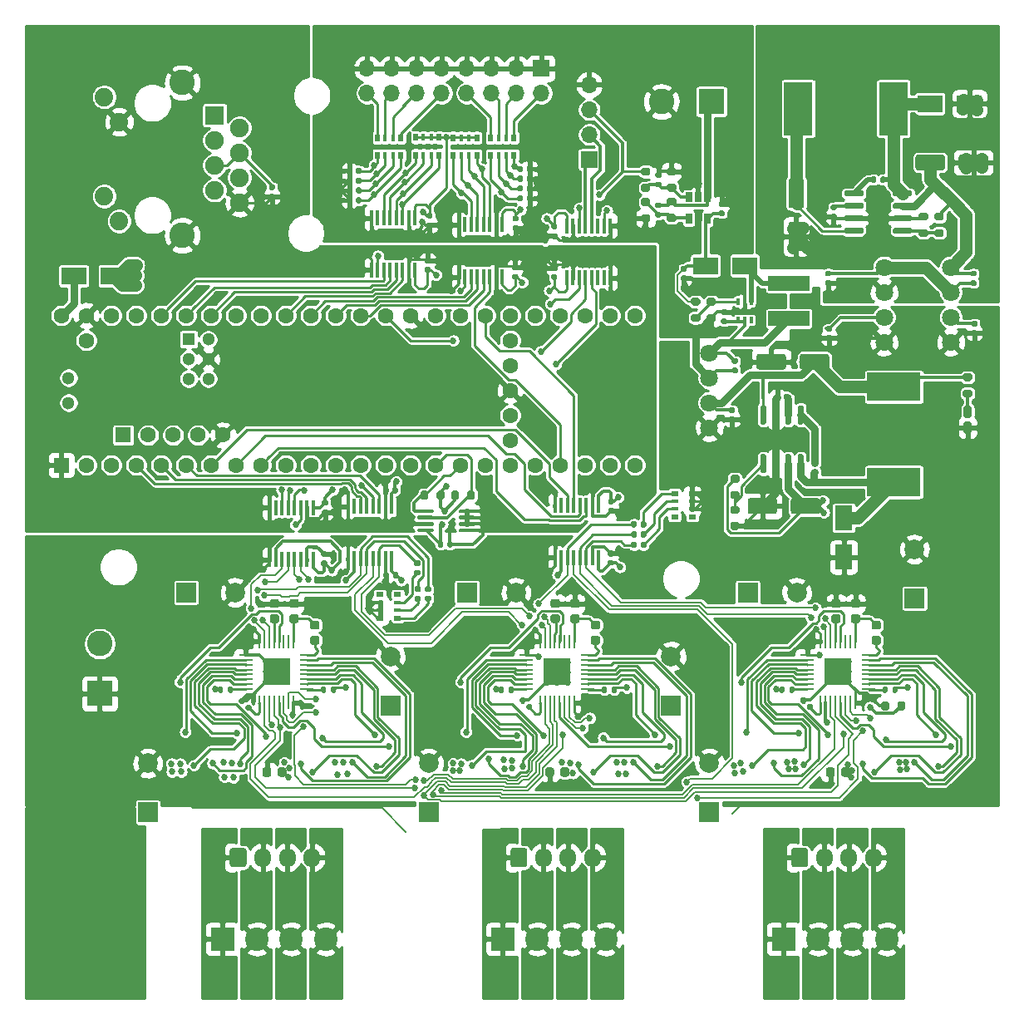
<source format=gtl>
G04 #@! TF.GenerationSoftware,KiCad,Pcbnew,5.1.9*
G04 #@! TF.CreationDate,2021-04-11T15:07:21-04:00*
G04 #@! TF.ProjectId,cnc-controller,636e632d-636f-46e7-9472-6f6c6c65722e,rev?*
G04 #@! TF.SameCoordinates,Original*
G04 #@! TF.FileFunction,Copper,L1,Top*
G04 #@! TF.FilePolarity,Positive*
%FSLAX46Y46*%
G04 Gerber Fmt 4.6, Leading zero omitted, Abs format (unit mm)*
G04 Created by KiCad (PCBNEW 5.1.9) date 2021-04-11 15:07:21*
%MOMM*%
%LPD*%
G01*
G04 APERTURE LIST*
G04 #@! TA.AperFunction,SMDPad,CuDef*
%ADD10R,0.500000X0.800000*%
G04 #@! TD*
G04 #@! TA.AperFunction,SMDPad,CuDef*
%ADD11R,0.400000X0.800000*%
G04 #@! TD*
G04 #@! TA.AperFunction,ComponentPad*
%ADD12C,2.600000*%
G04 #@! TD*
G04 #@! TA.AperFunction,ComponentPad*
%ADD13R,2.600000X2.600000*%
G04 #@! TD*
G04 #@! TA.AperFunction,SMDPad,CuDef*
%ADD14R,0.800000X0.500000*%
G04 #@! TD*
G04 #@! TA.AperFunction,SMDPad,CuDef*
%ADD15R,0.800000X0.400000*%
G04 #@! TD*
G04 #@! TA.AperFunction,SMDPad,CuDef*
%ADD16R,2.800000X2.800000*%
G04 #@! TD*
G04 #@! TA.AperFunction,SMDPad,CuDef*
%ADD17R,0.228600X1.473200*%
G04 #@! TD*
G04 #@! TA.AperFunction,SMDPad,CuDef*
%ADD18R,1.473200X0.228600*%
G04 #@! TD*
G04 #@! TA.AperFunction,SMDPad,CuDef*
%ADD19R,0.650000X1.060000*%
G04 #@! TD*
G04 #@! TA.AperFunction,SMDPad,CuDef*
%ADD20R,0.400000X0.650000*%
G04 #@! TD*
G04 #@! TA.AperFunction,SMDPad,CuDef*
%ADD21R,0.410000X1.600000*%
G04 #@! TD*
G04 #@! TA.AperFunction,ComponentPad*
%ADD22C,1.300000*%
G04 #@! TD*
G04 #@! TA.AperFunction,ComponentPad*
%ADD23C,1.600000*%
G04 #@! TD*
G04 #@! TA.AperFunction,ComponentPad*
%ADD24R,1.300000X1.300000*%
G04 #@! TD*
G04 #@! TA.AperFunction,ComponentPad*
%ADD25R,1.600000X1.600000*%
G04 #@! TD*
G04 #@! TA.AperFunction,ComponentPad*
%ADD26C,1.800000*%
G04 #@! TD*
G04 #@! TA.AperFunction,SMDPad,CuDef*
%ADD27R,4.200000X1.500000*%
G04 #@! TD*
G04 #@! TA.AperFunction,SMDPad,CuDef*
%ADD28R,2.900000X5.400000*%
G04 #@! TD*
G04 #@! TA.AperFunction,SMDPad,CuDef*
%ADD29R,5.400000X2.900000*%
G04 #@! TD*
G04 #@! TA.AperFunction,ComponentPad*
%ADD30C,2.400000*%
G04 #@! TD*
G04 #@! TA.AperFunction,ComponentPad*
%ADD31R,2.400000X2.400000*%
G04 #@! TD*
G04 #@! TA.AperFunction,ComponentPad*
%ADD32O,1.700000X1.950000*%
G04 #@! TD*
G04 #@! TA.AperFunction,ComponentPad*
%ADD33C,1.890000*%
G04 #@! TD*
G04 #@! TA.AperFunction,ComponentPad*
%ADD34C,1.900000*%
G04 #@! TD*
G04 #@! TA.AperFunction,ComponentPad*
%ADD35R,1.900000X1.900000*%
G04 #@! TD*
G04 #@! TA.AperFunction,ComponentPad*
%ADD36O,1.700000X1.700000*%
G04 #@! TD*
G04 #@! TA.AperFunction,ComponentPad*
%ADD37R,1.700000X1.700000*%
G04 #@! TD*
G04 #@! TA.AperFunction,SMDPad,CuDef*
%ADD38R,2.500000X1.800000*%
G04 #@! TD*
G04 #@! TA.AperFunction,SMDPad,CuDef*
%ADD39R,1.800000X2.500000*%
G04 #@! TD*
G04 #@! TA.AperFunction,ComponentPad*
%ADD40C,2.000000*%
G04 #@! TD*
G04 #@! TA.AperFunction,ComponentPad*
%ADD41R,2.000000X2.000000*%
G04 #@! TD*
G04 #@! TA.AperFunction,ViaPad*
%ADD42C,0.685800*%
G04 #@! TD*
G04 #@! TA.AperFunction,Conductor*
%ADD43C,0.250000*%
G04 #@! TD*
G04 #@! TA.AperFunction,Conductor*
%ADD44C,0.300000*%
G04 #@! TD*
G04 #@! TA.AperFunction,Conductor*
%ADD45C,1.250000*%
G04 #@! TD*
G04 #@! TA.AperFunction,Conductor*
%ADD46C,0.500000*%
G04 #@! TD*
G04 #@! TA.AperFunction,Conductor*
%ADD47C,0.750000*%
G04 #@! TD*
G04 #@! TA.AperFunction,Conductor*
%ADD48C,0.152400*%
G04 #@! TD*
G04 #@! TA.AperFunction,Conductor*
%ADD49C,0.200000*%
G04 #@! TD*
G04 #@! TA.AperFunction,Conductor*
%ADD50C,0.254000*%
G04 #@! TD*
G04 #@! TA.AperFunction,Conductor*
%ADD51C,0.100000*%
G04 #@! TD*
G04 APERTURE END LIST*
D10*
X50575000Y-50850000D03*
D11*
X49775000Y-50850000D03*
D10*
X48175000Y-50850000D03*
D11*
X48975000Y-50850000D03*
D10*
X50575000Y-52650000D03*
D11*
X48975000Y-52650000D03*
X49775000Y-52650000D03*
D10*
X48175000Y-52650000D03*
X54400000Y-50875000D03*
D11*
X53600000Y-50875000D03*
D10*
X52000000Y-50875000D03*
D11*
X52800000Y-50875000D03*
D10*
X54400000Y-52675000D03*
D11*
X52800000Y-52675000D03*
X53600000Y-52675000D03*
D10*
X52000000Y-52675000D03*
D12*
X73220000Y-47200000D03*
D13*
X78300000Y-47200000D03*
D14*
X76350000Y-89500000D03*
D15*
X76350000Y-88700000D03*
D14*
X76350000Y-87100000D03*
D15*
X76350000Y-87900000D03*
D14*
X74550000Y-89500000D03*
D15*
X74550000Y-87900000D03*
X74550000Y-88700000D03*
D14*
X74550000Y-87100000D03*
X44550000Y-97400000D03*
D15*
X44550000Y-98200000D03*
D14*
X44550000Y-99800000D03*
D15*
X44550000Y-99000000D03*
D14*
X46350000Y-97400000D03*
D15*
X46350000Y-99000000D03*
X46350000Y-98200000D03*
D14*
X46350000Y-99800000D03*
D10*
X46675000Y-50875000D03*
D11*
X45875000Y-50875000D03*
D10*
X44275000Y-50875000D03*
D11*
X45075000Y-50875000D03*
D10*
X46675000Y-52675000D03*
D11*
X45075000Y-52675000D03*
X45875000Y-52675000D03*
D10*
X44275000Y-52675000D03*
X58200000Y-50875000D03*
D11*
X57400000Y-50875000D03*
D10*
X55800000Y-50875000D03*
D11*
X56600000Y-50875000D03*
D10*
X58200000Y-52675000D03*
D11*
X56600000Y-52675000D03*
X57400000Y-52675000D03*
D10*
X55800000Y-52675000D03*
D16*
X91200000Y-105300000D03*
D17*
X89450001Y-102175800D03*
X89950000Y-102175800D03*
X90449999Y-102175800D03*
X90950000Y-102175800D03*
X91450000Y-102175800D03*
X91950001Y-102175800D03*
X92450000Y-102175800D03*
X92949999Y-102175800D03*
D18*
X94324200Y-103550001D03*
X94324200Y-104050000D03*
X94324200Y-104549999D03*
X94324200Y-105050000D03*
X94324200Y-105550000D03*
X94324200Y-106050001D03*
X94324200Y-106550000D03*
X94324200Y-107049999D03*
D17*
X92949999Y-108424200D03*
X92450000Y-108424200D03*
X91950001Y-108424200D03*
X91450000Y-108424200D03*
X90950000Y-108424200D03*
X90449999Y-108424200D03*
X89950000Y-108424200D03*
X89450001Y-108424200D03*
D18*
X88075800Y-107049999D03*
X88075800Y-106550000D03*
X88075800Y-106050001D03*
X88075800Y-105550000D03*
X88075800Y-105050000D03*
X88075800Y-104549999D03*
X88075800Y-104050000D03*
X88075800Y-103550001D03*
D16*
X62600000Y-105300000D03*
D17*
X60850001Y-102175800D03*
X61350000Y-102175800D03*
X61849999Y-102175800D03*
X62350000Y-102175800D03*
X62850000Y-102175800D03*
X63350001Y-102175800D03*
X63850000Y-102175800D03*
X64349999Y-102175800D03*
D18*
X65724200Y-103550001D03*
X65724200Y-104050000D03*
X65724200Y-104549999D03*
X65724200Y-105050000D03*
X65724200Y-105550000D03*
X65724200Y-106050001D03*
X65724200Y-106550000D03*
X65724200Y-107049999D03*
D17*
X64349999Y-108424200D03*
X63850000Y-108424200D03*
X63350001Y-108424200D03*
X62850000Y-108424200D03*
X62350000Y-108424200D03*
X61849999Y-108424200D03*
X61350000Y-108424200D03*
X60850001Y-108424200D03*
D18*
X59475800Y-107049999D03*
X59475800Y-106550000D03*
X59475800Y-106050001D03*
X59475800Y-105550000D03*
X59475800Y-105050000D03*
X59475800Y-104549999D03*
X59475800Y-104050000D03*
X59475800Y-103550001D03*
D16*
X34000000Y-105300000D03*
D17*
X32250001Y-102175800D03*
X32750000Y-102175800D03*
X33249999Y-102175800D03*
X33750000Y-102175800D03*
X34250000Y-102175800D03*
X34750001Y-102175800D03*
X35250000Y-102175800D03*
X35749999Y-102175800D03*
D18*
X37124200Y-103550001D03*
X37124200Y-104050000D03*
X37124200Y-104549999D03*
X37124200Y-105050000D03*
X37124200Y-105550000D03*
X37124200Y-106050001D03*
X37124200Y-106550000D03*
X37124200Y-107049999D03*
D17*
X35749999Y-108424200D03*
X35250000Y-108424200D03*
X34750001Y-108424200D03*
X34250000Y-108424200D03*
X33750000Y-108424200D03*
X33249999Y-108424200D03*
X32750000Y-108424200D03*
X32250001Y-108424200D03*
D18*
X30875800Y-107049999D03*
X30875800Y-106550000D03*
X30875800Y-106050001D03*
X30875800Y-105550000D03*
X30875800Y-105050000D03*
X30875800Y-104549999D03*
X30875800Y-104050000D03*
X30875800Y-103550001D03*
D19*
X77900000Y-59150000D03*
X76000000Y-59150000D03*
X76000000Y-56950000D03*
X76950000Y-56950000D03*
X77900000Y-56950000D03*
D20*
X82350000Y-69450000D03*
X81050000Y-69450000D03*
X81700000Y-67550000D03*
X81700000Y-69450000D03*
X81050000Y-67550000D03*
X82350000Y-67550000D03*
D21*
X66822500Y-93654300D03*
X66187500Y-93654300D03*
X65552500Y-93654300D03*
X64917500Y-93654300D03*
X64282500Y-93654300D03*
X63647500Y-93654300D03*
X63012500Y-93654300D03*
X62377500Y-93654300D03*
X62377500Y-88345700D03*
X63012500Y-88345700D03*
X63647500Y-88345700D03*
X64282500Y-88345700D03*
X64917500Y-88345700D03*
X65552500Y-88345700D03*
X66187500Y-88345700D03*
X66822500Y-88345700D03*
X45722500Y-93754300D03*
X45087500Y-93754300D03*
X44452500Y-93754300D03*
X43817500Y-93754300D03*
X43182500Y-93754300D03*
X42547500Y-93754300D03*
X41912500Y-93754300D03*
X41277500Y-93754300D03*
X41277500Y-88445700D03*
X41912500Y-88445700D03*
X42547500Y-88445700D03*
X43182500Y-88445700D03*
X43817500Y-88445700D03*
X44452500Y-88445700D03*
X45087500Y-88445700D03*
X45722500Y-88445700D03*
X37722500Y-93854300D03*
X37087500Y-93854300D03*
X36452500Y-93854300D03*
X35817500Y-93854300D03*
X35182500Y-93854300D03*
X34547500Y-93854300D03*
X33912500Y-93854300D03*
X33277500Y-93854300D03*
X33277500Y-88545700D03*
X33912500Y-88545700D03*
X34547500Y-88545700D03*
X35182500Y-88545700D03*
X35817500Y-88545700D03*
X36452500Y-88545700D03*
X37087500Y-88545700D03*
X37722500Y-88545700D03*
X63577500Y-59845700D03*
X64212500Y-59845700D03*
X64847500Y-59845700D03*
X65482500Y-59845700D03*
X66117500Y-59845700D03*
X66752500Y-59845700D03*
X67387500Y-59845700D03*
X68022500Y-59845700D03*
X68022500Y-65154300D03*
X67387500Y-65154300D03*
X66752500Y-65154300D03*
X66117500Y-65154300D03*
X65482500Y-65154300D03*
X64847500Y-65154300D03*
X64212500Y-65154300D03*
X63577500Y-65154300D03*
X57022500Y-65054300D03*
X56387500Y-65054300D03*
X55752500Y-65054300D03*
X55117500Y-65054300D03*
X54482500Y-65054300D03*
X53847500Y-65054300D03*
X53212500Y-65054300D03*
X52577500Y-65054300D03*
X52577500Y-59745700D03*
X53212500Y-59745700D03*
X53847500Y-59745700D03*
X54482500Y-59745700D03*
X55117500Y-59745700D03*
X55752500Y-59745700D03*
X56387500Y-59745700D03*
X57022500Y-59745700D03*
X48122500Y-64354300D03*
X47487500Y-64354300D03*
X46852500Y-64354300D03*
X46217500Y-64354300D03*
X45582500Y-64354300D03*
X44947500Y-64354300D03*
X44312500Y-64354300D03*
X43677500Y-64354300D03*
X43677500Y-59045700D03*
X44312500Y-59045700D03*
X44947500Y-59045700D03*
X45582500Y-59045700D03*
X46217500Y-59045700D03*
X46852500Y-59045700D03*
X47487500Y-59045700D03*
X48122500Y-59045700D03*
D22*
X12820000Y-75330000D03*
X12820000Y-77870000D03*
D23*
X57810000Y-71520000D03*
X57810000Y-74060000D03*
X57810000Y-76600000D03*
X57810000Y-79140000D03*
X57810000Y-81680000D03*
D22*
X25060000Y-75418400D03*
X27060000Y-75418400D03*
X27060000Y-73418400D03*
X25060000Y-73418400D03*
X27060000Y-71418400D03*
D24*
X25060000Y-71418400D03*
D23*
X52730000Y-84220000D03*
X55270000Y-84220000D03*
X57810000Y-84220000D03*
X60350000Y-84220000D03*
X50190000Y-84220000D03*
X47650000Y-84220000D03*
X45110000Y-84220000D03*
X62890000Y-84220000D03*
X65430000Y-84220000D03*
X67970000Y-84220000D03*
X70510000Y-84220000D03*
X70510000Y-68980000D03*
X67970000Y-68980000D03*
X65430000Y-68980000D03*
X62890000Y-68980000D03*
X60350000Y-68980000D03*
X57810000Y-68980000D03*
X55270000Y-68980000D03*
X52730000Y-68980000D03*
X50190000Y-68980000D03*
X47650000Y-68980000D03*
X42570000Y-84220000D03*
X40030000Y-84220000D03*
X37490000Y-84220000D03*
X34950000Y-84220000D03*
X32410000Y-84220000D03*
X29870000Y-84220000D03*
X27330000Y-84220000D03*
X24790000Y-84220000D03*
X22250000Y-84220000D03*
X19710000Y-84220000D03*
X17170000Y-84220000D03*
X14630000Y-84220000D03*
D25*
X12090000Y-84220000D03*
D23*
X45110000Y-68980000D03*
X42570000Y-68980000D03*
X40030000Y-68980000D03*
X37490000Y-68980000D03*
X34950000Y-68980000D03*
X32410000Y-68980000D03*
X29870000Y-68980000D03*
X27330000Y-68980000D03*
X24790000Y-68980000D03*
X22250000Y-68980000D03*
X19710000Y-68980000D03*
X17170000Y-68980000D03*
X14630000Y-68980000D03*
X12090000Y-68980000D03*
D25*
X18389200Y-81169200D03*
D23*
X20929200Y-81169200D03*
X23469200Y-81169200D03*
X26009200Y-81169200D03*
X28549200Y-81169200D03*
X14630000Y-71520000D03*
G04 #@! TA.AperFunction,SMDPad,CuDef*
G36*
G01*
X50000000Y-90775000D02*
X50000000Y-90975000D01*
G75*
G02*
X49900000Y-91075000I-100000J0D01*
G01*
X48475000Y-91075000D01*
G75*
G02*
X48375000Y-90975000I0J100000D01*
G01*
X48375000Y-90775000D01*
G75*
G02*
X48475000Y-90675000I100000J0D01*
G01*
X49900000Y-90675000D01*
G75*
G02*
X50000000Y-90775000I0J-100000D01*
G01*
G37*
G04 #@! TD.AperFunction*
G04 #@! TA.AperFunction,SMDPad,CuDef*
G36*
G01*
X50000000Y-90125000D02*
X50000000Y-90325000D01*
G75*
G02*
X49900000Y-90425000I-100000J0D01*
G01*
X48475000Y-90425000D01*
G75*
G02*
X48375000Y-90325000I0J100000D01*
G01*
X48375000Y-90125000D01*
G75*
G02*
X48475000Y-90025000I100000J0D01*
G01*
X49900000Y-90025000D01*
G75*
G02*
X50000000Y-90125000I0J-100000D01*
G01*
G37*
G04 #@! TD.AperFunction*
G04 #@! TA.AperFunction,SMDPad,CuDef*
G36*
G01*
X50000000Y-89475000D02*
X50000000Y-89675000D01*
G75*
G02*
X49900000Y-89775000I-100000J0D01*
G01*
X48475000Y-89775000D01*
G75*
G02*
X48375000Y-89675000I0J100000D01*
G01*
X48375000Y-89475000D01*
G75*
G02*
X48475000Y-89375000I100000J0D01*
G01*
X49900000Y-89375000D01*
G75*
G02*
X50000000Y-89475000I0J-100000D01*
G01*
G37*
G04 #@! TD.AperFunction*
G04 #@! TA.AperFunction,SMDPad,CuDef*
G36*
G01*
X50000000Y-88825000D02*
X50000000Y-89025000D01*
G75*
G02*
X49900000Y-89125000I-100000J0D01*
G01*
X48475000Y-89125000D01*
G75*
G02*
X48375000Y-89025000I0J100000D01*
G01*
X48375000Y-88825000D01*
G75*
G02*
X48475000Y-88725000I100000J0D01*
G01*
X49900000Y-88725000D01*
G75*
G02*
X50000000Y-88825000I0J-100000D01*
G01*
G37*
G04 #@! TD.AperFunction*
G04 #@! TA.AperFunction,SMDPad,CuDef*
G36*
G01*
X54225000Y-88825000D02*
X54225000Y-89025000D01*
G75*
G02*
X54125000Y-89125000I-100000J0D01*
G01*
X52700000Y-89125000D01*
G75*
G02*
X52600000Y-89025000I0J100000D01*
G01*
X52600000Y-88825000D01*
G75*
G02*
X52700000Y-88725000I100000J0D01*
G01*
X54125000Y-88725000D01*
G75*
G02*
X54225000Y-88825000I0J-100000D01*
G01*
G37*
G04 #@! TD.AperFunction*
G04 #@! TA.AperFunction,SMDPad,CuDef*
G36*
G01*
X54225000Y-89475000D02*
X54225000Y-89675000D01*
G75*
G02*
X54125000Y-89775000I-100000J0D01*
G01*
X52700000Y-89775000D01*
G75*
G02*
X52600000Y-89675000I0J100000D01*
G01*
X52600000Y-89475000D01*
G75*
G02*
X52700000Y-89375000I100000J0D01*
G01*
X54125000Y-89375000D01*
G75*
G02*
X54225000Y-89475000I0J-100000D01*
G01*
G37*
G04 #@! TD.AperFunction*
G04 #@! TA.AperFunction,SMDPad,CuDef*
G36*
G01*
X54225000Y-90125000D02*
X54225000Y-90325000D01*
G75*
G02*
X54125000Y-90425000I-100000J0D01*
G01*
X52700000Y-90425000D01*
G75*
G02*
X52600000Y-90325000I0J100000D01*
G01*
X52600000Y-90125000D01*
G75*
G02*
X52700000Y-90025000I100000J0D01*
G01*
X54125000Y-90025000D01*
G75*
G02*
X54225000Y-90125000I0J-100000D01*
G01*
G37*
G04 #@! TD.AperFunction*
G04 #@! TA.AperFunction,SMDPad,CuDef*
G36*
G01*
X54225000Y-90775000D02*
X54225000Y-90975000D01*
G75*
G02*
X54125000Y-91075000I-100000J0D01*
G01*
X52700000Y-91075000D01*
G75*
G02*
X52600000Y-90975000I0J100000D01*
G01*
X52600000Y-90775000D01*
G75*
G02*
X52700000Y-90675000I100000J0D01*
G01*
X54125000Y-90675000D01*
G75*
G02*
X54225000Y-90775000I0J-100000D01*
G01*
G37*
G04 #@! TD.AperFunction*
G04 #@! TA.AperFunction,SMDPad,CuDef*
G36*
G01*
X96800000Y-56695000D02*
X96800000Y-56395000D01*
G75*
G02*
X96950000Y-56245000I150000J0D01*
G01*
X98600000Y-56245000D01*
G75*
G02*
X98750000Y-56395000I0J-150000D01*
G01*
X98750000Y-56695000D01*
G75*
G02*
X98600000Y-56845000I-150000J0D01*
G01*
X96950000Y-56845000D01*
G75*
G02*
X96800000Y-56695000I0J150000D01*
G01*
G37*
G04 #@! TD.AperFunction*
G04 #@! TA.AperFunction,SMDPad,CuDef*
G36*
G01*
X96800000Y-57965000D02*
X96800000Y-57665000D01*
G75*
G02*
X96950000Y-57515000I150000J0D01*
G01*
X98600000Y-57515000D01*
G75*
G02*
X98750000Y-57665000I0J-150000D01*
G01*
X98750000Y-57965000D01*
G75*
G02*
X98600000Y-58115000I-150000J0D01*
G01*
X96950000Y-58115000D01*
G75*
G02*
X96800000Y-57965000I0J150000D01*
G01*
G37*
G04 #@! TD.AperFunction*
G04 #@! TA.AperFunction,SMDPad,CuDef*
G36*
G01*
X96800000Y-59235000D02*
X96800000Y-58935000D01*
G75*
G02*
X96950000Y-58785000I150000J0D01*
G01*
X98600000Y-58785000D01*
G75*
G02*
X98750000Y-58935000I0J-150000D01*
G01*
X98750000Y-59235000D01*
G75*
G02*
X98600000Y-59385000I-150000J0D01*
G01*
X96950000Y-59385000D01*
G75*
G02*
X96800000Y-59235000I0J150000D01*
G01*
G37*
G04 #@! TD.AperFunction*
G04 #@! TA.AperFunction,SMDPad,CuDef*
G36*
G01*
X96800000Y-60505000D02*
X96800000Y-60205000D01*
G75*
G02*
X96950000Y-60055000I150000J0D01*
G01*
X98600000Y-60055000D01*
G75*
G02*
X98750000Y-60205000I0J-150000D01*
G01*
X98750000Y-60505000D01*
G75*
G02*
X98600000Y-60655000I-150000J0D01*
G01*
X96950000Y-60655000D01*
G75*
G02*
X96800000Y-60505000I0J150000D01*
G01*
G37*
G04 #@! TD.AperFunction*
G04 #@! TA.AperFunction,SMDPad,CuDef*
G36*
G01*
X91850000Y-60505000D02*
X91850000Y-60205000D01*
G75*
G02*
X92000000Y-60055000I150000J0D01*
G01*
X93650000Y-60055000D01*
G75*
G02*
X93800000Y-60205000I0J-150000D01*
G01*
X93800000Y-60505000D01*
G75*
G02*
X93650000Y-60655000I-150000J0D01*
G01*
X92000000Y-60655000D01*
G75*
G02*
X91850000Y-60505000I0J150000D01*
G01*
G37*
G04 #@! TD.AperFunction*
G04 #@! TA.AperFunction,SMDPad,CuDef*
G36*
G01*
X91850000Y-59235000D02*
X91850000Y-58935000D01*
G75*
G02*
X92000000Y-58785000I150000J0D01*
G01*
X93650000Y-58785000D01*
G75*
G02*
X93800000Y-58935000I0J-150000D01*
G01*
X93800000Y-59235000D01*
G75*
G02*
X93650000Y-59385000I-150000J0D01*
G01*
X92000000Y-59385000D01*
G75*
G02*
X91850000Y-59235000I0J150000D01*
G01*
G37*
G04 #@! TD.AperFunction*
G04 #@! TA.AperFunction,SMDPad,CuDef*
G36*
G01*
X91850000Y-57965000D02*
X91850000Y-57665000D01*
G75*
G02*
X92000000Y-57515000I150000J0D01*
G01*
X93650000Y-57515000D01*
G75*
G02*
X93800000Y-57665000I0J-150000D01*
G01*
X93800000Y-57965000D01*
G75*
G02*
X93650000Y-58115000I-150000J0D01*
G01*
X92000000Y-58115000D01*
G75*
G02*
X91850000Y-57965000I0J150000D01*
G01*
G37*
G04 #@! TD.AperFunction*
G04 #@! TA.AperFunction,SMDPad,CuDef*
G36*
G01*
X91850000Y-56695000D02*
X91850000Y-56395000D01*
G75*
G02*
X92000000Y-56245000I150000J0D01*
G01*
X93650000Y-56245000D01*
G75*
G02*
X93800000Y-56395000I0J-150000D01*
G01*
X93800000Y-56695000D01*
G75*
G02*
X93650000Y-56845000I-150000J0D01*
G01*
X92000000Y-56845000D01*
G75*
G02*
X91850000Y-56695000I0J150000D01*
G01*
G37*
G04 #@! TD.AperFunction*
D26*
X78100000Y-72790000D03*
X78100000Y-75330000D03*
X78100000Y-77870000D03*
X78100000Y-80410000D03*
X95900000Y-64090000D03*
X95900000Y-66630000D03*
X95900000Y-69170000D03*
X95900000Y-71710000D03*
X102700000Y-64090000D03*
X102700000Y-66630000D03*
X102700000Y-69170000D03*
X102700000Y-71710000D03*
G04 #@! TA.AperFunction,SMDPad,CuDef*
G36*
G01*
X87255000Y-83100000D02*
X87555000Y-83100000D01*
G75*
G02*
X87705000Y-83250000I0J-150000D01*
G01*
X87705000Y-84900000D01*
G75*
G02*
X87555000Y-85050000I-150000J0D01*
G01*
X87255000Y-85050000D01*
G75*
G02*
X87105000Y-84900000I0J150000D01*
G01*
X87105000Y-83250000D01*
G75*
G02*
X87255000Y-83100000I150000J0D01*
G01*
G37*
G04 #@! TD.AperFunction*
G04 #@! TA.AperFunction,SMDPad,CuDef*
G36*
G01*
X85985000Y-83100000D02*
X86285000Y-83100000D01*
G75*
G02*
X86435000Y-83250000I0J-150000D01*
G01*
X86435000Y-84900000D01*
G75*
G02*
X86285000Y-85050000I-150000J0D01*
G01*
X85985000Y-85050000D01*
G75*
G02*
X85835000Y-84900000I0J150000D01*
G01*
X85835000Y-83250000D01*
G75*
G02*
X85985000Y-83100000I150000J0D01*
G01*
G37*
G04 #@! TD.AperFunction*
G04 #@! TA.AperFunction,SMDPad,CuDef*
G36*
G01*
X84715000Y-83100000D02*
X85015000Y-83100000D01*
G75*
G02*
X85165000Y-83250000I0J-150000D01*
G01*
X85165000Y-84900000D01*
G75*
G02*
X85015000Y-85050000I-150000J0D01*
G01*
X84715000Y-85050000D01*
G75*
G02*
X84565000Y-84900000I0J150000D01*
G01*
X84565000Y-83250000D01*
G75*
G02*
X84715000Y-83100000I150000J0D01*
G01*
G37*
G04 #@! TD.AperFunction*
G04 #@! TA.AperFunction,SMDPad,CuDef*
G36*
G01*
X83445000Y-83100000D02*
X83745000Y-83100000D01*
G75*
G02*
X83895000Y-83250000I0J-150000D01*
G01*
X83895000Y-84900000D01*
G75*
G02*
X83745000Y-85050000I-150000J0D01*
G01*
X83445000Y-85050000D01*
G75*
G02*
X83295000Y-84900000I0J150000D01*
G01*
X83295000Y-83250000D01*
G75*
G02*
X83445000Y-83100000I150000J0D01*
G01*
G37*
G04 #@! TD.AperFunction*
G04 #@! TA.AperFunction,SMDPad,CuDef*
G36*
G01*
X83445000Y-78150000D02*
X83745000Y-78150000D01*
G75*
G02*
X83895000Y-78300000I0J-150000D01*
G01*
X83895000Y-79950000D01*
G75*
G02*
X83745000Y-80100000I-150000J0D01*
G01*
X83445000Y-80100000D01*
G75*
G02*
X83295000Y-79950000I0J150000D01*
G01*
X83295000Y-78300000D01*
G75*
G02*
X83445000Y-78150000I150000J0D01*
G01*
G37*
G04 #@! TD.AperFunction*
G04 #@! TA.AperFunction,SMDPad,CuDef*
G36*
G01*
X84715000Y-78150000D02*
X85015000Y-78150000D01*
G75*
G02*
X85165000Y-78300000I0J-150000D01*
G01*
X85165000Y-79950000D01*
G75*
G02*
X85015000Y-80100000I-150000J0D01*
G01*
X84715000Y-80100000D01*
G75*
G02*
X84565000Y-79950000I0J150000D01*
G01*
X84565000Y-78300000D01*
G75*
G02*
X84715000Y-78150000I150000J0D01*
G01*
G37*
G04 #@! TD.AperFunction*
G04 #@! TA.AperFunction,SMDPad,CuDef*
G36*
G01*
X85985000Y-78150000D02*
X86285000Y-78150000D01*
G75*
G02*
X86435000Y-78300000I0J-150000D01*
G01*
X86435000Y-79950000D01*
G75*
G02*
X86285000Y-80100000I-150000J0D01*
G01*
X85985000Y-80100000D01*
G75*
G02*
X85835000Y-79950000I0J150000D01*
G01*
X85835000Y-78300000D01*
G75*
G02*
X85985000Y-78150000I150000J0D01*
G01*
G37*
G04 #@! TD.AperFunction*
G04 #@! TA.AperFunction,SMDPad,CuDef*
G36*
G01*
X87255000Y-78150000D02*
X87555000Y-78150000D01*
G75*
G02*
X87705000Y-78300000I0J-150000D01*
G01*
X87705000Y-79950000D01*
G75*
G02*
X87555000Y-80100000I-150000J0D01*
G01*
X87255000Y-80100000D01*
G75*
G02*
X87105000Y-79950000I0J150000D01*
G01*
X87105000Y-78300000D01*
G75*
G02*
X87255000Y-78150000I150000J0D01*
G01*
G37*
G04 #@! TD.AperFunction*
G04 #@! TA.AperFunction,SMDPad,CuDef*
G36*
G01*
X96740000Y-107285000D02*
X96740000Y-106915000D01*
G75*
G02*
X96875000Y-106780000I135000J0D01*
G01*
X97145000Y-106780000D01*
G75*
G02*
X97280000Y-106915000I0J-135000D01*
G01*
X97280000Y-107285000D01*
G75*
G02*
X97145000Y-107420000I-135000J0D01*
G01*
X96875000Y-107420000D01*
G75*
G02*
X96740000Y-107285000I0J135000D01*
G01*
G37*
G04 #@! TD.AperFunction*
G04 #@! TA.AperFunction,SMDPad,CuDef*
G36*
G01*
X95720000Y-107285000D02*
X95720000Y-106915000D01*
G75*
G02*
X95855000Y-106780000I135000J0D01*
G01*
X96125000Y-106780000D01*
G75*
G02*
X96260000Y-106915000I0J-135000D01*
G01*
X96260000Y-107285000D01*
G75*
G02*
X96125000Y-107420000I-135000J0D01*
G01*
X95855000Y-107420000D01*
G75*
G02*
X95720000Y-107285000I0J135000D01*
G01*
G37*
G04 #@! TD.AperFunction*
G04 #@! TA.AperFunction,SMDPad,CuDef*
G36*
G01*
X85760000Y-106915000D02*
X85760000Y-107285000D01*
G75*
G02*
X85625000Y-107420000I-135000J0D01*
G01*
X85355000Y-107420000D01*
G75*
G02*
X85220000Y-107285000I0J135000D01*
G01*
X85220000Y-106915000D01*
G75*
G02*
X85355000Y-106780000I135000J0D01*
G01*
X85625000Y-106780000D01*
G75*
G02*
X85760000Y-106915000I0J-135000D01*
G01*
G37*
G04 #@! TD.AperFunction*
G04 #@! TA.AperFunction,SMDPad,CuDef*
G36*
G01*
X86780000Y-106915000D02*
X86780000Y-107285000D01*
G75*
G02*
X86645000Y-107420000I-135000J0D01*
G01*
X86375000Y-107420000D01*
G75*
G02*
X86240000Y-107285000I0J135000D01*
G01*
X86240000Y-106915000D01*
G75*
G02*
X86375000Y-106780000I135000J0D01*
G01*
X86645000Y-106780000D01*
G75*
G02*
X86780000Y-106915000I0J-135000D01*
G01*
G37*
G04 #@! TD.AperFunction*
G04 #@! TA.AperFunction,SMDPad,CuDef*
G36*
G01*
X68140000Y-107285000D02*
X68140000Y-106915000D01*
G75*
G02*
X68275000Y-106780000I135000J0D01*
G01*
X68545000Y-106780000D01*
G75*
G02*
X68680000Y-106915000I0J-135000D01*
G01*
X68680000Y-107285000D01*
G75*
G02*
X68545000Y-107420000I-135000J0D01*
G01*
X68275000Y-107420000D01*
G75*
G02*
X68140000Y-107285000I0J135000D01*
G01*
G37*
G04 #@! TD.AperFunction*
G04 #@! TA.AperFunction,SMDPad,CuDef*
G36*
G01*
X67120000Y-107285000D02*
X67120000Y-106915000D01*
G75*
G02*
X67255000Y-106780000I135000J0D01*
G01*
X67525000Y-106780000D01*
G75*
G02*
X67660000Y-106915000I0J-135000D01*
G01*
X67660000Y-107285000D01*
G75*
G02*
X67525000Y-107420000I-135000J0D01*
G01*
X67255000Y-107420000D01*
G75*
G02*
X67120000Y-107285000I0J135000D01*
G01*
G37*
G04 #@! TD.AperFunction*
G04 #@! TA.AperFunction,SMDPad,CuDef*
G36*
G01*
X57160000Y-106915000D02*
X57160000Y-107285000D01*
G75*
G02*
X57025000Y-107420000I-135000J0D01*
G01*
X56755000Y-107420000D01*
G75*
G02*
X56620000Y-107285000I0J135000D01*
G01*
X56620000Y-106915000D01*
G75*
G02*
X56755000Y-106780000I135000J0D01*
G01*
X57025000Y-106780000D01*
G75*
G02*
X57160000Y-106915000I0J-135000D01*
G01*
G37*
G04 #@! TD.AperFunction*
G04 #@! TA.AperFunction,SMDPad,CuDef*
G36*
G01*
X58180000Y-106915000D02*
X58180000Y-107285000D01*
G75*
G02*
X58045000Y-107420000I-135000J0D01*
G01*
X57775000Y-107420000D01*
G75*
G02*
X57640000Y-107285000I0J135000D01*
G01*
X57640000Y-106915000D01*
G75*
G02*
X57775000Y-106780000I135000J0D01*
G01*
X58045000Y-106780000D01*
G75*
G02*
X58180000Y-106915000I0J-135000D01*
G01*
G37*
G04 #@! TD.AperFunction*
G04 #@! TA.AperFunction,SMDPad,CuDef*
G36*
G01*
X39540000Y-107285000D02*
X39540000Y-106915000D01*
G75*
G02*
X39675000Y-106780000I135000J0D01*
G01*
X39945000Y-106780000D01*
G75*
G02*
X40080000Y-106915000I0J-135000D01*
G01*
X40080000Y-107285000D01*
G75*
G02*
X39945000Y-107420000I-135000J0D01*
G01*
X39675000Y-107420000D01*
G75*
G02*
X39540000Y-107285000I0J135000D01*
G01*
G37*
G04 #@! TD.AperFunction*
G04 #@! TA.AperFunction,SMDPad,CuDef*
G36*
G01*
X38520000Y-107285000D02*
X38520000Y-106915000D01*
G75*
G02*
X38655000Y-106780000I135000J0D01*
G01*
X38925000Y-106780000D01*
G75*
G02*
X39060000Y-106915000I0J-135000D01*
G01*
X39060000Y-107285000D01*
G75*
G02*
X38925000Y-107420000I-135000J0D01*
G01*
X38655000Y-107420000D01*
G75*
G02*
X38520000Y-107285000I0J135000D01*
G01*
G37*
G04 #@! TD.AperFunction*
G04 #@! TA.AperFunction,SMDPad,CuDef*
G36*
G01*
X28560000Y-106915000D02*
X28560000Y-107285000D01*
G75*
G02*
X28425000Y-107420000I-135000J0D01*
G01*
X28155000Y-107420000D01*
G75*
G02*
X28020000Y-107285000I0J135000D01*
G01*
X28020000Y-106915000D01*
G75*
G02*
X28155000Y-106780000I135000J0D01*
G01*
X28425000Y-106780000D01*
G75*
G02*
X28560000Y-106915000I0J-135000D01*
G01*
G37*
G04 #@! TD.AperFunction*
G04 #@! TA.AperFunction,SMDPad,CuDef*
G36*
G01*
X29580000Y-106915000D02*
X29580000Y-107285000D01*
G75*
G02*
X29445000Y-107420000I-135000J0D01*
G01*
X29175000Y-107420000D01*
G75*
G02*
X29040000Y-107285000I0J135000D01*
G01*
X29040000Y-106915000D01*
G75*
G02*
X29175000Y-106780000I135000J0D01*
G01*
X29445000Y-106780000D01*
G75*
G02*
X29580000Y-106915000I0J-135000D01*
G01*
G37*
G04 #@! TD.AperFunction*
G04 #@! TA.AperFunction,SMDPad,CuDef*
G36*
G01*
X96425000Y-108475000D02*
X96425000Y-109025000D01*
G75*
G02*
X96225000Y-109225000I-200000J0D01*
G01*
X95825000Y-109225000D01*
G75*
G02*
X95625000Y-109025000I0J200000D01*
G01*
X95625000Y-108475000D01*
G75*
G02*
X95825000Y-108275000I200000J0D01*
G01*
X96225000Y-108275000D01*
G75*
G02*
X96425000Y-108475000I0J-200000D01*
G01*
G37*
G04 #@! TD.AperFunction*
G04 #@! TA.AperFunction,SMDPad,CuDef*
G36*
G01*
X98075000Y-108475000D02*
X98075000Y-109025000D01*
G75*
G02*
X97875000Y-109225000I-200000J0D01*
G01*
X97475000Y-109225000D01*
G75*
G02*
X97275000Y-109025000I0J200000D01*
G01*
X97275000Y-108475000D01*
G75*
G02*
X97475000Y-108275000I200000J0D01*
G01*
X97875000Y-108275000D01*
G75*
G02*
X98075000Y-108475000I0J-200000D01*
G01*
G37*
G04 #@! TD.AperFunction*
G04 #@! TA.AperFunction,SMDPad,CuDef*
G36*
G01*
X104125000Y-76525000D02*
X104675000Y-76525000D01*
G75*
G02*
X104875000Y-76725000I0J-200000D01*
G01*
X104875000Y-77125000D01*
G75*
G02*
X104675000Y-77325000I-200000J0D01*
G01*
X104125000Y-77325000D01*
G75*
G02*
X103925000Y-77125000I0J200000D01*
G01*
X103925000Y-76725000D01*
G75*
G02*
X104125000Y-76525000I200000J0D01*
G01*
G37*
G04 #@! TD.AperFunction*
G04 #@! TA.AperFunction,SMDPad,CuDef*
G36*
G01*
X104125000Y-74875000D02*
X104675000Y-74875000D01*
G75*
G02*
X104875000Y-75075000I0J-200000D01*
G01*
X104875000Y-75475000D01*
G75*
G02*
X104675000Y-75675000I-200000J0D01*
G01*
X104125000Y-75675000D01*
G75*
G02*
X103925000Y-75475000I0J200000D01*
G01*
X103925000Y-75075000D01*
G75*
G02*
X104125000Y-74875000I200000J0D01*
G01*
G37*
G04 #@! TD.AperFunction*
G04 #@! TA.AperFunction,SMDPad,CuDef*
G36*
G01*
X74525000Y-57800000D02*
X73975000Y-57800000D01*
G75*
G02*
X73775000Y-57600000I0J200000D01*
G01*
X73775000Y-57200000D01*
G75*
G02*
X73975000Y-57000000I200000J0D01*
G01*
X74525000Y-57000000D01*
G75*
G02*
X74725000Y-57200000I0J-200000D01*
G01*
X74725000Y-57600000D01*
G75*
G02*
X74525000Y-57800000I-200000J0D01*
G01*
G37*
G04 #@! TD.AperFunction*
G04 #@! TA.AperFunction,SMDPad,CuDef*
G36*
G01*
X74525000Y-59450000D02*
X73975000Y-59450000D01*
G75*
G02*
X73775000Y-59250000I0J200000D01*
G01*
X73775000Y-58850000D01*
G75*
G02*
X73975000Y-58650000I200000J0D01*
G01*
X74525000Y-58650000D01*
G75*
G02*
X74725000Y-58850000I0J-200000D01*
G01*
X74725000Y-59250000D01*
G75*
G02*
X74525000Y-59450000I-200000J0D01*
G01*
G37*
G04 #@! TD.AperFunction*
G04 #@! TA.AperFunction,SMDPad,CuDef*
G36*
G01*
X78025000Y-68825000D02*
X78575000Y-68825000D01*
G75*
G02*
X78775000Y-69025000I0J-200000D01*
G01*
X78775000Y-69425000D01*
G75*
G02*
X78575000Y-69625000I-200000J0D01*
G01*
X78025000Y-69625000D01*
G75*
G02*
X77825000Y-69425000I0J200000D01*
G01*
X77825000Y-69025000D01*
G75*
G02*
X78025000Y-68825000I200000J0D01*
G01*
G37*
G04 #@! TD.AperFunction*
G04 #@! TA.AperFunction,SMDPad,CuDef*
G36*
G01*
X78025000Y-67175000D02*
X78575000Y-67175000D01*
G75*
G02*
X78775000Y-67375000I0J-200000D01*
G01*
X78775000Y-67775000D01*
G75*
G02*
X78575000Y-67975000I-200000J0D01*
G01*
X78025000Y-67975000D01*
G75*
G02*
X77825000Y-67775000I0J200000D01*
G01*
X77825000Y-67375000D01*
G75*
G02*
X78025000Y-67175000I200000J0D01*
G01*
G37*
G04 #@! TD.AperFunction*
G04 #@! TA.AperFunction,SMDPad,CuDef*
G36*
G01*
X76425000Y-68825000D02*
X76975000Y-68825000D01*
G75*
G02*
X77175000Y-69025000I0J-200000D01*
G01*
X77175000Y-69425000D01*
G75*
G02*
X76975000Y-69625000I-200000J0D01*
G01*
X76425000Y-69625000D01*
G75*
G02*
X76225000Y-69425000I0J200000D01*
G01*
X76225000Y-69025000D01*
G75*
G02*
X76425000Y-68825000I200000J0D01*
G01*
G37*
G04 #@! TD.AperFunction*
G04 #@! TA.AperFunction,SMDPad,CuDef*
G36*
G01*
X76425000Y-67175000D02*
X76975000Y-67175000D01*
G75*
G02*
X77175000Y-67375000I0J-200000D01*
G01*
X77175000Y-67775000D01*
G75*
G02*
X76975000Y-67975000I-200000J0D01*
G01*
X76425000Y-67975000D01*
G75*
G02*
X76225000Y-67775000I0J200000D01*
G01*
X76225000Y-67375000D01*
G75*
G02*
X76425000Y-67175000I200000J0D01*
G01*
G37*
G04 #@! TD.AperFunction*
G04 #@! TA.AperFunction,SMDPad,CuDef*
G36*
G01*
X71325000Y-58675000D02*
X71875000Y-58675000D01*
G75*
G02*
X72075000Y-58875000I0J-200000D01*
G01*
X72075000Y-59275000D01*
G75*
G02*
X71875000Y-59475000I-200000J0D01*
G01*
X71325000Y-59475000D01*
G75*
G02*
X71125000Y-59275000I0J200000D01*
G01*
X71125000Y-58875000D01*
G75*
G02*
X71325000Y-58675000I200000J0D01*
G01*
G37*
G04 #@! TD.AperFunction*
G04 #@! TA.AperFunction,SMDPad,CuDef*
G36*
G01*
X71325000Y-57025000D02*
X71875000Y-57025000D01*
G75*
G02*
X72075000Y-57225000I0J-200000D01*
G01*
X72075000Y-57625000D01*
G75*
G02*
X71875000Y-57825000I-200000J0D01*
G01*
X71325000Y-57825000D01*
G75*
G02*
X71125000Y-57625000I0J200000D01*
G01*
X71125000Y-57225000D01*
G75*
G02*
X71325000Y-57025000I200000J0D01*
G01*
G37*
G04 #@! TD.AperFunction*
G04 #@! TA.AperFunction,SMDPad,CuDef*
G36*
G01*
X74525000Y-54725000D02*
X73975000Y-54725000D01*
G75*
G02*
X73775000Y-54525000I0J200000D01*
G01*
X73775000Y-54125000D01*
G75*
G02*
X73975000Y-53925000I200000J0D01*
G01*
X74525000Y-53925000D01*
G75*
G02*
X74725000Y-54125000I0J-200000D01*
G01*
X74725000Y-54525000D01*
G75*
G02*
X74525000Y-54725000I-200000J0D01*
G01*
G37*
G04 #@! TD.AperFunction*
G04 #@! TA.AperFunction,SMDPad,CuDef*
G36*
G01*
X74525000Y-56375000D02*
X73975000Y-56375000D01*
G75*
G02*
X73775000Y-56175000I0J200000D01*
G01*
X73775000Y-55775000D01*
G75*
G02*
X73975000Y-55575000I200000J0D01*
G01*
X74525000Y-55575000D01*
G75*
G02*
X74725000Y-55775000I0J-200000D01*
G01*
X74725000Y-56175000D01*
G75*
G02*
X74525000Y-56375000I-200000J0D01*
G01*
G37*
G04 #@! TD.AperFunction*
G04 #@! TA.AperFunction,SMDPad,CuDef*
G36*
G01*
X71325000Y-55575000D02*
X71875000Y-55575000D01*
G75*
G02*
X72075000Y-55775000I0J-200000D01*
G01*
X72075000Y-56175000D01*
G75*
G02*
X71875000Y-56375000I-200000J0D01*
G01*
X71325000Y-56375000D01*
G75*
G02*
X71125000Y-56175000I0J200000D01*
G01*
X71125000Y-55775000D01*
G75*
G02*
X71325000Y-55575000I200000J0D01*
G01*
G37*
G04 #@! TD.AperFunction*
G04 #@! TA.AperFunction,SMDPad,CuDef*
G36*
G01*
X71325000Y-53925000D02*
X71875000Y-53925000D01*
G75*
G02*
X72075000Y-54125000I0J-200000D01*
G01*
X72075000Y-54525000D01*
G75*
G02*
X71875000Y-54725000I-200000J0D01*
G01*
X71325000Y-54725000D01*
G75*
G02*
X71125000Y-54525000I0J200000D01*
G01*
X71125000Y-54125000D01*
G75*
G02*
X71325000Y-53925000I200000J0D01*
G01*
G37*
G04 #@! TD.AperFunction*
G04 #@! TA.AperFunction,SMDPad,CuDef*
G36*
G01*
X53425000Y-87575000D02*
X53425000Y-87025000D01*
G75*
G02*
X53625000Y-86825000I200000J0D01*
G01*
X54025000Y-86825000D01*
G75*
G02*
X54225000Y-87025000I0J-200000D01*
G01*
X54225000Y-87575000D01*
G75*
G02*
X54025000Y-87775000I-200000J0D01*
G01*
X53625000Y-87775000D01*
G75*
G02*
X53425000Y-87575000I0J200000D01*
G01*
G37*
G04 #@! TD.AperFunction*
G04 #@! TA.AperFunction,SMDPad,CuDef*
G36*
G01*
X51775000Y-87575000D02*
X51775000Y-87025000D01*
G75*
G02*
X51975000Y-86825000I200000J0D01*
G01*
X52375000Y-86825000D01*
G75*
G02*
X52575000Y-87025000I0J-200000D01*
G01*
X52575000Y-87575000D01*
G75*
G02*
X52375000Y-87775000I-200000J0D01*
G01*
X51975000Y-87775000D01*
G75*
G02*
X51775000Y-87575000I0J200000D01*
G01*
G37*
G04 #@! TD.AperFunction*
G04 #@! TA.AperFunction,SMDPad,CuDef*
G36*
G01*
X49475000Y-87025000D02*
X49475000Y-87575000D01*
G75*
G02*
X49275000Y-87775000I-200000J0D01*
G01*
X48875000Y-87775000D01*
G75*
G02*
X48675000Y-87575000I0J200000D01*
G01*
X48675000Y-87025000D01*
G75*
G02*
X48875000Y-86825000I200000J0D01*
G01*
X49275000Y-86825000D01*
G75*
G02*
X49475000Y-87025000I0J-200000D01*
G01*
G37*
G04 #@! TD.AperFunction*
G04 #@! TA.AperFunction,SMDPad,CuDef*
G36*
G01*
X51125000Y-87025000D02*
X51125000Y-87575000D01*
G75*
G02*
X50925000Y-87775000I-200000J0D01*
G01*
X50525000Y-87775000D01*
G75*
G02*
X50325000Y-87575000I0J200000D01*
G01*
X50325000Y-87025000D01*
G75*
G02*
X50525000Y-86825000I200000J0D01*
G01*
X50925000Y-86825000D01*
G75*
G02*
X51125000Y-87025000I0J-200000D01*
G01*
G37*
G04 #@! TD.AperFunction*
G04 #@! TA.AperFunction,SMDPad,CuDef*
G36*
G01*
X100175000Y-59325000D02*
X99625000Y-59325000D01*
G75*
G02*
X99425000Y-59125000I0J200000D01*
G01*
X99425000Y-58725000D01*
G75*
G02*
X99625000Y-58525000I200000J0D01*
G01*
X100175000Y-58525000D01*
G75*
G02*
X100375000Y-58725000I0J-200000D01*
G01*
X100375000Y-59125000D01*
G75*
G02*
X100175000Y-59325000I-200000J0D01*
G01*
G37*
G04 #@! TD.AperFunction*
G04 #@! TA.AperFunction,SMDPad,CuDef*
G36*
G01*
X100175000Y-60975000D02*
X99625000Y-60975000D01*
G75*
G02*
X99425000Y-60775000I0J200000D01*
G01*
X99425000Y-60375000D01*
G75*
G02*
X99625000Y-60175000I200000J0D01*
G01*
X100175000Y-60175000D01*
G75*
G02*
X100375000Y-60375000I0J-200000D01*
G01*
X100375000Y-60775000D01*
G75*
G02*
X100175000Y-60975000I-200000J0D01*
G01*
G37*
G04 #@! TD.AperFunction*
G04 #@! TA.AperFunction,SMDPad,CuDef*
G36*
G01*
X101225000Y-60175000D02*
X101775000Y-60175000D01*
G75*
G02*
X101975000Y-60375000I0J-200000D01*
G01*
X101975000Y-60775000D01*
G75*
G02*
X101775000Y-60975000I-200000J0D01*
G01*
X101225000Y-60975000D01*
G75*
G02*
X101025000Y-60775000I0J200000D01*
G01*
X101025000Y-60375000D01*
G75*
G02*
X101225000Y-60175000I200000J0D01*
G01*
G37*
G04 #@! TD.AperFunction*
G04 #@! TA.AperFunction,SMDPad,CuDef*
G36*
G01*
X101225000Y-58525000D02*
X101775000Y-58525000D01*
G75*
G02*
X101975000Y-58725000I0J-200000D01*
G01*
X101975000Y-59125000D01*
G75*
G02*
X101775000Y-59325000I-200000J0D01*
G01*
X101225000Y-59325000D01*
G75*
G02*
X101025000Y-59125000I0J200000D01*
G01*
X101025000Y-58725000D01*
G75*
G02*
X101225000Y-58525000I200000J0D01*
G01*
G37*
G04 #@! TD.AperFunction*
G04 #@! TA.AperFunction,SMDPad,CuDef*
G36*
G01*
X80425000Y-90025000D02*
X80975000Y-90025000D01*
G75*
G02*
X81175000Y-90225000I0J-200000D01*
G01*
X81175000Y-90625000D01*
G75*
G02*
X80975000Y-90825000I-200000J0D01*
G01*
X80425000Y-90825000D01*
G75*
G02*
X80225000Y-90625000I0J200000D01*
G01*
X80225000Y-90225000D01*
G75*
G02*
X80425000Y-90025000I200000J0D01*
G01*
G37*
G04 #@! TD.AperFunction*
G04 #@! TA.AperFunction,SMDPad,CuDef*
G36*
G01*
X80425000Y-88375000D02*
X80975000Y-88375000D01*
G75*
G02*
X81175000Y-88575000I0J-200000D01*
G01*
X81175000Y-88975000D01*
G75*
G02*
X80975000Y-89175000I-200000J0D01*
G01*
X80425000Y-89175000D01*
G75*
G02*
X80225000Y-88975000I0J200000D01*
G01*
X80225000Y-88575000D01*
G75*
G02*
X80425000Y-88375000I200000J0D01*
G01*
G37*
G04 #@! TD.AperFunction*
G04 #@! TA.AperFunction,SMDPad,CuDef*
G36*
G01*
X80425000Y-86875000D02*
X80975000Y-86875000D01*
G75*
G02*
X81175000Y-87075000I0J-200000D01*
G01*
X81175000Y-87475000D01*
G75*
G02*
X80975000Y-87675000I-200000J0D01*
G01*
X80425000Y-87675000D01*
G75*
G02*
X80225000Y-87475000I0J200000D01*
G01*
X80225000Y-87075000D01*
G75*
G02*
X80425000Y-86875000I200000J0D01*
G01*
G37*
G04 #@! TD.AperFunction*
G04 #@! TA.AperFunction,SMDPad,CuDef*
G36*
G01*
X80425000Y-85225000D02*
X80975000Y-85225000D01*
G75*
G02*
X81175000Y-85425000I0J-200000D01*
G01*
X81175000Y-85825000D01*
G75*
G02*
X80975000Y-86025000I-200000J0D01*
G01*
X80425000Y-86025000D01*
G75*
G02*
X80225000Y-85825000I0J200000D01*
G01*
X80225000Y-85425000D01*
G75*
G02*
X80425000Y-85225000I200000J0D01*
G01*
G37*
G04 #@! TD.AperFunction*
D27*
X86200000Y-65700000D03*
X86200000Y-69300000D03*
D28*
X96850000Y-47900000D03*
X87150000Y-47900000D03*
D29*
X96900000Y-85950000D03*
X96900000Y-76250000D03*
D30*
X96150000Y-132500000D03*
X92650000Y-132500000D03*
X89150000Y-132500000D03*
D31*
X85650000Y-132500000D03*
D32*
X94800000Y-124200000D03*
X92300000Y-124200000D03*
X89800000Y-124200000D03*
G04 #@! TA.AperFunction,ComponentPad*
G36*
G01*
X86450000Y-124925000D02*
X86450000Y-123475000D01*
G75*
G02*
X86700000Y-123225000I250000J0D01*
G01*
X87900000Y-123225000D01*
G75*
G02*
X88150000Y-123475000I0J-250000D01*
G01*
X88150000Y-124925000D01*
G75*
G02*
X87900000Y-125175000I-250000J0D01*
G01*
X86700000Y-125175000D01*
G75*
G02*
X86450000Y-124925000I0J250000D01*
G01*
G37*
G04 #@! TD.AperFunction*
D30*
X67550000Y-132500000D03*
X64050000Y-132500000D03*
X60550000Y-132500000D03*
D31*
X57050000Y-132500000D03*
D32*
X66200000Y-124200000D03*
X63700000Y-124200000D03*
X61200000Y-124200000D03*
G04 #@! TA.AperFunction,ComponentPad*
G36*
G01*
X57850000Y-124925000D02*
X57850000Y-123475000D01*
G75*
G02*
X58100000Y-123225000I250000J0D01*
G01*
X59300000Y-123225000D01*
G75*
G02*
X59550000Y-123475000I0J-250000D01*
G01*
X59550000Y-124925000D01*
G75*
G02*
X59300000Y-125175000I-250000J0D01*
G01*
X58100000Y-125175000D01*
G75*
G02*
X57850000Y-124925000I0J250000D01*
G01*
G37*
G04 #@! TD.AperFunction*
D30*
X39000000Y-132500000D03*
X35500000Y-132500000D03*
X32000000Y-132500000D03*
D31*
X28500000Y-132500000D03*
D32*
X37600000Y-124200000D03*
X35100000Y-124200000D03*
X32600000Y-124200000D03*
G04 #@! TA.AperFunction,ComponentPad*
G36*
G01*
X29250000Y-124925000D02*
X29250000Y-123475000D01*
G75*
G02*
X29500000Y-123225000I250000J0D01*
G01*
X30700000Y-123225000D01*
G75*
G02*
X30950000Y-123475000I0J-250000D01*
G01*
X30950000Y-124925000D01*
G75*
G02*
X30700000Y-125175000I-250000J0D01*
G01*
X29500000Y-125175000D01*
G75*
G02*
X29250000Y-124925000I0J250000D01*
G01*
G37*
G04 #@! TD.AperFunction*
D12*
X24410000Y-60820000D03*
X24410000Y-45270000D03*
D33*
X16460000Y-46720000D03*
X17980000Y-49260000D03*
X16460000Y-56830000D03*
X17980000Y-59370000D03*
D34*
X30240000Y-57490000D03*
X27700000Y-56220000D03*
X30240000Y-54950000D03*
X27700000Y-53680000D03*
X30240000Y-52410000D03*
X27700000Y-51140000D03*
X30240000Y-49870000D03*
D35*
X27700000Y-48600000D03*
D36*
X65850000Y-45480000D03*
X65850000Y-48020000D03*
X65850000Y-50560000D03*
D37*
X65850000Y-53100000D03*
D12*
X16000000Y-102420000D03*
D13*
X16000000Y-107500000D03*
D36*
X43220000Y-46340000D03*
X43220000Y-43800000D03*
X45760000Y-46340000D03*
X45760000Y-43800000D03*
X48300000Y-46340000D03*
X48300000Y-43800000D03*
X50840000Y-46340000D03*
X50840000Y-43800000D03*
X53380000Y-46340000D03*
X53380000Y-43800000D03*
X55920000Y-46340000D03*
X55920000Y-43800000D03*
X58460000Y-46340000D03*
X58460000Y-43800000D03*
X61000000Y-46340000D03*
D37*
X61000000Y-43800000D03*
G04 #@! TA.AperFunction,SMDPad,CuDef*
G36*
G01*
X104612500Y-79400000D02*
X104187500Y-79400000D01*
G75*
G02*
X103975000Y-79187500I0J212500D01*
G01*
X103975000Y-78387500D01*
G75*
G02*
X104187500Y-78175000I212500J0D01*
G01*
X104612500Y-78175000D01*
G75*
G02*
X104825000Y-78387500I0J-212500D01*
G01*
X104825000Y-79187500D01*
G75*
G02*
X104612500Y-79400000I-212500J0D01*
G01*
G37*
G04 #@! TD.AperFunction*
G04 #@! TA.AperFunction,SMDPad,CuDef*
G36*
G01*
X104612500Y-81025000D02*
X104187500Y-81025000D01*
G75*
G02*
X103975000Y-80812500I0J212500D01*
G01*
X103975000Y-80012500D01*
G75*
G02*
X104187500Y-79800000I212500J0D01*
G01*
X104612500Y-79800000D01*
G75*
G02*
X104825000Y-80012500I0J-212500D01*
G01*
X104825000Y-80812500D01*
G75*
G02*
X104612500Y-81025000I-212500J0D01*
G01*
G37*
G04 #@! TD.AperFunction*
D38*
X81700000Y-63900000D03*
X77700000Y-63900000D03*
G04 #@! TA.AperFunction,SMDPad,CuDef*
G36*
G01*
X70710000Y-92177500D02*
X70710000Y-92522500D01*
G75*
G02*
X70562500Y-92670000I-147500J0D01*
G01*
X70267500Y-92670000D01*
G75*
G02*
X70120000Y-92522500I0J147500D01*
G01*
X70120000Y-92177500D01*
G75*
G02*
X70267500Y-92030000I147500J0D01*
G01*
X70562500Y-92030000D01*
G75*
G02*
X70710000Y-92177500I0J-147500D01*
G01*
G37*
G04 #@! TD.AperFunction*
G04 #@! TA.AperFunction,SMDPad,CuDef*
G36*
G01*
X71680000Y-92177500D02*
X71680000Y-92522500D01*
G75*
G02*
X71532500Y-92670000I-147500J0D01*
G01*
X71237500Y-92670000D01*
G75*
G02*
X71090000Y-92522500I0J147500D01*
G01*
X71090000Y-92177500D01*
G75*
G02*
X71237500Y-92030000I147500J0D01*
G01*
X71532500Y-92030000D01*
G75*
G02*
X71680000Y-92177500I0J-147500D01*
G01*
G37*
G04 #@! TD.AperFunction*
G04 #@! TA.AperFunction,SMDPad,CuDef*
G36*
G01*
X70710000Y-91127500D02*
X70710000Y-91472500D01*
G75*
G02*
X70562500Y-91620000I-147500J0D01*
G01*
X70267500Y-91620000D01*
G75*
G02*
X70120000Y-91472500I0J147500D01*
G01*
X70120000Y-91127500D01*
G75*
G02*
X70267500Y-90980000I147500J0D01*
G01*
X70562500Y-90980000D01*
G75*
G02*
X70710000Y-91127500I0J-147500D01*
G01*
G37*
G04 #@! TD.AperFunction*
G04 #@! TA.AperFunction,SMDPad,CuDef*
G36*
G01*
X71680000Y-91127500D02*
X71680000Y-91472500D01*
G75*
G02*
X71532500Y-91620000I-147500J0D01*
G01*
X71237500Y-91620000D01*
G75*
G02*
X71090000Y-91472500I0J147500D01*
G01*
X71090000Y-91127500D01*
G75*
G02*
X71237500Y-90980000I147500J0D01*
G01*
X71532500Y-90980000D01*
G75*
G02*
X71680000Y-91127500I0J-147500D01*
G01*
G37*
G04 #@! TD.AperFunction*
G04 #@! TA.AperFunction,SMDPad,CuDef*
G36*
G01*
X70710000Y-90077500D02*
X70710000Y-90422500D01*
G75*
G02*
X70562500Y-90570000I-147500J0D01*
G01*
X70267500Y-90570000D01*
G75*
G02*
X70120000Y-90422500I0J147500D01*
G01*
X70120000Y-90077500D01*
G75*
G02*
X70267500Y-89930000I147500J0D01*
G01*
X70562500Y-89930000D01*
G75*
G02*
X70710000Y-90077500I0J-147500D01*
G01*
G37*
G04 #@! TD.AperFunction*
G04 #@! TA.AperFunction,SMDPad,CuDef*
G36*
G01*
X71680000Y-90077500D02*
X71680000Y-90422500D01*
G75*
G02*
X71532500Y-90570000I-147500J0D01*
G01*
X71237500Y-90570000D01*
G75*
G02*
X71090000Y-90422500I0J147500D01*
G01*
X71090000Y-90077500D01*
G75*
G02*
X71237500Y-89930000I147500J0D01*
G01*
X71532500Y-89930000D01*
G75*
G02*
X71680000Y-90077500I0J-147500D01*
G01*
G37*
G04 #@! TD.AperFunction*
G04 #@! TA.AperFunction,SMDPad,CuDef*
G36*
G01*
X48522500Y-94510000D02*
X48177500Y-94510000D01*
G75*
G02*
X48030000Y-94362500I0J147500D01*
G01*
X48030000Y-94067500D01*
G75*
G02*
X48177500Y-93920000I147500J0D01*
G01*
X48522500Y-93920000D01*
G75*
G02*
X48670000Y-94067500I0J-147500D01*
G01*
X48670000Y-94362500D01*
G75*
G02*
X48522500Y-94510000I-147500J0D01*
G01*
G37*
G04 #@! TD.AperFunction*
G04 #@! TA.AperFunction,SMDPad,CuDef*
G36*
G01*
X48522500Y-95480000D02*
X48177500Y-95480000D01*
G75*
G02*
X48030000Y-95332500I0J147500D01*
G01*
X48030000Y-95037500D01*
G75*
G02*
X48177500Y-94890000I147500J0D01*
G01*
X48522500Y-94890000D01*
G75*
G02*
X48670000Y-95037500I0J-147500D01*
G01*
X48670000Y-95332500D01*
G75*
G02*
X48522500Y-95480000I-147500J0D01*
G01*
G37*
G04 #@! TD.AperFunction*
G04 #@! TA.AperFunction,SMDPad,CuDef*
G36*
G01*
X48572500Y-97160000D02*
X48227500Y-97160000D01*
G75*
G02*
X48080000Y-97012500I0J147500D01*
G01*
X48080000Y-96717500D01*
G75*
G02*
X48227500Y-96570000I147500J0D01*
G01*
X48572500Y-96570000D01*
G75*
G02*
X48720000Y-96717500I0J-147500D01*
G01*
X48720000Y-97012500D01*
G75*
G02*
X48572500Y-97160000I-147500J0D01*
G01*
G37*
G04 #@! TD.AperFunction*
G04 #@! TA.AperFunction,SMDPad,CuDef*
G36*
G01*
X48572500Y-98130000D02*
X48227500Y-98130000D01*
G75*
G02*
X48080000Y-97982500I0J147500D01*
G01*
X48080000Y-97687500D01*
G75*
G02*
X48227500Y-97540000I147500J0D01*
G01*
X48572500Y-97540000D01*
G75*
G02*
X48720000Y-97687500I0J-147500D01*
G01*
X48720000Y-97982500D01*
G75*
G02*
X48572500Y-98130000I-147500J0D01*
G01*
G37*
G04 #@! TD.AperFunction*
G04 #@! TA.AperFunction,SMDPad,CuDef*
G36*
G01*
X49622500Y-97160000D02*
X49277500Y-97160000D01*
G75*
G02*
X49130000Y-97012500I0J147500D01*
G01*
X49130000Y-96717500D01*
G75*
G02*
X49277500Y-96570000I147500J0D01*
G01*
X49622500Y-96570000D01*
G75*
G02*
X49770000Y-96717500I0J-147500D01*
G01*
X49770000Y-97012500D01*
G75*
G02*
X49622500Y-97160000I-147500J0D01*
G01*
G37*
G04 #@! TD.AperFunction*
G04 #@! TA.AperFunction,SMDPad,CuDef*
G36*
G01*
X49622500Y-98130000D02*
X49277500Y-98130000D01*
G75*
G02*
X49130000Y-97982500I0J147500D01*
G01*
X49130000Y-97687500D01*
G75*
G02*
X49277500Y-97540000I147500J0D01*
G01*
X49622500Y-97540000D01*
G75*
G02*
X49770000Y-97687500I0J-147500D01*
G01*
X49770000Y-97982500D01*
G75*
G02*
X49622500Y-98130000I-147500J0D01*
G01*
G37*
G04 #@! TD.AperFunction*
X17350000Y-64950000D03*
X13350000Y-64950000D03*
X104600000Y-47400000D03*
X100600000Y-47400000D03*
D39*
X91800000Y-93600000D03*
X91800000Y-89600000D03*
G04 #@! TA.AperFunction,SMDPad,CuDef*
G36*
G01*
X87978787Y-108238371D02*
X87738371Y-108478787D01*
G75*
G02*
X87540381Y-108478787I-98995J98995D01*
G01*
X87342391Y-108280797D01*
G75*
G02*
X87342391Y-108082807I98995J98995D01*
G01*
X87582807Y-107842391D01*
G75*
G02*
X87780797Y-107842391I98995J-98995D01*
G01*
X87978787Y-108040381D01*
G75*
G02*
X87978787Y-108238371I-98995J-98995D01*
G01*
G37*
G04 #@! TD.AperFunction*
G04 #@! TA.AperFunction,SMDPad,CuDef*
G36*
G01*
X88657609Y-108917193D02*
X88417193Y-109157609D01*
G75*
G02*
X88219203Y-109157609I-98995J98995D01*
G01*
X88021213Y-108959619D01*
G75*
G02*
X88021213Y-108761629I98995J98995D01*
G01*
X88261629Y-108521213D01*
G75*
G02*
X88459619Y-108521213I98995J-98995D01*
G01*
X88657609Y-108719203D01*
G75*
G02*
X88657609Y-108917193I-98995J-98995D01*
G01*
G37*
G04 #@! TD.AperFunction*
G04 #@! TA.AperFunction,SMDPad,CuDef*
G36*
G01*
X93250000Y-98775000D02*
X92750000Y-98775000D01*
G75*
G02*
X92525000Y-98550000I0J225000D01*
G01*
X92525000Y-98100000D01*
G75*
G02*
X92750000Y-97875000I225000J0D01*
G01*
X93250000Y-97875000D01*
G75*
G02*
X93475000Y-98100000I0J-225000D01*
G01*
X93475000Y-98550000D01*
G75*
G02*
X93250000Y-98775000I-225000J0D01*
G01*
G37*
G04 #@! TD.AperFunction*
G04 #@! TA.AperFunction,SMDPad,CuDef*
G36*
G01*
X93250000Y-100325000D02*
X92750000Y-100325000D01*
G75*
G02*
X92525000Y-100100000I0J225000D01*
G01*
X92525000Y-99650000D01*
G75*
G02*
X92750000Y-99425000I225000J0D01*
G01*
X93250000Y-99425000D01*
G75*
G02*
X93475000Y-99650000I0J-225000D01*
G01*
X93475000Y-100100000D01*
G75*
G02*
X93250000Y-100325000I-225000J0D01*
G01*
G37*
G04 #@! TD.AperFunction*
G04 #@! TA.AperFunction,SMDPad,CuDef*
G36*
G01*
X90875000Y-115250000D02*
X90875000Y-115750000D01*
G75*
G02*
X90650000Y-115975000I-225000J0D01*
G01*
X90200000Y-115975000D01*
G75*
G02*
X89975000Y-115750000I0J225000D01*
G01*
X89975000Y-115250000D01*
G75*
G02*
X90200000Y-115025000I225000J0D01*
G01*
X90650000Y-115025000D01*
G75*
G02*
X90875000Y-115250000I0J-225000D01*
G01*
G37*
G04 #@! TD.AperFunction*
G04 #@! TA.AperFunction,SMDPad,CuDef*
G36*
G01*
X92425000Y-115250000D02*
X92425000Y-115750000D01*
G75*
G02*
X92200000Y-115975000I-225000J0D01*
G01*
X91750000Y-115975000D01*
G75*
G02*
X91525000Y-115750000I0J225000D01*
G01*
X91525000Y-115250000D01*
G75*
G02*
X91750000Y-115025000I225000J0D01*
G01*
X92200000Y-115025000D01*
G75*
G02*
X92425000Y-115250000I0J-225000D01*
G01*
G37*
G04 #@! TD.AperFunction*
G04 #@! TA.AperFunction,SMDPad,CuDef*
G36*
G01*
X94850000Y-101625000D02*
X95350000Y-101625000D01*
G75*
G02*
X95575000Y-101850000I0J-225000D01*
G01*
X95575000Y-102300000D01*
G75*
G02*
X95350000Y-102525000I-225000J0D01*
G01*
X94850000Y-102525000D01*
G75*
G02*
X94625000Y-102300000I0J225000D01*
G01*
X94625000Y-101850000D01*
G75*
G02*
X94850000Y-101625000I225000J0D01*
G01*
G37*
G04 #@! TD.AperFunction*
G04 #@! TA.AperFunction,SMDPad,CuDef*
G36*
G01*
X94850000Y-100075000D02*
X95350000Y-100075000D01*
G75*
G02*
X95575000Y-100300000I0J-225000D01*
G01*
X95575000Y-100750000D01*
G75*
G02*
X95350000Y-100975000I-225000J0D01*
G01*
X94850000Y-100975000D01*
G75*
G02*
X94625000Y-100750000I0J225000D01*
G01*
X94625000Y-100300000D01*
G75*
G02*
X94850000Y-100075000I225000J0D01*
G01*
G37*
G04 #@! TD.AperFunction*
D40*
X99000000Y-92800000D03*
D41*
X99000000Y-97800000D03*
D40*
X87000000Y-97200000D03*
D41*
X82000000Y-97200000D03*
G04 #@! TA.AperFunction,SMDPad,CuDef*
G36*
G01*
X91250000Y-98775000D02*
X90750000Y-98775000D01*
G75*
G02*
X90525000Y-98550000I0J225000D01*
G01*
X90525000Y-98100000D01*
G75*
G02*
X90750000Y-97875000I225000J0D01*
G01*
X91250000Y-97875000D01*
G75*
G02*
X91475000Y-98100000I0J-225000D01*
G01*
X91475000Y-98550000D01*
G75*
G02*
X91250000Y-98775000I-225000J0D01*
G01*
G37*
G04 #@! TD.AperFunction*
G04 #@! TA.AperFunction,SMDPad,CuDef*
G36*
G01*
X91250000Y-100325000D02*
X90750000Y-100325000D01*
G75*
G02*
X90525000Y-100100000I0J225000D01*
G01*
X90525000Y-99650000D01*
G75*
G02*
X90750000Y-99425000I225000J0D01*
G01*
X91250000Y-99425000D01*
G75*
G02*
X91475000Y-99650000I0J-225000D01*
G01*
X91475000Y-100100000D01*
G75*
G02*
X91250000Y-100325000I-225000J0D01*
G01*
G37*
G04 #@! TD.AperFunction*
D40*
X78100000Y-114600000D03*
D41*
X78100000Y-119600000D03*
G04 #@! TA.AperFunction,SMDPad,CuDef*
G36*
G01*
X59378787Y-108238371D02*
X59138371Y-108478787D01*
G75*
G02*
X58940381Y-108478787I-98995J98995D01*
G01*
X58742391Y-108280797D01*
G75*
G02*
X58742391Y-108082807I98995J98995D01*
G01*
X58982807Y-107842391D01*
G75*
G02*
X59180797Y-107842391I98995J-98995D01*
G01*
X59378787Y-108040381D01*
G75*
G02*
X59378787Y-108238371I-98995J-98995D01*
G01*
G37*
G04 #@! TD.AperFunction*
G04 #@! TA.AperFunction,SMDPad,CuDef*
G36*
G01*
X60057609Y-108917193D02*
X59817193Y-109157609D01*
G75*
G02*
X59619203Y-109157609I-98995J98995D01*
G01*
X59421213Y-108959619D01*
G75*
G02*
X59421213Y-108761629I98995J98995D01*
G01*
X59661629Y-108521213D01*
G75*
G02*
X59859619Y-108521213I98995J-98995D01*
G01*
X60057609Y-108719203D01*
G75*
G02*
X60057609Y-108917193I-98995J-98995D01*
G01*
G37*
G04 #@! TD.AperFunction*
G04 #@! TA.AperFunction,SMDPad,CuDef*
G36*
G01*
X64650000Y-98775000D02*
X64150000Y-98775000D01*
G75*
G02*
X63925000Y-98550000I0J225000D01*
G01*
X63925000Y-98100000D01*
G75*
G02*
X64150000Y-97875000I225000J0D01*
G01*
X64650000Y-97875000D01*
G75*
G02*
X64875000Y-98100000I0J-225000D01*
G01*
X64875000Y-98550000D01*
G75*
G02*
X64650000Y-98775000I-225000J0D01*
G01*
G37*
G04 #@! TD.AperFunction*
G04 #@! TA.AperFunction,SMDPad,CuDef*
G36*
G01*
X64650000Y-100325000D02*
X64150000Y-100325000D01*
G75*
G02*
X63925000Y-100100000I0J225000D01*
G01*
X63925000Y-99650000D01*
G75*
G02*
X64150000Y-99425000I225000J0D01*
G01*
X64650000Y-99425000D01*
G75*
G02*
X64875000Y-99650000I0J-225000D01*
G01*
X64875000Y-100100000D01*
G75*
G02*
X64650000Y-100325000I-225000J0D01*
G01*
G37*
G04 #@! TD.AperFunction*
G04 #@! TA.AperFunction,SMDPad,CuDef*
G36*
G01*
X62275000Y-115250000D02*
X62275000Y-115750000D01*
G75*
G02*
X62050000Y-115975000I-225000J0D01*
G01*
X61600000Y-115975000D01*
G75*
G02*
X61375000Y-115750000I0J225000D01*
G01*
X61375000Y-115250000D01*
G75*
G02*
X61600000Y-115025000I225000J0D01*
G01*
X62050000Y-115025000D01*
G75*
G02*
X62275000Y-115250000I0J-225000D01*
G01*
G37*
G04 #@! TD.AperFunction*
G04 #@! TA.AperFunction,SMDPad,CuDef*
G36*
G01*
X63825000Y-115250000D02*
X63825000Y-115750000D01*
G75*
G02*
X63600000Y-115975000I-225000J0D01*
G01*
X63150000Y-115975000D01*
G75*
G02*
X62925000Y-115750000I0J225000D01*
G01*
X62925000Y-115250000D01*
G75*
G02*
X63150000Y-115025000I225000J0D01*
G01*
X63600000Y-115025000D01*
G75*
G02*
X63825000Y-115250000I0J-225000D01*
G01*
G37*
G04 #@! TD.AperFunction*
G04 #@! TA.AperFunction,SMDPad,CuDef*
G36*
G01*
X66250000Y-101625000D02*
X66750000Y-101625000D01*
G75*
G02*
X66975000Y-101850000I0J-225000D01*
G01*
X66975000Y-102300000D01*
G75*
G02*
X66750000Y-102525000I-225000J0D01*
G01*
X66250000Y-102525000D01*
G75*
G02*
X66025000Y-102300000I0J225000D01*
G01*
X66025000Y-101850000D01*
G75*
G02*
X66250000Y-101625000I225000J0D01*
G01*
G37*
G04 #@! TD.AperFunction*
G04 #@! TA.AperFunction,SMDPad,CuDef*
G36*
G01*
X66250000Y-100075000D02*
X66750000Y-100075000D01*
G75*
G02*
X66975000Y-100300000I0J-225000D01*
G01*
X66975000Y-100750000D01*
G75*
G02*
X66750000Y-100975000I-225000J0D01*
G01*
X66250000Y-100975000D01*
G75*
G02*
X66025000Y-100750000I0J225000D01*
G01*
X66025000Y-100300000D01*
G75*
G02*
X66250000Y-100075000I225000J0D01*
G01*
G37*
G04 #@! TD.AperFunction*
D40*
X74200000Y-103700000D03*
D41*
X74200000Y-108700000D03*
D40*
X58400000Y-97200000D03*
D41*
X53400000Y-97200000D03*
G04 #@! TA.AperFunction,SMDPad,CuDef*
G36*
G01*
X62650000Y-98775000D02*
X62150000Y-98775000D01*
G75*
G02*
X61925000Y-98550000I0J225000D01*
G01*
X61925000Y-98100000D01*
G75*
G02*
X62150000Y-97875000I225000J0D01*
G01*
X62650000Y-97875000D01*
G75*
G02*
X62875000Y-98100000I0J-225000D01*
G01*
X62875000Y-98550000D01*
G75*
G02*
X62650000Y-98775000I-225000J0D01*
G01*
G37*
G04 #@! TD.AperFunction*
G04 #@! TA.AperFunction,SMDPad,CuDef*
G36*
G01*
X62650000Y-100325000D02*
X62150000Y-100325000D01*
G75*
G02*
X61925000Y-100100000I0J225000D01*
G01*
X61925000Y-99650000D01*
G75*
G02*
X62150000Y-99425000I225000J0D01*
G01*
X62650000Y-99425000D01*
G75*
G02*
X62875000Y-99650000I0J-225000D01*
G01*
X62875000Y-100100000D01*
G75*
G02*
X62650000Y-100325000I-225000J0D01*
G01*
G37*
G04 #@! TD.AperFunction*
D40*
X49500000Y-114600000D03*
D41*
X49500000Y-119600000D03*
G04 #@! TA.AperFunction,SMDPad,CuDef*
G36*
G01*
X30778787Y-108338371D02*
X30538371Y-108578787D01*
G75*
G02*
X30340381Y-108578787I-98995J98995D01*
G01*
X30142391Y-108380797D01*
G75*
G02*
X30142391Y-108182807I98995J98995D01*
G01*
X30382807Y-107942391D01*
G75*
G02*
X30580797Y-107942391I98995J-98995D01*
G01*
X30778787Y-108140381D01*
G75*
G02*
X30778787Y-108338371I-98995J-98995D01*
G01*
G37*
G04 #@! TD.AperFunction*
G04 #@! TA.AperFunction,SMDPad,CuDef*
G36*
G01*
X31457609Y-109017193D02*
X31217193Y-109257609D01*
G75*
G02*
X31019203Y-109257609I-98995J98995D01*
G01*
X30821213Y-109059619D01*
G75*
G02*
X30821213Y-108861629I98995J98995D01*
G01*
X31061629Y-108621213D01*
G75*
G02*
X31259619Y-108621213I98995J-98995D01*
G01*
X31457609Y-108819203D01*
G75*
G02*
X31457609Y-109017193I-98995J-98995D01*
G01*
G37*
G04 #@! TD.AperFunction*
G04 #@! TA.AperFunction,SMDPad,CuDef*
G36*
G01*
X36050000Y-98775000D02*
X35550000Y-98775000D01*
G75*
G02*
X35325000Y-98550000I0J225000D01*
G01*
X35325000Y-98100000D01*
G75*
G02*
X35550000Y-97875000I225000J0D01*
G01*
X36050000Y-97875000D01*
G75*
G02*
X36275000Y-98100000I0J-225000D01*
G01*
X36275000Y-98550000D01*
G75*
G02*
X36050000Y-98775000I-225000J0D01*
G01*
G37*
G04 #@! TD.AperFunction*
G04 #@! TA.AperFunction,SMDPad,CuDef*
G36*
G01*
X36050000Y-100325000D02*
X35550000Y-100325000D01*
G75*
G02*
X35325000Y-100100000I0J225000D01*
G01*
X35325000Y-99650000D01*
G75*
G02*
X35550000Y-99425000I225000J0D01*
G01*
X36050000Y-99425000D01*
G75*
G02*
X36275000Y-99650000I0J-225000D01*
G01*
X36275000Y-100100000D01*
G75*
G02*
X36050000Y-100325000I-225000J0D01*
G01*
G37*
G04 #@! TD.AperFunction*
G04 #@! TA.AperFunction,SMDPad,CuDef*
G36*
G01*
X33475000Y-115250000D02*
X33475000Y-115750000D01*
G75*
G02*
X33250000Y-115975000I-225000J0D01*
G01*
X32800000Y-115975000D01*
G75*
G02*
X32575000Y-115750000I0J225000D01*
G01*
X32575000Y-115250000D01*
G75*
G02*
X32800000Y-115025000I225000J0D01*
G01*
X33250000Y-115025000D01*
G75*
G02*
X33475000Y-115250000I0J-225000D01*
G01*
G37*
G04 #@! TD.AperFunction*
G04 #@! TA.AperFunction,SMDPad,CuDef*
G36*
G01*
X35025000Y-115250000D02*
X35025000Y-115750000D01*
G75*
G02*
X34800000Y-115975000I-225000J0D01*
G01*
X34350000Y-115975000D01*
G75*
G02*
X34125000Y-115750000I0J225000D01*
G01*
X34125000Y-115250000D01*
G75*
G02*
X34350000Y-115025000I225000J0D01*
G01*
X34800000Y-115025000D01*
G75*
G02*
X35025000Y-115250000I0J-225000D01*
G01*
G37*
G04 #@! TD.AperFunction*
G04 #@! TA.AperFunction,SMDPad,CuDef*
G36*
G01*
X37650000Y-101625000D02*
X38150000Y-101625000D01*
G75*
G02*
X38375000Y-101850000I0J-225000D01*
G01*
X38375000Y-102300000D01*
G75*
G02*
X38150000Y-102525000I-225000J0D01*
G01*
X37650000Y-102525000D01*
G75*
G02*
X37425000Y-102300000I0J225000D01*
G01*
X37425000Y-101850000D01*
G75*
G02*
X37650000Y-101625000I225000J0D01*
G01*
G37*
G04 #@! TD.AperFunction*
G04 #@! TA.AperFunction,SMDPad,CuDef*
G36*
G01*
X37650000Y-100075000D02*
X38150000Y-100075000D01*
G75*
G02*
X38375000Y-100300000I0J-225000D01*
G01*
X38375000Y-100750000D01*
G75*
G02*
X38150000Y-100975000I-225000J0D01*
G01*
X37650000Y-100975000D01*
G75*
G02*
X37425000Y-100750000I0J225000D01*
G01*
X37425000Y-100300000D01*
G75*
G02*
X37650000Y-100075000I225000J0D01*
G01*
G37*
G04 #@! TD.AperFunction*
D40*
X45600000Y-103700000D03*
D41*
X45600000Y-108700000D03*
D40*
X29800000Y-97200000D03*
D41*
X24800000Y-97200000D03*
G04 #@! TA.AperFunction,SMDPad,CuDef*
G36*
G01*
X34050000Y-98775000D02*
X33550000Y-98775000D01*
G75*
G02*
X33325000Y-98550000I0J225000D01*
G01*
X33325000Y-98100000D01*
G75*
G02*
X33550000Y-97875000I225000J0D01*
G01*
X34050000Y-97875000D01*
G75*
G02*
X34275000Y-98100000I0J-225000D01*
G01*
X34275000Y-98550000D01*
G75*
G02*
X34050000Y-98775000I-225000J0D01*
G01*
G37*
G04 #@! TD.AperFunction*
G04 #@! TA.AperFunction,SMDPad,CuDef*
G36*
G01*
X34050000Y-100325000D02*
X33550000Y-100325000D01*
G75*
G02*
X33325000Y-100100000I0J225000D01*
G01*
X33325000Y-99650000D01*
G75*
G02*
X33550000Y-99425000I225000J0D01*
G01*
X34050000Y-99425000D01*
G75*
G02*
X34275000Y-99650000I0J-225000D01*
G01*
X34275000Y-100100000D01*
G75*
G02*
X34050000Y-100325000I-225000J0D01*
G01*
G37*
G04 #@! TD.AperFunction*
D40*
X20900000Y-114600000D03*
D41*
X20900000Y-119600000D03*
G04 #@! TA.AperFunction,SMDPad,CuDef*
G36*
G01*
X75330000Y-64900000D02*
X75670000Y-64900000D01*
G75*
G02*
X75810000Y-65040000I0J-140000D01*
G01*
X75810000Y-65320000D01*
G75*
G02*
X75670000Y-65460000I-140000J0D01*
G01*
X75330000Y-65460000D01*
G75*
G02*
X75190000Y-65320000I0J140000D01*
G01*
X75190000Y-65040000D01*
G75*
G02*
X75330000Y-64900000I140000J0D01*
G01*
G37*
G04 #@! TD.AperFunction*
G04 #@! TA.AperFunction,SMDPad,CuDef*
G36*
G01*
X75330000Y-63940000D02*
X75670000Y-63940000D01*
G75*
G02*
X75810000Y-64080000I0J-140000D01*
G01*
X75810000Y-64360000D01*
G75*
G02*
X75670000Y-64500000I-140000J0D01*
G01*
X75330000Y-64500000D01*
G75*
G02*
X75190000Y-64360000I0J140000D01*
G01*
X75190000Y-64080000D01*
G75*
G02*
X75330000Y-63940000I140000J0D01*
G01*
G37*
G04 #@! TD.AperFunction*
G04 #@! TA.AperFunction,SMDPad,CuDef*
G36*
G01*
X73070000Y-58050000D02*
X72730000Y-58050000D01*
G75*
G02*
X72590000Y-57910000I0J140000D01*
G01*
X72590000Y-57630000D01*
G75*
G02*
X72730000Y-57490000I140000J0D01*
G01*
X73070000Y-57490000D01*
G75*
G02*
X73210000Y-57630000I0J-140000D01*
G01*
X73210000Y-57910000D01*
G75*
G02*
X73070000Y-58050000I-140000J0D01*
G01*
G37*
G04 #@! TD.AperFunction*
G04 #@! TA.AperFunction,SMDPad,CuDef*
G36*
G01*
X73070000Y-59010000D02*
X72730000Y-59010000D01*
G75*
G02*
X72590000Y-58870000I0J140000D01*
G01*
X72590000Y-58590000D01*
G75*
G02*
X72730000Y-58450000I140000J0D01*
G01*
X73070000Y-58450000D01*
G75*
G02*
X73210000Y-58590000I0J-140000D01*
G01*
X73210000Y-58870000D01*
G75*
G02*
X73070000Y-59010000I-140000J0D01*
G01*
G37*
G04 #@! TD.AperFunction*
G04 #@! TA.AperFunction,SMDPad,CuDef*
G36*
G01*
X79520000Y-57900000D02*
X79180000Y-57900000D01*
G75*
G02*
X79040000Y-57760000I0J140000D01*
G01*
X79040000Y-57480000D01*
G75*
G02*
X79180000Y-57340000I140000J0D01*
G01*
X79520000Y-57340000D01*
G75*
G02*
X79660000Y-57480000I0J-140000D01*
G01*
X79660000Y-57760000D01*
G75*
G02*
X79520000Y-57900000I-140000J0D01*
G01*
G37*
G04 #@! TD.AperFunction*
G04 #@! TA.AperFunction,SMDPad,CuDef*
G36*
G01*
X79520000Y-58860000D02*
X79180000Y-58860000D01*
G75*
G02*
X79040000Y-58720000I0J140000D01*
G01*
X79040000Y-58440000D01*
G75*
G02*
X79180000Y-58300000I140000J0D01*
G01*
X79520000Y-58300000D01*
G75*
G02*
X79660000Y-58440000I0J-140000D01*
G01*
X79660000Y-58720000D01*
G75*
G02*
X79520000Y-58860000I-140000J0D01*
G01*
G37*
G04 #@! TD.AperFunction*
G04 #@! TA.AperFunction,SMDPad,CuDef*
G36*
G01*
X73070000Y-54950000D02*
X72730000Y-54950000D01*
G75*
G02*
X72590000Y-54810000I0J140000D01*
G01*
X72590000Y-54530000D01*
G75*
G02*
X72730000Y-54390000I140000J0D01*
G01*
X73070000Y-54390000D01*
G75*
G02*
X73210000Y-54530000I0J-140000D01*
G01*
X73210000Y-54810000D01*
G75*
G02*
X73070000Y-54950000I-140000J0D01*
G01*
G37*
G04 #@! TD.AperFunction*
G04 #@! TA.AperFunction,SMDPad,CuDef*
G36*
G01*
X73070000Y-55910000D02*
X72730000Y-55910000D01*
G75*
G02*
X72590000Y-55770000I0J140000D01*
G01*
X72590000Y-55490000D01*
G75*
G02*
X72730000Y-55350000I140000J0D01*
G01*
X73070000Y-55350000D01*
G75*
G02*
X73210000Y-55490000I0J-140000D01*
G01*
X73210000Y-55770000D01*
G75*
G02*
X73070000Y-55910000I-140000J0D01*
G01*
G37*
G04 #@! TD.AperFunction*
G04 #@! TA.AperFunction,SMDPad,CuDef*
G36*
G01*
X79770000Y-68900000D02*
X79430000Y-68900000D01*
G75*
G02*
X79290000Y-68760000I0J140000D01*
G01*
X79290000Y-68480000D01*
G75*
G02*
X79430000Y-68340000I140000J0D01*
G01*
X79770000Y-68340000D01*
G75*
G02*
X79910000Y-68480000I0J-140000D01*
G01*
X79910000Y-68760000D01*
G75*
G02*
X79770000Y-68900000I-140000J0D01*
G01*
G37*
G04 #@! TD.AperFunction*
G04 #@! TA.AperFunction,SMDPad,CuDef*
G36*
G01*
X79770000Y-69860000D02*
X79430000Y-69860000D01*
G75*
G02*
X79290000Y-69720000I0J140000D01*
G01*
X79290000Y-69440000D01*
G75*
G02*
X79430000Y-69300000I140000J0D01*
G01*
X79770000Y-69300000D01*
G75*
G02*
X79910000Y-69440000I0J-140000D01*
G01*
X79910000Y-69720000D01*
G75*
G02*
X79770000Y-69860000I-140000J0D01*
G01*
G37*
G04 #@! TD.AperFunction*
G04 #@! TA.AperFunction,SMDPad,CuDef*
G36*
G01*
X68220000Y-93500000D02*
X67880000Y-93500000D01*
G75*
G02*
X67740000Y-93360000I0J140000D01*
G01*
X67740000Y-93080000D01*
G75*
G02*
X67880000Y-92940000I140000J0D01*
G01*
X68220000Y-92940000D01*
G75*
G02*
X68360000Y-93080000I0J-140000D01*
G01*
X68360000Y-93360000D01*
G75*
G02*
X68220000Y-93500000I-140000J0D01*
G01*
G37*
G04 #@! TD.AperFunction*
G04 #@! TA.AperFunction,SMDPad,CuDef*
G36*
G01*
X68220000Y-94460000D02*
X67880000Y-94460000D01*
G75*
G02*
X67740000Y-94320000I0J140000D01*
G01*
X67740000Y-94040000D01*
G75*
G02*
X67880000Y-93900000I140000J0D01*
G01*
X68220000Y-93900000D01*
G75*
G02*
X68360000Y-94040000I0J-140000D01*
G01*
X68360000Y-94320000D01*
G75*
G02*
X68220000Y-94460000I-140000J0D01*
G01*
G37*
G04 #@! TD.AperFunction*
G04 #@! TA.AperFunction,SMDPad,CuDef*
G36*
G01*
X45450000Y-95280000D02*
X45450000Y-95620000D01*
G75*
G02*
X45310000Y-95760000I-140000J0D01*
G01*
X45030000Y-95760000D01*
G75*
G02*
X44890000Y-95620000I0J140000D01*
G01*
X44890000Y-95280000D01*
G75*
G02*
X45030000Y-95140000I140000J0D01*
G01*
X45310000Y-95140000D01*
G75*
G02*
X45450000Y-95280000I0J-140000D01*
G01*
G37*
G04 #@! TD.AperFunction*
G04 #@! TA.AperFunction,SMDPad,CuDef*
G36*
G01*
X46410000Y-95280000D02*
X46410000Y-95620000D01*
G75*
G02*
X46270000Y-95760000I-140000J0D01*
G01*
X45990000Y-95760000D01*
G75*
G02*
X45850000Y-95620000I0J140000D01*
G01*
X45850000Y-95280000D01*
G75*
G02*
X45990000Y-95140000I140000J0D01*
G01*
X46270000Y-95140000D01*
G75*
G02*
X46410000Y-95280000I0J-140000D01*
G01*
G37*
G04 #@! TD.AperFunction*
G04 #@! TA.AperFunction,SMDPad,CuDef*
G36*
G01*
X39020000Y-93550000D02*
X38680000Y-93550000D01*
G75*
G02*
X38540000Y-93410000I0J140000D01*
G01*
X38540000Y-93130000D01*
G75*
G02*
X38680000Y-92990000I140000J0D01*
G01*
X39020000Y-92990000D01*
G75*
G02*
X39160000Y-93130000I0J-140000D01*
G01*
X39160000Y-93410000D01*
G75*
G02*
X39020000Y-93550000I-140000J0D01*
G01*
G37*
G04 #@! TD.AperFunction*
G04 #@! TA.AperFunction,SMDPad,CuDef*
G36*
G01*
X39020000Y-94510000D02*
X38680000Y-94510000D01*
G75*
G02*
X38540000Y-94370000I0J140000D01*
G01*
X38540000Y-94090000D01*
G75*
G02*
X38680000Y-93950000I140000J0D01*
G01*
X39020000Y-93950000D01*
G75*
G02*
X39160000Y-94090000I0J-140000D01*
G01*
X39160000Y-94370000D01*
G75*
G02*
X39020000Y-94510000I-140000J0D01*
G01*
G37*
G04 #@! TD.AperFunction*
G04 #@! TA.AperFunction,SMDPad,CuDef*
G36*
G01*
X62130000Y-60600000D02*
X62470000Y-60600000D01*
G75*
G02*
X62610000Y-60740000I0J-140000D01*
G01*
X62610000Y-61020000D01*
G75*
G02*
X62470000Y-61160000I-140000J0D01*
G01*
X62130000Y-61160000D01*
G75*
G02*
X61990000Y-61020000I0J140000D01*
G01*
X61990000Y-60740000D01*
G75*
G02*
X62130000Y-60600000I140000J0D01*
G01*
G37*
G04 #@! TD.AperFunction*
G04 #@! TA.AperFunction,SMDPad,CuDef*
G36*
G01*
X62130000Y-59640000D02*
X62470000Y-59640000D01*
G75*
G02*
X62610000Y-59780000I0J-140000D01*
G01*
X62610000Y-60060000D01*
G75*
G02*
X62470000Y-60200000I-140000J0D01*
G01*
X62130000Y-60200000D01*
G75*
G02*
X61990000Y-60060000I0J140000D01*
G01*
X61990000Y-59780000D01*
G75*
G02*
X62130000Y-59640000I140000J0D01*
G01*
G37*
G04 #@! TD.AperFunction*
G04 #@! TA.AperFunction,SMDPad,CuDef*
G36*
G01*
X45400000Y-86630000D02*
X45400000Y-86970000D01*
G75*
G02*
X45260000Y-87110000I-140000J0D01*
G01*
X44980000Y-87110000D01*
G75*
G02*
X44840000Y-86970000I0J140000D01*
G01*
X44840000Y-86630000D01*
G75*
G02*
X44980000Y-86490000I140000J0D01*
G01*
X45260000Y-86490000D01*
G75*
G02*
X45400000Y-86630000I0J-140000D01*
G01*
G37*
G04 #@! TD.AperFunction*
G04 #@! TA.AperFunction,SMDPad,CuDef*
G36*
G01*
X46360000Y-86630000D02*
X46360000Y-86970000D01*
G75*
G02*
X46220000Y-87110000I-140000J0D01*
G01*
X45940000Y-87110000D01*
G75*
G02*
X45800000Y-86970000I0J140000D01*
G01*
X45800000Y-86630000D01*
G75*
G02*
X45940000Y-86490000I140000J0D01*
G01*
X46220000Y-86490000D01*
G75*
G02*
X46360000Y-86630000I0J-140000D01*
G01*
G37*
G04 #@! TD.AperFunction*
G04 #@! TA.AperFunction,SMDPad,CuDef*
G36*
G01*
X38780000Y-88750000D02*
X39120000Y-88750000D01*
G75*
G02*
X39260000Y-88890000I0J-140000D01*
G01*
X39260000Y-89170000D01*
G75*
G02*
X39120000Y-89310000I-140000J0D01*
G01*
X38780000Y-89310000D01*
G75*
G02*
X38640000Y-89170000I0J140000D01*
G01*
X38640000Y-88890000D01*
G75*
G02*
X38780000Y-88750000I140000J0D01*
G01*
G37*
G04 #@! TD.AperFunction*
G04 #@! TA.AperFunction,SMDPad,CuDef*
G36*
G01*
X38780000Y-87790000D02*
X39120000Y-87790000D01*
G75*
G02*
X39260000Y-87930000I0J-140000D01*
G01*
X39260000Y-88210000D01*
G75*
G02*
X39120000Y-88350000I-140000J0D01*
G01*
X38780000Y-88350000D01*
G75*
G02*
X38640000Y-88210000I0J140000D01*
G01*
X38640000Y-87930000D01*
G75*
G02*
X38780000Y-87790000I140000J0D01*
G01*
G37*
G04 #@! TD.AperFunction*
G04 #@! TA.AperFunction,SMDPad,CuDef*
G36*
G01*
X62470000Y-64400000D02*
X62130000Y-64400000D01*
G75*
G02*
X61990000Y-64260000I0J140000D01*
G01*
X61990000Y-63980000D01*
G75*
G02*
X62130000Y-63840000I140000J0D01*
G01*
X62470000Y-63840000D01*
G75*
G02*
X62610000Y-63980000I0J-140000D01*
G01*
X62610000Y-64260000D01*
G75*
G02*
X62470000Y-64400000I-140000J0D01*
G01*
G37*
G04 #@! TD.AperFunction*
G04 #@! TA.AperFunction,SMDPad,CuDef*
G36*
G01*
X62470000Y-65360000D02*
X62130000Y-65360000D01*
G75*
G02*
X61990000Y-65220000I0J140000D01*
G01*
X61990000Y-64940000D01*
G75*
G02*
X62130000Y-64800000I140000J0D01*
G01*
X62470000Y-64800000D01*
G75*
G02*
X62610000Y-64940000I0J-140000D01*
G01*
X62610000Y-65220000D01*
G75*
G02*
X62470000Y-65360000I-140000J0D01*
G01*
G37*
G04 #@! TD.AperFunction*
G04 #@! TA.AperFunction,SMDPad,CuDef*
G36*
G01*
X67930000Y-88600000D02*
X68270000Y-88600000D01*
G75*
G02*
X68410000Y-88740000I0J-140000D01*
G01*
X68410000Y-89020000D01*
G75*
G02*
X68270000Y-89160000I-140000J0D01*
G01*
X67930000Y-89160000D01*
G75*
G02*
X67790000Y-89020000I0J140000D01*
G01*
X67790000Y-88740000D01*
G75*
G02*
X67930000Y-88600000I140000J0D01*
G01*
G37*
G04 #@! TD.AperFunction*
G04 #@! TA.AperFunction,SMDPad,CuDef*
G36*
G01*
X67930000Y-87640000D02*
X68270000Y-87640000D01*
G75*
G02*
X68410000Y-87780000I0J-140000D01*
G01*
X68410000Y-88060000D01*
G75*
G02*
X68270000Y-88200000I-140000J0D01*
G01*
X67930000Y-88200000D01*
G75*
G02*
X67790000Y-88060000I0J140000D01*
G01*
X67790000Y-87780000D01*
G75*
G02*
X67930000Y-87640000I140000J0D01*
G01*
G37*
G04 #@! TD.AperFunction*
G04 #@! TA.AperFunction,SMDPad,CuDef*
G36*
G01*
X33380000Y-56600000D02*
X33720000Y-56600000D01*
G75*
G02*
X33860000Y-56740000I0J-140000D01*
G01*
X33860000Y-57020000D01*
G75*
G02*
X33720000Y-57160000I-140000J0D01*
G01*
X33380000Y-57160000D01*
G75*
G02*
X33240000Y-57020000I0J140000D01*
G01*
X33240000Y-56740000D01*
G75*
G02*
X33380000Y-56600000I140000J0D01*
G01*
G37*
G04 #@! TD.AperFunction*
G04 #@! TA.AperFunction,SMDPad,CuDef*
G36*
G01*
X33380000Y-55640000D02*
X33720000Y-55640000D01*
G75*
G02*
X33860000Y-55780000I0J-140000D01*
G01*
X33860000Y-56060000D01*
G75*
G02*
X33720000Y-56200000I-140000J0D01*
G01*
X33380000Y-56200000D01*
G75*
G02*
X33240000Y-56060000I0J140000D01*
G01*
X33240000Y-55780000D01*
G75*
G02*
X33380000Y-55640000I140000J0D01*
G01*
G37*
G04 #@! TD.AperFunction*
G04 #@! TA.AperFunction,SMDPad,CuDef*
G36*
G01*
X58470000Y-64350000D02*
X58130000Y-64350000D01*
G75*
G02*
X57990000Y-64210000I0J140000D01*
G01*
X57990000Y-63930000D01*
G75*
G02*
X58130000Y-63790000I140000J0D01*
G01*
X58470000Y-63790000D01*
G75*
G02*
X58610000Y-63930000I0J-140000D01*
G01*
X58610000Y-64210000D01*
G75*
G02*
X58470000Y-64350000I-140000J0D01*
G01*
G37*
G04 #@! TD.AperFunction*
G04 #@! TA.AperFunction,SMDPad,CuDef*
G36*
G01*
X58470000Y-65310000D02*
X58130000Y-65310000D01*
G75*
G02*
X57990000Y-65170000I0J140000D01*
G01*
X57990000Y-64890000D01*
G75*
G02*
X58130000Y-64750000I140000J0D01*
G01*
X58470000Y-64750000D01*
G75*
G02*
X58610000Y-64890000I0J-140000D01*
G01*
X58610000Y-65170000D01*
G75*
G02*
X58470000Y-65310000I-140000J0D01*
G01*
G37*
G04 #@! TD.AperFunction*
G04 #@! TA.AperFunction,SMDPad,CuDef*
G36*
G01*
X49570000Y-63650000D02*
X49230000Y-63650000D01*
G75*
G02*
X49090000Y-63510000I0J140000D01*
G01*
X49090000Y-63230000D01*
G75*
G02*
X49230000Y-63090000I140000J0D01*
G01*
X49570000Y-63090000D01*
G75*
G02*
X49710000Y-63230000I0J-140000D01*
G01*
X49710000Y-63510000D01*
G75*
G02*
X49570000Y-63650000I-140000J0D01*
G01*
G37*
G04 #@! TD.AperFunction*
G04 #@! TA.AperFunction,SMDPad,CuDef*
G36*
G01*
X49570000Y-64610000D02*
X49230000Y-64610000D01*
G75*
G02*
X49090000Y-64470000I0J140000D01*
G01*
X49090000Y-64190000D01*
G75*
G02*
X49230000Y-64050000I140000J0D01*
G01*
X49570000Y-64050000D01*
G75*
G02*
X49710000Y-64190000I0J-140000D01*
G01*
X49710000Y-64470000D01*
G75*
G02*
X49570000Y-64610000I-140000J0D01*
G01*
G37*
G04 #@! TD.AperFunction*
G04 #@! TA.AperFunction,SMDPad,CuDef*
G36*
G01*
X58180000Y-59800000D02*
X58520000Y-59800000D01*
G75*
G02*
X58660000Y-59940000I0J-140000D01*
G01*
X58660000Y-60220000D01*
G75*
G02*
X58520000Y-60360000I-140000J0D01*
G01*
X58180000Y-60360000D01*
G75*
G02*
X58040000Y-60220000I0J140000D01*
G01*
X58040000Y-59940000D01*
G75*
G02*
X58180000Y-59800000I140000J0D01*
G01*
G37*
G04 #@! TD.AperFunction*
G04 #@! TA.AperFunction,SMDPad,CuDef*
G36*
G01*
X58180000Y-58840000D02*
X58520000Y-58840000D01*
G75*
G02*
X58660000Y-58980000I0J-140000D01*
G01*
X58660000Y-59260000D01*
G75*
G02*
X58520000Y-59400000I-140000J0D01*
G01*
X58180000Y-59400000D01*
G75*
G02*
X58040000Y-59260000I0J140000D01*
G01*
X58040000Y-58980000D01*
G75*
G02*
X58180000Y-58840000I140000J0D01*
G01*
G37*
G04 #@! TD.AperFunction*
G04 #@! TA.AperFunction,SMDPad,CuDef*
G36*
G01*
X49430000Y-59500000D02*
X49770000Y-59500000D01*
G75*
G02*
X49910000Y-59640000I0J-140000D01*
G01*
X49910000Y-59920000D01*
G75*
G02*
X49770000Y-60060000I-140000J0D01*
G01*
X49430000Y-60060000D01*
G75*
G02*
X49290000Y-59920000I0J140000D01*
G01*
X49290000Y-59640000D01*
G75*
G02*
X49430000Y-59500000I140000J0D01*
G01*
G37*
G04 #@! TD.AperFunction*
G04 #@! TA.AperFunction,SMDPad,CuDef*
G36*
G01*
X49430000Y-58540000D02*
X49770000Y-58540000D01*
G75*
G02*
X49910000Y-58680000I0J-140000D01*
G01*
X49910000Y-58960000D01*
G75*
G02*
X49770000Y-59100000I-140000J0D01*
G01*
X49430000Y-59100000D01*
G75*
G02*
X49290000Y-58960000I0J140000D01*
G01*
X49290000Y-58680000D01*
G75*
G02*
X49430000Y-58540000I140000J0D01*
G01*
G37*
G04 #@! TD.AperFunction*
G04 #@! TA.AperFunction,SMDPad,CuDef*
G36*
G01*
X51400000Y-92470000D02*
X51400000Y-92130000D01*
G75*
G02*
X51540000Y-91990000I140000J0D01*
G01*
X51820000Y-91990000D01*
G75*
G02*
X51960000Y-92130000I0J-140000D01*
G01*
X51960000Y-92470000D01*
G75*
G02*
X51820000Y-92610000I-140000J0D01*
G01*
X51540000Y-92610000D01*
G75*
G02*
X51400000Y-92470000I0J140000D01*
G01*
G37*
G04 #@! TD.AperFunction*
G04 #@! TA.AperFunction,SMDPad,CuDef*
G36*
G01*
X50440000Y-92470000D02*
X50440000Y-92130000D01*
G75*
G02*
X50580000Y-91990000I140000J0D01*
G01*
X50860000Y-91990000D01*
G75*
G02*
X51000000Y-92130000I0J-140000D01*
G01*
X51000000Y-92470000D01*
G75*
G02*
X50860000Y-92610000I-140000J0D01*
G01*
X50580000Y-92610000D01*
G75*
G02*
X50440000Y-92470000I0J140000D01*
G01*
G37*
G04 #@! TD.AperFunction*
G04 #@! TA.AperFunction,SMDPad,CuDef*
G36*
G01*
X41700000Y-57080000D02*
X41700000Y-57420000D01*
G75*
G02*
X41560000Y-57560000I-140000J0D01*
G01*
X41280000Y-57560000D01*
G75*
G02*
X41140000Y-57420000I0J140000D01*
G01*
X41140000Y-57080000D01*
G75*
G02*
X41280000Y-56940000I140000J0D01*
G01*
X41560000Y-56940000D01*
G75*
G02*
X41700000Y-57080000I0J-140000D01*
G01*
G37*
G04 #@! TD.AperFunction*
G04 #@! TA.AperFunction,SMDPad,CuDef*
G36*
G01*
X42660000Y-57080000D02*
X42660000Y-57420000D01*
G75*
G02*
X42520000Y-57560000I-140000J0D01*
G01*
X42240000Y-57560000D01*
G75*
G02*
X42100000Y-57420000I0J140000D01*
G01*
X42100000Y-57080000D01*
G75*
G02*
X42240000Y-56940000I140000J0D01*
G01*
X42520000Y-56940000D01*
G75*
G02*
X42660000Y-57080000I0J-140000D01*
G01*
G37*
G04 #@! TD.AperFunction*
G04 #@! TA.AperFunction,SMDPad,CuDef*
G36*
G01*
X41700000Y-56080000D02*
X41700000Y-56420000D01*
G75*
G02*
X41560000Y-56560000I-140000J0D01*
G01*
X41280000Y-56560000D01*
G75*
G02*
X41140000Y-56420000I0J140000D01*
G01*
X41140000Y-56080000D01*
G75*
G02*
X41280000Y-55940000I140000J0D01*
G01*
X41560000Y-55940000D01*
G75*
G02*
X41700000Y-56080000I0J-140000D01*
G01*
G37*
G04 #@! TD.AperFunction*
G04 #@! TA.AperFunction,SMDPad,CuDef*
G36*
G01*
X42660000Y-56080000D02*
X42660000Y-56420000D01*
G75*
G02*
X42520000Y-56560000I-140000J0D01*
G01*
X42240000Y-56560000D01*
G75*
G02*
X42100000Y-56420000I0J140000D01*
G01*
X42100000Y-56080000D01*
G75*
G02*
X42240000Y-55940000I140000J0D01*
G01*
X42520000Y-55940000D01*
G75*
G02*
X42660000Y-56080000I0J-140000D01*
G01*
G37*
G04 #@! TD.AperFunction*
G04 #@! TA.AperFunction,SMDPad,CuDef*
G36*
G01*
X41700000Y-55080000D02*
X41700000Y-55420000D01*
G75*
G02*
X41560000Y-55560000I-140000J0D01*
G01*
X41280000Y-55560000D01*
G75*
G02*
X41140000Y-55420000I0J140000D01*
G01*
X41140000Y-55080000D01*
G75*
G02*
X41280000Y-54940000I140000J0D01*
G01*
X41560000Y-54940000D01*
G75*
G02*
X41700000Y-55080000I0J-140000D01*
G01*
G37*
G04 #@! TD.AperFunction*
G04 #@! TA.AperFunction,SMDPad,CuDef*
G36*
G01*
X42660000Y-55080000D02*
X42660000Y-55420000D01*
G75*
G02*
X42520000Y-55560000I-140000J0D01*
G01*
X42240000Y-55560000D01*
G75*
G02*
X42100000Y-55420000I0J140000D01*
G01*
X42100000Y-55080000D01*
G75*
G02*
X42240000Y-54940000I140000J0D01*
G01*
X42520000Y-54940000D01*
G75*
G02*
X42660000Y-55080000I0J-140000D01*
G01*
G37*
G04 #@! TD.AperFunction*
G04 #@! TA.AperFunction,SMDPad,CuDef*
G36*
G01*
X41700000Y-54080000D02*
X41700000Y-54420000D01*
G75*
G02*
X41560000Y-54560000I-140000J0D01*
G01*
X41280000Y-54560000D01*
G75*
G02*
X41140000Y-54420000I0J140000D01*
G01*
X41140000Y-54080000D01*
G75*
G02*
X41280000Y-53940000I140000J0D01*
G01*
X41560000Y-53940000D01*
G75*
G02*
X41700000Y-54080000I0J-140000D01*
G01*
G37*
G04 #@! TD.AperFunction*
G04 #@! TA.AperFunction,SMDPad,CuDef*
G36*
G01*
X42660000Y-54080000D02*
X42660000Y-54420000D01*
G75*
G02*
X42520000Y-54560000I-140000J0D01*
G01*
X42240000Y-54560000D01*
G75*
G02*
X42100000Y-54420000I0J140000D01*
G01*
X42100000Y-54080000D01*
G75*
G02*
X42240000Y-53940000I140000J0D01*
G01*
X42520000Y-53940000D01*
G75*
G02*
X42660000Y-54080000I0J-140000D01*
G01*
G37*
G04 #@! TD.AperFunction*
G04 #@! TA.AperFunction,SMDPad,CuDef*
G36*
G01*
X59500000Y-54220000D02*
X59500000Y-53880000D01*
G75*
G02*
X59640000Y-53740000I140000J0D01*
G01*
X59920000Y-53740000D01*
G75*
G02*
X60060000Y-53880000I0J-140000D01*
G01*
X60060000Y-54220000D01*
G75*
G02*
X59920000Y-54360000I-140000J0D01*
G01*
X59640000Y-54360000D01*
G75*
G02*
X59500000Y-54220000I0J140000D01*
G01*
G37*
G04 #@! TD.AperFunction*
G04 #@! TA.AperFunction,SMDPad,CuDef*
G36*
G01*
X58540000Y-54220000D02*
X58540000Y-53880000D01*
G75*
G02*
X58680000Y-53740000I140000J0D01*
G01*
X58960000Y-53740000D01*
G75*
G02*
X59100000Y-53880000I0J-140000D01*
G01*
X59100000Y-54220000D01*
G75*
G02*
X58960000Y-54360000I-140000J0D01*
G01*
X58680000Y-54360000D01*
G75*
G02*
X58540000Y-54220000I0J140000D01*
G01*
G37*
G04 #@! TD.AperFunction*
G04 #@! TA.AperFunction,SMDPad,CuDef*
G36*
G01*
X59500000Y-55220000D02*
X59500000Y-54880000D01*
G75*
G02*
X59640000Y-54740000I140000J0D01*
G01*
X59920000Y-54740000D01*
G75*
G02*
X60060000Y-54880000I0J-140000D01*
G01*
X60060000Y-55220000D01*
G75*
G02*
X59920000Y-55360000I-140000J0D01*
G01*
X59640000Y-55360000D01*
G75*
G02*
X59500000Y-55220000I0J140000D01*
G01*
G37*
G04 #@! TD.AperFunction*
G04 #@! TA.AperFunction,SMDPad,CuDef*
G36*
G01*
X58540000Y-55220000D02*
X58540000Y-54880000D01*
G75*
G02*
X58680000Y-54740000I140000J0D01*
G01*
X58960000Y-54740000D01*
G75*
G02*
X59100000Y-54880000I0J-140000D01*
G01*
X59100000Y-55220000D01*
G75*
G02*
X58960000Y-55360000I-140000J0D01*
G01*
X58680000Y-55360000D01*
G75*
G02*
X58540000Y-55220000I0J140000D01*
G01*
G37*
G04 #@! TD.AperFunction*
G04 #@! TA.AperFunction,SMDPad,CuDef*
G36*
G01*
X59500000Y-56220000D02*
X59500000Y-55880000D01*
G75*
G02*
X59640000Y-55740000I140000J0D01*
G01*
X59920000Y-55740000D01*
G75*
G02*
X60060000Y-55880000I0J-140000D01*
G01*
X60060000Y-56220000D01*
G75*
G02*
X59920000Y-56360000I-140000J0D01*
G01*
X59640000Y-56360000D01*
G75*
G02*
X59500000Y-56220000I0J140000D01*
G01*
G37*
G04 #@! TD.AperFunction*
G04 #@! TA.AperFunction,SMDPad,CuDef*
G36*
G01*
X58540000Y-56220000D02*
X58540000Y-55880000D01*
G75*
G02*
X58680000Y-55740000I140000J0D01*
G01*
X58960000Y-55740000D01*
G75*
G02*
X59100000Y-55880000I0J-140000D01*
G01*
X59100000Y-56220000D01*
G75*
G02*
X58960000Y-56360000I-140000J0D01*
G01*
X58680000Y-56360000D01*
G75*
G02*
X58540000Y-56220000I0J140000D01*
G01*
G37*
G04 #@! TD.AperFunction*
G04 #@! TA.AperFunction,SMDPad,CuDef*
G36*
G01*
X59500000Y-57220000D02*
X59500000Y-56880000D01*
G75*
G02*
X59640000Y-56740000I140000J0D01*
G01*
X59920000Y-56740000D01*
G75*
G02*
X60060000Y-56880000I0J-140000D01*
G01*
X60060000Y-57220000D01*
G75*
G02*
X59920000Y-57360000I-140000J0D01*
G01*
X59640000Y-57360000D01*
G75*
G02*
X59500000Y-57220000I0J140000D01*
G01*
G37*
G04 #@! TD.AperFunction*
G04 #@! TA.AperFunction,SMDPad,CuDef*
G36*
G01*
X58540000Y-57220000D02*
X58540000Y-56880000D01*
G75*
G02*
X58680000Y-56740000I140000J0D01*
G01*
X58960000Y-56740000D01*
G75*
G02*
X59100000Y-56880000I0J-140000D01*
G01*
X59100000Y-57220000D01*
G75*
G02*
X58960000Y-57360000I-140000J0D01*
G01*
X58680000Y-57360000D01*
G75*
G02*
X58540000Y-57220000I0J140000D01*
G01*
G37*
G04 #@! TD.AperFunction*
G04 #@! TA.AperFunction,SMDPad,CuDef*
G36*
G01*
X86400000Y-59450000D02*
X87500000Y-59450000D01*
G75*
G02*
X87750000Y-59700000I0J-250000D01*
G01*
X87750000Y-62200000D01*
G75*
G02*
X87500000Y-62450000I-250000J0D01*
G01*
X86400000Y-62450000D01*
G75*
G02*
X86150000Y-62200000I0J250000D01*
G01*
X86150000Y-59700000D01*
G75*
G02*
X86400000Y-59450000I250000J0D01*
G01*
G37*
G04 #@! TD.AperFunction*
G04 #@! TA.AperFunction,SMDPad,CuDef*
G36*
G01*
X86400000Y-55050000D02*
X87500000Y-55050000D01*
G75*
G02*
X87750000Y-55300000I0J-250000D01*
G01*
X87750000Y-57800000D01*
G75*
G02*
X87500000Y-58050000I-250000J0D01*
G01*
X86400000Y-58050000D01*
G75*
G02*
X86150000Y-57800000I0J250000D01*
G01*
X86150000Y-55300000D01*
G75*
G02*
X86400000Y-55050000I250000J0D01*
G01*
G37*
G04 #@! TD.AperFunction*
G04 #@! TA.AperFunction,SMDPad,CuDef*
G36*
G01*
X95500000Y-55320000D02*
X95500000Y-54980000D01*
G75*
G02*
X95640000Y-54840000I140000J0D01*
G01*
X95920000Y-54840000D01*
G75*
G02*
X96060000Y-54980000I0J-140000D01*
G01*
X96060000Y-55320000D01*
G75*
G02*
X95920000Y-55460000I-140000J0D01*
G01*
X95640000Y-55460000D01*
G75*
G02*
X95500000Y-55320000I0J140000D01*
G01*
G37*
G04 #@! TD.AperFunction*
G04 #@! TA.AperFunction,SMDPad,CuDef*
G36*
G01*
X94540000Y-55320000D02*
X94540000Y-54980000D01*
G75*
G02*
X94680000Y-54840000I140000J0D01*
G01*
X94960000Y-54840000D01*
G75*
G02*
X95100000Y-54980000I0J-140000D01*
G01*
X95100000Y-55320000D01*
G75*
G02*
X94960000Y-55460000I-140000J0D01*
G01*
X94680000Y-55460000D01*
G75*
G02*
X94540000Y-55320000I0J140000D01*
G01*
G37*
G04 #@! TD.AperFunction*
G04 #@! TA.AperFunction,SMDPad,CuDef*
G36*
G01*
X85900000Y-73150000D02*
X85900000Y-74250000D01*
G75*
G02*
X85650000Y-74500000I-250000J0D01*
G01*
X83150000Y-74500000D01*
G75*
G02*
X82900000Y-74250000I0J250000D01*
G01*
X82900000Y-73150000D01*
G75*
G02*
X83150000Y-72900000I250000J0D01*
G01*
X85650000Y-72900000D01*
G75*
G02*
X85900000Y-73150000I0J-250000D01*
G01*
G37*
G04 #@! TD.AperFunction*
G04 #@! TA.AperFunction,SMDPad,CuDef*
G36*
G01*
X90300000Y-73150000D02*
X90300000Y-74250000D01*
G75*
G02*
X90050000Y-74500000I-250000J0D01*
G01*
X87550000Y-74500000D01*
G75*
G02*
X87300000Y-74250000I0J250000D01*
G01*
X87300000Y-73150000D01*
G75*
G02*
X87550000Y-72900000I250000J0D01*
G01*
X90050000Y-72900000D01*
G75*
G02*
X90300000Y-73150000I0J-250000D01*
G01*
G37*
G04 #@! TD.AperFunction*
G04 #@! TA.AperFunction,SMDPad,CuDef*
G36*
G01*
X80530000Y-74300000D02*
X80870000Y-74300000D01*
G75*
G02*
X81010000Y-74440000I0J-140000D01*
G01*
X81010000Y-74720000D01*
G75*
G02*
X80870000Y-74860000I-140000J0D01*
G01*
X80530000Y-74860000D01*
G75*
G02*
X80390000Y-74720000I0J140000D01*
G01*
X80390000Y-74440000D01*
G75*
G02*
X80530000Y-74300000I140000J0D01*
G01*
G37*
G04 #@! TD.AperFunction*
G04 #@! TA.AperFunction,SMDPad,CuDef*
G36*
G01*
X80530000Y-73340000D02*
X80870000Y-73340000D01*
G75*
G02*
X81010000Y-73480000I0J-140000D01*
G01*
X81010000Y-73760000D01*
G75*
G02*
X80870000Y-73900000I-140000J0D01*
G01*
X80530000Y-73900000D01*
G75*
G02*
X80390000Y-73760000I0J140000D01*
G01*
X80390000Y-73480000D01*
G75*
G02*
X80530000Y-73340000I140000J0D01*
G01*
G37*
G04 #@! TD.AperFunction*
G04 #@! TA.AperFunction,SMDPad,CuDef*
G36*
G01*
X90030000Y-65400000D02*
X90370000Y-65400000D01*
G75*
G02*
X90510000Y-65540000I0J-140000D01*
G01*
X90510000Y-65820000D01*
G75*
G02*
X90370000Y-65960000I-140000J0D01*
G01*
X90030000Y-65960000D01*
G75*
G02*
X89890000Y-65820000I0J140000D01*
G01*
X89890000Y-65540000D01*
G75*
G02*
X90030000Y-65400000I140000J0D01*
G01*
G37*
G04 #@! TD.AperFunction*
G04 #@! TA.AperFunction,SMDPad,CuDef*
G36*
G01*
X90030000Y-64440000D02*
X90370000Y-64440000D01*
G75*
G02*
X90510000Y-64580000I0J-140000D01*
G01*
X90510000Y-64860000D01*
G75*
G02*
X90370000Y-65000000I-140000J0D01*
G01*
X90030000Y-65000000D01*
G75*
G02*
X89890000Y-64860000I0J140000D01*
G01*
X89890000Y-64580000D01*
G75*
G02*
X90030000Y-64440000I140000J0D01*
G01*
G37*
G04 #@! TD.AperFunction*
G04 #@! TA.AperFunction,SMDPad,CuDef*
G36*
G01*
X104830000Y-65400000D02*
X105170000Y-65400000D01*
G75*
G02*
X105310000Y-65540000I0J-140000D01*
G01*
X105310000Y-65820000D01*
G75*
G02*
X105170000Y-65960000I-140000J0D01*
G01*
X104830000Y-65960000D01*
G75*
G02*
X104690000Y-65820000I0J140000D01*
G01*
X104690000Y-65540000D01*
G75*
G02*
X104830000Y-65400000I140000J0D01*
G01*
G37*
G04 #@! TD.AperFunction*
G04 #@! TA.AperFunction,SMDPad,CuDef*
G36*
G01*
X104830000Y-64440000D02*
X105170000Y-64440000D01*
G75*
G02*
X105310000Y-64580000I0J-140000D01*
G01*
X105310000Y-64860000D01*
G75*
G02*
X105170000Y-65000000I-140000J0D01*
G01*
X104830000Y-65000000D01*
G75*
G02*
X104690000Y-64860000I0J140000D01*
G01*
X104690000Y-64580000D01*
G75*
G02*
X104830000Y-64440000I140000J0D01*
G01*
G37*
G04 #@! TD.AperFunction*
G04 #@! TA.AperFunction,SMDPad,CuDef*
G36*
G01*
X88680000Y-84670000D02*
X89020000Y-84670000D01*
G75*
G02*
X89160000Y-84810000I0J-140000D01*
G01*
X89160000Y-85090000D01*
G75*
G02*
X89020000Y-85230000I-140000J0D01*
G01*
X88680000Y-85230000D01*
G75*
G02*
X88540000Y-85090000I0J140000D01*
G01*
X88540000Y-84810000D01*
G75*
G02*
X88680000Y-84670000I140000J0D01*
G01*
G37*
G04 #@! TD.AperFunction*
G04 #@! TA.AperFunction,SMDPad,CuDef*
G36*
G01*
X88680000Y-83710000D02*
X89020000Y-83710000D01*
G75*
G02*
X89160000Y-83850000I0J-140000D01*
G01*
X89160000Y-84130000D01*
G75*
G02*
X89020000Y-84270000I-140000J0D01*
G01*
X88680000Y-84270000D01*
G75*
G02*
X88540000Y-84130000I0J140000D01*
G01*
X88540000Y-83850000D01*
G75*
G02*
X88680000Y-83710000I140000J0D01*
G01*
G37*
G04 #@! TD.AperFunction*
G04 #@! TA.AperFunction,SMDPad,CuDef*
G36*
G01*
X90580000Y-58650000D02*
X90920000Y-58650000D01*
G75*
G02*
X91060000Y-58790000I0J-140000D01*
G01*
X91060000Y-59070000D01*
G75*
G02*
X90920000Y-59210000I-140000J0D01*
G01*
X90580000Y-59210000D01*
G75*
G02*
X90440000Y-59070000I0J140000D01*
G01*
X90440000Y-58790000D01*
G75*
G02*
X90580000Y-58650000I140000J0D01*
G01*
G37*
G04 #@! TD.AperFunction*
G04 #@! TA.AperFunction,SMDPad,CuDef*
G36*
G01*
X90580000Y-57690000D02*
X90920000Y-57690000D01*
G75*
G02*
X91060000Y-57830000I0J-140000D01*
G01*
X91060000Y-58110000D01*
G75*
G02*
X90920000Y-58250000I-140000J0D01*
G01*
X90580000Y-58250000D01*
G75*
G02*
X90440000Y-58110000I0J140000D01*
G01*
X90440000Y-57830000D01*
G75*
G02*
X90580000Y-57690000I140000J0D01*
G01*
G37*
G04 #@! TD.AperFunction*
G04 #@! TA.AperFunction,SMDPad,CuDef*
G36*
G01*
X103500000Y-53950000D02*
X103500000Y-52850000D01*
G75*
G02*
X103750000Y-52600000I250000J0D01*
G01*
X106250000Y-52600000D01*
G75*
G02*
X106500000Y-52850000I0J-250000D01*
G01*
X106500000Y-53950000D01*
G75*
G02*
X106250000Y-54200000I-250000J0D01*
G01*
X103750000Y-54200000D01*
G75*
G02*
X103500000Y-53950000I0J250000D01*
G01*
G37*
G04 #@! TD.AperFunction*
G04 #@! TA.AperFunction,SMDPad,CuDef*
G36*
G01*
X99100000Y-53950000D02*
X99100000Y-52850000D01*
G75*
G02*
X99350000Y-52600000I250000J0D01*
G01*
X101850000Y-52600000D01*
G75*
G02*
X102100000Y-52850000I0J-250000D01*
G01*
X102100000Y-53950000D01*
G75*
G02*
X101850000Y-54200000I-250000J0D01*
G01*
X99350000Y-54200000D01*
G75*
G02*
X99100000Y-53950000I0J250000D01*
G01*
G37*
G04 #@! TD.AperFunction*
G04 #@! TA.AperFunction,SMDPad,CuDef*
G36*
G01*
X85300000Y-77130000D02*
X85300000Y-77470000D01*
G75*
G02*
X85160000Y-77610000I-140000J0D01*
G01*
X84880000Y-77610000D01*
G75*
G02*
X84740000Y-77470000I0J140000D01*
G01*
X84740000Y-77130000D01*
G75*
G02*
X84880000Y-76990000I140000J0D01*
G01*
X85160000Y-76990000D01*
G75*
G02*
X85300000Y-77130000I0J-140000D01*
G01*
G37*
G04 #@! TD.AperFunction*
G04 #@! TA.AperFunction,SMDPad,CuDef*
G36*
G01*
X86260000Y-77130000D02*
X86260000Y-77470000D01*
G75*
G02*
X86120000Y-77610000I-140000J0D01*
G01*
X85840000Y-77610000D01*
G75*
G02*
X85700000Y-77470000I0J140000D01*
G01*
X85700000Y-77130000D01*
G75*
G02*
X85840000Y-76990000I140000J0D01*
G01*
X86120000Y-76990000D01*
G75*
G02*
X86260000Y-77130000I0J-140000D01*
G01*
G37*
G04 #@! TD.AperFunction*
G04 #@! TA.AperFunction,SMDPad,CuDef*
G36*
G01*
X80230000Y-79300000D02*
X80570000Y-79300000D01*
G75*
G02*
X80710000Y-79440000I0J-140000D01*
G01*
X80710000Y-79720000D01*
G75*
G02*
X80570000Y-79860000I-140000J0D01*
G01*
X80230000Y-79860000D01*
G75*
G02*
X80090000Y-79720000I0J140000D01*
G01*
X80090000Y-79440000D01*
G75*
G02*
X80230000Y-79300000I140000J0D01*
G01*
G37*
G04 #@! TD.AperFunction*
G04 #@! TA.AperFunction,SMDPad,CuDef*
G36*
G01*
X80230000Y-78340000D02*
X80570000Y-78340000D01*
G75*
G02*
X80710000Y-78480000I0J-140000D01*
G01*
X80710000Y-78760000D01*
G75*
G02*
X80570000Y-78900000I-140000J0D01*
G01*
X80230000Y-78900000D01*
G75*
G02*
X80090000Y-78760000I0J140000D01*
G01*
X80090000Y-78480000D01*
G75*
G02*
X80230000Y-78340000I140000J0D01*
G01*
G37*
G04 #@! TD.AperFunction*
G04 #@! TA.AperFunction,SMDPad,CuDef*
G36*
G01*
X104930000Y-70500000D02*
X105270000Y-70500000D01*
G75*
G02*
X105410000Y-70640000I0J-140000D01*
G01*
X105410000Y-70920000D01*
G75*
G02*
X105270000Y-71060000I-140000J0D01*
G01*
X104930000Y-71060000D01*
G75*
G02*
X104790000Y-70920000I0J140000D01*
G01*
X104790000Y-70640000D01*
G75*
G02*
X104930000Y-70500000I140000J0D01*
G01*
G37*
G04 #@! TD.AperFunction*
G04 #@! TA.AperFunction,SMDPad,CuDef*
G36*
G01*
X104930000Y-69540000D02*
X105270000Y-69540000D01*
G75*
G02*
X105410000Y-69680000I0J-140000D01*
G01*
X105410000Y-69960000D01*
G75*
G02*
X105270000Y-70100000I-140000J0D01*
G01*
X104930000Y-70100000D01*
G75*
G02*
X104790000Y-69960000I0J140000D01*
G01*
X104790000Y-69680000D01*
G75*
G02*
X104930000Y-69540000I140000J0D01*
G01*
G37*
G04 #@! TD.AperFunction*
G04 #@! TA.AperFunction,SMDPad,CuDef*
G36*
G01*
X90130000Y-71000000D02*
X90470000Y-71000000D01*
G75*
G02*
X90610000Y-71140000I0J-140000D01*
G01*
X90610000Y-71420000D01*
G75*
G02*
X90470000Y-71560000I-140000J0D01*
G01*
X90130000Y-71560000D01*
G75*
G02*
X89990000Y-71420000I0J140000D01*
G01*
X89990000Y-71140000D01*
G75*
G02*
X90130000Y-71000000I140000J0D01*
G01*
G37*
G04 #@! TD.AperFunction*
G04 #@! TA.AperFunction,SMDPad,CuDef*
G36*
G01*
X90130000Y-70040000D02*
X90470000Y-70040000D01*
G75*
G02*
X90610000Y-70180000I0J-140000D01*
G01*
X90610000Y-70460000D01*
G75*
G02*
X90470000Y-70600000I-140000J0D01*
G01*
X90130000Y-70600000D01*
G75*
G02*
X89990000Y-70460000I0J140000D01*
G01*
X89990000Y-70180000D01*
G75*
G02*
X90130000Y-70040000I140000J0D01*
G01*
G37*
G04 #@! TD.AperFunction*
G04 #@! TA.AperFunction,SMDPad,CuDef*
G36*
G01*
X85000000Y-87850000D02*
X85000000Y-88950000D01*
G75*
G02*
X84750000Y-89200000I-250000J0D01*
G01*
X82250000Y-89200000D01*
G75*
G02*
X82000000Y-88950000I0J250000D01*
G01*
X82000000Y-87850000D01*
G75*
G02*
X82250000Y-87600000I250000J0D01*
G01*
X84750000Y-87600000D01*
G75*
G02*
X85000000Y-87850000I0J-250000D01*
G01*
G37*
G04 #@! TD.AperFunction*
G04 #@! TA.AperFunction,SMDPad,CuDef*
G36*
G01*
X89400000Y-87850000D02*
X89400000Y-88950000D01*
G75*
G02*
X89150000Y-89200000I-250000J0D01*
G01*
X86650000Y-89200000D01*
G75*
G02*
X86400000Y-88950000I0J250000D01*
G01*
X86400000Y-87850000D01*
G75*
G02*
X86650000Y-87600000I250000J0D01*
G01*
X89150000Y-87600000D01*
G75*
G02*
X89400000Y-87850000I0J-250000D01*
G01*
G37*
G04 #@! TD.AperFunction*
D42*
X62300000Y-86950000D03*
X68800000Y-89250000D03*
X47700000Y-89750000D03*
X51900000Y-90250000D03*
X45000000Y-86000000D03*
X41000000Y-86700000D03*
X39759222Y-89038469D03*
X32950000Y-86900000D03*
X105350000Y-47100000D03*
X104000000Y-47050000D03*
X103900000Y-47950000D03*
X105350000Y-48050000D03*
X104200000Y-53000000D03*
X105800000Y-53000000D03*
X104200000Y-53950000D03*
X105850000Y-53900000D03*
X94400000Y-59100000D03*
X89800000Y-58800000D03*
X86650000Y-60100000D03*
X87600000Y-60050000D03*
X86650000Y-62050000D03*
X87825000Y-61825000D03*
X50550000Y-62950000D03*
X59200000Y-63750000D03*
X43250000Y-62850000D03*
X51850000Y-66450000D03*
X61550000Y-63350000D03*
X90150000Y-104250000D03*
X92250000Y-106250000D03*
X90150000Y-106250000D03*
X91178979Y-106300000D03*
X92250000Y-104250000D03*
X92250000Y-105250000D03*
X91178979Y-105300000D03*
X91178979Y-104300000D03*
X90150000Y-105250000D03*
X61550000Y-104350000D03*
X63650000Y-106350000D03*
X61550000Y-106350000D03*
X62578979Y-106400000D03*
X63650000Y-104350000D03*
X63650000Y-105350000D03*
X62578979Y-105400000D03*
X62578979Y-104400000D03*
X61550000Y-105350000D03*
X35050000Y-104250000D03*
X33978979Y-104300000D03*
X32950000Y-104250000D03*
X35050000Y-106250000D03*
X33978979Y-106300000D03*
X32950000Y-106250000D03*
X32950000Y-105250000D03*
X35050000Y-105250000D03*
X99650000Y-101300000D03*
X99650000Y-100250000D03*
X97200000Y-101300000D03*
X98500000Y-101300000D03*
X98500000Y-100250000D03*
X97250000Y-100250000D03*
X86050000Y-101150000D03*
X86050000Y-100100000D03*
X83600000Y-101150000D03*
X84900000Y-101150000D03*
X84900000Y-100100000D03*
X83650000Y-100100000D03*
X71100000Y-101200000D03*
X71100000Y-100150000D03*
X68650000Y-101200000D03*
X69950000Y-101200000D03*
X69950000Y-100150000D03*
X68700000Y-100150000D03*
X57450000Y-101150000D03*
X57450000Y-100100000D03*
X55000000Y-101150000D03*
X56300000Y-101150000D03*
X56300000Y-100100000D03*
X55050000Y-100100000D03*
X42450000Y-101400000D03*
X42450000Y-100350000D03*
X40000000Y-101400000D03*
X41300000Y-101400000D03*
X41300000Y-100350000D03*
X40050000Y-100350000D03*
X60344898Y-101041193D03*
X61850000Y-95050000D03*
X68800000Y-92800000D03*
X45050000Y-96150000D03*
X39800000Y-93600000D03*
X32650000Y-94850000D03*
X33750000Y-98300000D03*
X35800000Y-98300000D03*
X62450000Y-98300000D03*
X64400000Y-98350000D03*
X91000000Y-98300000D03*
X93000000Y-98300000D03*
X83600000Y-73700000D03*
X85300000Y-73650000D03*
X84865000Y-77455000D03*
X83500000Y-88400000D03*
X82500000Y-88350000D03*
X83500000Y-88400000D03*
X84500000Y-88500000D03*
X84850000Y-85600000D03*
X91750000Y-92750000D03*
X91800000Y-94400000D03*
X104400000Y-82000000D03*
X77450000Y-87850000D03*
X43350000Y-98850000D03*
X26400000Y-101150000D03*
X28850000Y-101150000D03*
X27700000Y-101150000D03*
X26450000Y-100100000D03*
X27700000Y-100100000D03*
X28850000Y-100100000D03*
X41043696Y-95093696D03*
X33978979Y-105300000D03*
X31700000Y-100950000D03*
X88950000Y-100950000D03*
X89350000Y-103550000D03*
X60700000Y-103750000D03*
X64750000Y-109850000D03*
X35629987Y-109658333D03*
X33050000Y-115450000D03*
X61900000Y-115500000D03*
X90450000Y-115450000D03*
X69000000Y-94600000D03*
X46700000Y-95950000D03*
X39650000Y-94950000D03*
X62650000Y-95400000D03*
X41100000Y-95950000D03*
X33800000Y-99875000D03*
X62400000Y-99875000D03*
X91000000Y-99875000D03*
X87800000Y-73700000D03*
X88800000Y-73700000D03*
X89850000Y-73600000D03*
X35800000Y-99875000D03*
X64400000Y-99875000D03*
X92949999Y-99925001D03*
X97450000Y-114500000D03*
X98100000Y-114450000D03*
X91975000Y-115500000D03*
X92200000Y-114700000D03*
X86800000Y-114400000D03*
X86050000Y-114500000D03*
X81300000Y-114550000D03*
X80600000Y-114800000D03*
X69450000Y-114450000D03*
X68700000Y-114450000D03*
X63950000Y-114550000D03*
X63050000Y-114500000D03*
X63400000Y-115500000D03*
X52800000Y-114650000D03*
X52000000Y-114600000D03*
X40850000Y-114450000D03*
X34800000Y-114500000D03*
X34575000Y-115500000D03*
X24200000Y-114650000D03*
X23300000Y-114650000D03*
X64200000Y-115600000D03*
X68800000Y-115700000D03*
X69600000Y-115700000D03*
X24300000Y-115450000D03*
X23350000Y-115450000D03*
X28600000Y-114450000D03*
X29450000Y-114550000D03*
X28700000Y-116000000D03*
X29600000Y-116050000D03*
X35200000Y-116050000D03*
X35300000Y-115050000D03*
X80650000Y-115550000D03*
X81500000Y-115450000D03*
X86150000Y-115200000D03*
X86850000Y-115200000D03*
X92650000Y-115300000D03*
X92550000Y-116000000D03*
X97500000Y-115250000D03*
X98250000Y-115200000D03*
X58000000Y-114350004D03*
X86900000Y-88750000D03*
X87900013Y-88400013D03*
X86800000Y-88000000D03*
X89700000Y-87850000D03*
X89750000Y-89049982D03*
X40000000Y-114450000D03*
X40250000Y-115750000D03*
X41200000Y-115700000D03*
X52700000Y-115300000D03*
X51979465Y-115372058D03*
X58009728Y-115100002D03*
X57200000Y-115150000D03*
X57150000Y-114200000D03*
X44200000Y-114900000D03*
X37700000Y-115500000D03*
X30320047Y-114658624D03*
X25588213Y-114800000D03*
X72800000Y-114900000D03*
X66300000Y-115500000D03*
X59067638Y-114887815D03*
X53900000Y-114800000D03*
X101400000Y-114900000D03*
X94900000Y-115500000D03*
X87700000Y-114700000D03*
X82500000Y-114800000D03*
X66900000Y-56700000D03*
X64837190Y-58050000D03*
X38699998Y-112000000D03*
X36481730Y-114661807D03*
X27500000Y-114600000D03*
X24700000Y-111400000D03*
X44000036Y-111677279D03*
X41764412Y-114505311D03*
X32977394Y-111879570D03*
X29995315Y-111538354D03*
X96100477Y-112178204D03*
X93689302Y-114617697D03*
X84700000Y-114600000D03*
X81900000Y-111400000D03*
X101200036Y-111677279D03*
X98964412Y-114505311D03*
X90209389Y-111684501D03*
X87195315Y-111538354D03*
X67299998Y-112000000D03*
X64800000Y-114700000D03*
X55657821Y-114157821D03*
X53300000Y-111400000D03*
X72600036Y-111677279D03*
X70364412Y-114505311D03*
X61238990Y-111744442D03*
X58499998Y-111750000D03*
X52000000Y-71550000D03*
X61900000Y-67800000D03*
X32850000Y-96100000D03*
X34352303Y-110939053D03*
X48072164Y-117145108D03*
X49031485Y-117900680D03*
X90100000Y-110450000D03*
X94450000Y-108900000D03*
X31446482Y-98813079D03*
X33544552Y-110642520D03*
X32125761Y-96940603D03*
X31771176Y-100050000D03*
X32750000Y-97500000D03*
X32609389Y-100050000D03*
X59750000Y-99600000D03*
X61016244Y-100539302D03*
X60700000Y-98350000D03*
X61276049Y-99699006D03*
X89735184Y-100656599D03*
X88451737Y-99742690D03*
X88900000Y-98750000D03*
X89903083Y-99835375D03*
X50779669Y-117390044D03*
X49000000Y-116375000D03*
X71550000Y-60000000D03*
X80000000Y-57050000D03*
X75600000Y-65900000D03*
X81500000Y-66550000D03*
X61400000Y-61350000D03*
X48850000Y-59450000D03*
X59000000Y-60650000D03*
X40500000Y-56150000D03*
X60550000Y-55600000D03*
X77029690Y-55518591D03*
X67650000Y-58300000D03*
X61550000Y-59100000D03*
X48900000Y-58400000D03*
X58850000Y-58200000D03*
X51275000Y-50850000D03*
X86950000Y-55250000D03*
X86950000Y-56550000D03*
X87000000Y-57450000D03*
X19650000Y-65900000D03*
X19650000Y-64900000D03*
X19700000Y-63850000D03*
X52850000Y-56525000D03*
X56912500Y-56412500D03*
X43950000Y-56675000D03*
X46852500Y-57672500D03*
X54175000Y-54775000D03*
X57825000Y-54725000D03*
X54975000Y-54075000D03*
X58287500Y-53762500D03*
X44150000Y-55525000D03*
X46912500Y-56537500D03*
X47100000Y-55400000D03*
X44227349Y-54552349D03*
X43950000Y-53675000D03*
X47140976Y-54440976D03*
X53500000Y-55700000D03*
X57362500Y-55537500D03*
X68800000Y-87500000D03*
X51100000Y-88900000D03*
X50900000Y-90250000D03*
X51300000Y-86400000D03*
X46200000Y-85900000D03*
X39750000Y-86722535D03*
X44350000Y-62900000D03*
X50250000Y-64850000D03*
X59050000Y-65600000D03*
X52750000Y-66477467D03*
X61800000Y-66450000D03*
X34535898Y-86722533D03*
X35370958Y-86795046D03*
X36800000Y-86800000D03*
X62450000Y-73950000D03*
X42643023Y-86320564D03*
X60950000Y-72650000D03*
X35950000Y-90300000D03*
X36360136Y-95854690D03*
X91750000Y-111600000D03*
X38050000Y-109400000D03*
X63134422Y-111686769D03*
X65181530Y-111038849D03*
X93028346Y-110238107D03*
X36737449Y-110844554D03*
X48170257Y-116256145D03*
X49912113Y-117759216D03*
X37250000Y-95854690D03*
X37981304Y-108068696D03*
X65900000Y-110000000D03*
X59050000Y-100500000D03*
X94500000Y-110000000D03*
X93767576Y-111294177D03*
X76900000Y-118100000D03*
X75787081Y-116513313D03*
X41100000Y-106900000D03*
X45461374Y-112861374D03*
X69700000Y-106900000D03*
X102661374Y-112861374D03*
X98300000Y-106900000D03*
X74061374Y-112861374D03*
X27757131Y-107027405D03*
X24174868Y-106343740D03*
X56357131Y-107027405D03*
X81374868Y-106343740D03*
X84957131Y-107027405D03*
X52774868Y-106343740D03*
D43*
X32940000Y-57490000D02*
X33550000Y-56880000D01*
X30240000Y-57490000D02*
X32940000Y-57490000D01*
D44*
X67531899Y-89448101D02*
X68100000Y-88880000D01*
X66189901Y-89448101D02*
X67531899Y-89448101D01*
X66187500Y-89445700D02*
X66189901Y-89448101D01*
X66187500Y-88345700D02*
X66187500Y-89445700D01*
X62377500Y-87027500D02*
X62300000Y-86950000D01*
X62377500Y-88345700D02*
X62377500Y-87027500D01*
X68430000Y-88880000D02*
X68800000Y-89250000D01*
X68100000Y-88880000D02*
X68430000Y-88880000D01*
X53412500Y-88925000D02*
X54825000Y-88925000D01*
X54825000Y-88925000D02*
X55000000Y-89100000D01*
X54050000Y-92300000D02*
X51680000Y-92300000D01*
X55000000Y-91350000D02*
X54050000Y-92300000D01*
X53412500Y-89575000D02*
X54975000Y-89575000D01*
X54975000Y-89575000D02*
X55000000Y-89600000D01*
X55000000Y-89100000D02*
X55000000Y-89600000D01*
X54975000Y-90225000D02*
X55000000Y-90250000D01*
X53412500Y-90225000D02*
X54975000Y-90225000D01*
X55000000Y-89600000D02*
X55000000Y-90250000D01*
X53412500Y-90875000D02*
X54925000Y-90875000D01*
X54925000Y-90875000D02*
X55000000Y-90800000D01*
X55000000Y-90800000D02*
X55000000Y-91350000D01*
X55000000Y-90250000D02*
X55000000Y-90800000D01*
X48175000Y-90225000D02*
X47700000Y-89750000D01*
X49187500Y-90225000D02*
X48175000Y-90225000D01*
X51680000Y-90470000D02*
X51900000Y-90250000D01*
X51680000Y-92300000D02*
X51680000Y-90470000D01*
X45087500Y-86832500D02*
X45120000Y-86800000D01*
X45087500Y-88445700D02*
X45087500Y-86832500D01*
X45120000Y-86120000D02*
X45000000Y-86000000D01*
X45120000Y-86800000D02*
X45120000Y-86120000D01*
X38331899Y-89648101D02*
X38950000Y-89030000D01*
X37089901Y-89648101D02*
X38331899Y-89648101D01*
X37087500Y-89645700D02*
X37089901Y-89648101D01*
X37087500Y-88545700D02*
X37087500Y-89645700D01*
X41277500Y-88445700D02*
X41277500Y-86977500D01*
X41277500Y-86977500D02*
X41000000Y-86700000D01*
X38950000Y-89030000D02*
X39750753Y-89030000D01*
X39750753Y-89030000D02*
X39759222Y-89038469D01*
X33277500Y-87227500D02*
X32950000Y-86900000D01*
X33277500Y-88545700D02*
X33277500Y-87227500D01*
X94950000Y-65680000D02*
X95900000Y-66630000D01*
X90200000Y-65680000D02*
X94950000Y-65680000D01*
D45*
X105050000Y-47400000D02*
X105350000Y-47100000D01*
X104600000Y-47400000D02*
X105050000Y-47400000D01*
X104350000Y-47400000D02*
X104000000Y-47050000D01*
X104600000Y-47400000D02*
X104350000Y-47400000D01*
X104450000Y-47400000D02*
X103900000Y-47950000D01*
X104600000Y-47400000D02*
X104450000Y-47400000D01*
X104700000Y-47400000D02*
X105350000Y-48050000D01*
X104600000Y-47400000D02*
X104700000Y-47400000D01*
X104600000Y-53400000D02*
X104200000Y-53000000D01*
X105000000Y-53400000D02*
X104600000Y-53400000D01*
X105400000Y-53400000D02*
X105800000Y-53000000D01*
X105000000Y-53400000D02*
X105400000Y-53400000D01*
X104750000Y-53400000D02*
X104200000Y-53950000D01*
X105000000Y-53400000D02*
X104750000Y-53400000D01*
X105350000Y-53400000D02*
X105850000Y-53900000D01*
X105000000Y-53400000D02*
X105350000Y-53400000D01*
D44*
X99740000Y-59085000D02*
X99900000Y-58925000D01*
X97775000Y-59085000D02*
X99740000Y-59085000D01*
X94415000Y-59085000D02*
X94400000Y-59100000D01*
X92825000Y-59085000D02*
X94400000Y-59100000D01*
X90905000Y-59085000D02*
X90750000Y-58930000D01*
X92825000Y-59085000D02*
X90905000Y-59085000D01*
X89930000Y-58930000D02*
X89800000Y-58800000D01*
X90750000Y-58930000D02*
X89930000Y-58930000D01*
D45*
X95515000Y-59951558D02*
X95515000Y-59085000D01*
X93116558Y-62350000D02*
X95515000Y-59951558D01*
X88350000Y-62350000D02*
X93116558Y-62350000D01*
D44*
X95515000Y-59085000D02*
X94415000Y-59085000D01*
D45*
X86950000Y-60400000D02*
X86650000Y-60100000D01*
X86950000Y-60950000D02*
X86950000Y-60400000D01*
X86950000Y-60700000D02*
X87600000Y-60050000D01*
X86950000Y-60950000D02*
X86950000Y-60700000D01*
X86950000Y-61750000D02*
X86650000Y-62050000D01*
X86950000Y-60950000D02*
X86950000Y-61750000D01*
X86950000Y-60950000D02*
X87825000Y-61825000D01*
X87825000Y-61825000D02*
X88350000Y-62350000D01*
D46*
X97775000Y-59085000D02*
X95515000Y-59085000D01*
D43*
X49306899Y-63276899D02*
X49400000Y-63370000D01*
X47514901Y-63276899D02*
X49306899Y-63276899D01*
X47487500Y-63304300D02*
X47514901Y-63276899D01*
X47487500Y-64354300D02*
X47487500Y-63304300D01*
X50130000Y-63370000D02*
X50550000Y-62950000D01*
X49400000Y-63370000D02*
X50130000Y-63370000D01*
X58206899Y-63976899D02*
X58300000Y-64070000D01*
X56387500Y-64004300D02*
X56414901Y-63976899D01*
X56414901Y-63976899D02*
X58206899Y-63976899D01*
X56387500Y-65054300D02*
X56387500Y-64004300D01*
X58880000Y-64070000D02*
X59200000Y-63750000D01*
X58300000Y-64070000D02*
X58880000Y-64070000D01*
X43677500Y-63277500D02*
X43250000Y-62850000D01*
X43677500Y-64354300D02*
X43677500Y-63277500D01*
X52577500Y-65722500D02*
X51850000Y-66450000D01*
X52577500Y-65054300D02*
X52577500Y-65722500D01*
X62300000Y-64100000D02*
X61550000Y-63350000D01*
X62300000Y-64120000D02*
X62300000Y-64100000D01*
X62620000Y-63800000D02*
X62300000Y-64120000D01*
X63908200Y-63800000D02*
X62620000Y-63800000D01*
X64212500Y-64104300D02*
X63908200Y-63800000D01*
X64212500Y-65154300D02*
X64212500Y-64104300D01*
X64212500Y-64104300D02*
X64516800Y-63800000D01*
X64516800Y-63800000D02*
X67850000Y-63800000D01*
X68022500Y-63972500D02*
X68022500Y-65154300D01*
X67850000Y-63800000D02*
X68022500Y-63972500D01*
D44*
X60850001Y-101546296D02*
X60344898Y-101041193D01*
X60850001Y-102175800D02*
X60850001Y-101546296D01*
X94116700Y-107466700D02*
X93366700Y-107466700D01*
X95400000Y-108750000D02*
X94116700Y-107466700D01*
X96025000Y-108750000D02*
X95400000Y-108750000D01*
X91200000Y-105321021D02*
X91200000Y-105300000D01*
X88360432Y-108160589D02*
X91200000Y-105321021D01*
X87660589Y-108160589D02*
X88360432Y-108160589D01*
X62578979Y-105300000D02*
X62600000Y-105300000D01*
X59718390Y-108160589D02*
X62578979Y-105300000D01*
X59060589Y-108160589D02*
X59718390Y-108160589D01*
X33978979Y-105300000D02*
X33978979Y-105300000D01*
X31018390Y-108260589D02*
X33978979Y-105300000D01*
X30460589Y-108260589D02*
X31018390Y-108260589D01*
X62377500Y-94522500D02*
X61850000Y-95050000D01*
X62377500Y-93654300D02*
X62377500Y-94522500D01*
X68380000Y-93220000D02*
X68800000Y-92800000D01*
X68050000Y-93220000D02*
X68380000Y-93220000D01*
X45087500Y-95367500D02*
X45170000Y-95450000D01*
X45087500Y-93754300D02*
X45087500Y-95367500D01*
X45170000Y-96030000D02*
X45050000Y-96150000D01*
X45170000Y-95450000D02*
X45170000Y-96030000D01*
X37087500Y-92754300D02*
X37291800Y-92550000D01*
X37087500Y-93854300D02*
X37087500Y-92754300D01*
X38130000Y-92550000D02*
X38850000Y-93270000D01*
X37291800Y-92550000D02*
X38130000Y-92550000D01*
X39470000Y-93270000D02*
X39800000Y-93600000D01*
X38850000Y-93270000D02*
X39470000Y-93270000D01*
X33277500Y-94222500D02*
X32650000Y-94850000D01*
X33277500Y-93854300D02*
X33277500Y-94222500D01*
X33775000Y-98325000D02*
X33750000Y-98300000D01*
X33800000Y-98325000D02*
X33775000Y-98325000D01*
X35800000Y-98325000D02*
X35800000Y-98300000D01*
X62425000Y-98325000D02*
X62450000Y-98300000D01*
X62400000Y-98325000D02*
X62425000Y-98325000D01*
X64400000Y-98325000D02*
X64400000Y-98350000D01*
X91000000Y-98325000D02*
X91000000Y-98300000D01*
X93000000Y-98325000D02*
X93000000Y-98300000D01*
D45*
X84400000Y-73700000D02*
X83600000Y-73700000D01*
X85250000Y-73700000D02*
X85300000Y-73650000D01*
X84400000Y-73700000D02*
X85250000Y-73700000D01*
D47*
X84865000Y-77455000D02*
X85020000Y-77300000D01*
X84865000Y-79125000D02*
X84865000Y-77455000D01*
X84865000Y-80465000D02*
X84865000Y-77455000D01*
X84865000Y-84075000D02*
X84865000Y-80465000D01*
X84865000Y-80465000D02*
X84865000Y-79125000D01*
X84300000Y-87600000D02*
X83500000Y-88400000D01*
X84865000Y-87035000D02*
X84300000Y-87600000D01*
X82550000Y-88400000D02*
X82500000Y-88350000D01*
X83500000Y-88400000D02*
X82550000Y-88400000D01*
X84400000Y-88400000D02*
X84500000Y-88500000D01*
X83500000Y-88400000D02*
X84400000Y-88400000D01*
X84865000Y-85585000D02*
X84850000Y-85600000D01*
X84865000Y-84075000D02*
X84865000Y-85585000D01*
X84850000Y-85600000D02*
X84865000Y-87035000D01*
X91800000Y-92800000D02*
X91750000Y-92750000D01*
X91800000Y-93600000D02*
X91800000Y-92800000D01*
X91800000Y-93600000D02*
X91800000Y-94400000D01*
D44*
X104400000Y-80412500D02*
X104400000Y-82000000D01*
X78930000Y-79580000D02*
X78100000Y-80410000D01*
X80400000Y-79580000D02*
X78930000Y-79580000D01*
X95470000Y-71280000D02*
X95900000Y-71710000D01*
X90300000Y-71280000D02*
X95470000Y-71280000D01*
X103630000Y-70780000D02*
X102700000Y-71710000D01*
X105100000Y-70780000D02*
X103630000Y-70780000D01*
D43*
X81475000Y-90425000D02*
X83500000Y-88400000D01*
X80700000Y-90425000D02*
X81475000Y-90425000D01*
D44*
X66187500Y-93654300D02*
X66187500Y-92573750D01*
X66187500Y-92573750D02*
X66209351Y-92551899D01*
X66209351Y-92551899D02*
X67381899Y-92551899D01*
X67381899Y-92551899D02*
X68050000Y-93220000D01*
D43*
X76700000Y-87100000D02*
X77450000Y-87850000D01*
X76350000Y-87100000D02*
X76700000Y-87100000D01*
X77400000Y-87900000D02*
X77450000Y-87850000D01*
X76350000Y-87900000D02*
X77400000Y-87900000D01*
X76600000Y-88700000D02*
X77450000Y-87850000D01*
X76350000Y-88700000D02*
X76600000Y-88700000D01*
X44000000Y-98200000D02*
X43350000Y-98850000D01*
X44550000Y-98200000D02*
X44000000Y-98200000D01*
X43500000Y-99000000D02*
X43350000Y-98850000D01*
X44550000Y-99000000D02*
X43500000Y-99000000D01*
X44300000Y-99800000D02*
X43350000Y-98850000D01*
X44550000Y-99800000D02*
X44300000Y-99800000D01*
D44*
X41277500Y-93754300D02*
X41277500Y-94859892D01*
X41277500Y-94859892D02*
X41043696Y-95093696D01*
X33978979Y-105300000D02*
X34000000Y-105300000D01*
X32250001Y-101500001D02*
X31700000Y-100950000D01*
X32250001Y-102175800D02*
X32250001Y-101500001D01*
D43*
X89450001Y-102175800D02*
X89450001Y-101450001D01*
X89450001Y-101450001D02*
X88950000Y-100950000D01*
X89349999Y-103550001D02*
X89350000Y-103550000D01*
X88075800Y-103550001D02*
X89349999Y-103550001D01*
X60500001Y-103550001D02*
X60700000Y-103750000D01*
X59475800Y-103550001D02*
X60500001Y-103550001D01*
X92949999Y-108424200D02*
X92925800Y-108424200D01*
X92925800Y-107025800D02*
X92650000Y-106750000D01*
X92925800Y-108424200D02*
X92925800Y-107025800D01*
D44*
X92650000Y-106750000D02*
X91200000Y-105300000D01*
X93366700Y-107466700D02*
X92650000Y-106750000D01*
D43*
X64349999Y-108424200D02*
X64349999Y-109449999D01*
X64349999Y-109449999D02*
X64750000Y-109850000D01*
D44*
X35749999Y-109538321D02*
X35629987Y-109658333D01*
X35749999Y-108424200D02*
X35749999Y-109538321D01*
D47*
X33025000Y-115475000D02*
X33050000Y-115450000D01*
X33025000Y-115500000D02*
X33025000Y-115475000D01*
X61825000Y-115500000D02*
X61900000Y-115500000D01*
X90425000Y-115475000D02*
X90450000Y-115450000D01*
X90425000Y-115500000D02*
X90425000Y-115475000D01*
D44*
X32250001Y-103550001D02*
X32950000Y-104250000D01*
X30875800Y-103550001D02*
X32250001Y-103550001D01*
D48*
X20900000Y-114600000D02*
X13275000Y-122225000D01*
X20900000Y-114600000D02*
X25475000Y-119175000D01*
X25475000Y-119175000D02*
X44800000Y-119175000D01*
X44800000Y-119175000D02*
X47200000Y-121575000D01*
X99000000Y-92800000D02*
X106875000Y-100675000D01*
X106875000Y-118575000D02*
X81625000Y-118575000D01*
X106875000Y-100675000D02*
X106875000Y-118575000D01*
X81625000Y-118575000D02*
X80425000Y-119775000D01*
D43*
X90950000Y-99925000D02*
X91000000Y-99875000D01*
X90950000Y-102175800D02*
X90950000Y-99925000D01*
X33750000Y-99925000D02*
X33800000Y-99875000D01*
X33750000Y-102175800D02*
X33750000Y-99925000D01*
X62499881Y-101293019D02*
X62499881Y-99974881D01*
X62350000Y-102175800D02*
X62350000Y-101442900D01*
X62350000Y-101442900D02*
X62499881Y-101293019D01*
X62499881Y-99974881D02*
X62400000Y-99875000D01*
D44*
X66822500Y-93654300D02*
X66822500Y-94822500D01*
X66822500Y-94822500D02*
X67000000Y-95000000D01*
X67230000Y-95000000D02*
X68050000Y-94180000D01*
X67000000Y-95000000D02*
X67230000Y-95000000D01*
X68580000Y-94180000D02*
X69000000Y-94600000D01*
X68050000Y-94180000D02*
X68580000Y-94180000D01*
X45722500Y-95042500D02*
X46130000Y-95450000D01*
X45722500Y-93754300D02*
X45722500Y-95042500D01*
X46200000Y-95450000D02*
X46700000Y-95950000D01*
X46130000Y-95450000D02*
X46200000Y-95450000D01*
X37722500Y-93854300D02*
X37722500Y-94672500D01*
X37722500Y-94672500D02*
X38250000Y-95200000D01*
X38250000Y-95200000D02*
X38700000Y-95200000D01*
X38850000Y-95050000D02*
X38850000Y-94230000D01*
X38700000Y-95200000D02*
X38850000Y-95050000D01*
X38930000Y-94230000D02*
X39650000Y-94950000D01*
X38850000Y-94230000D02*
X38930000Y-94230000D01*
X33912500Y-92754300D02*
X34666800Y-92000000D01*
X33912500Y-93854300D02*
X33912500Y-92754300D01*
X34666800Y-92000000D02*
X39500000Y-92000000D01*
X39500000Y-92000000D02*
X40500000Y-93000000D01*
X40500000Y-94100000D02*
X39650000Y-94950000D01*
X40500000Y-93000000D02*
X40500000Y-94100000D01*
X63012500Y-95037500D02*
X62650000Y-95400000D01*
X63012500Y-93654300D02*
X63012500Y-95037500D01*
D45*
X91350000Y-76250000D02*
X88800000Y-73700000D01*
X96900000Y-76250000D02*
X91350000Y-76250000D01*
D43*
X83595000Y-79125000D02*
X83595000Y-77405000D01*
D44*
X97875000Y-75275000D02*
X96900000Y-76250000D01*
X104400000Y-75275000D02*
X97875000Y-75275000D01*
D47*
X79372792Y-77870000D02*
X78100000Y-77870000D01*
X82215382Y-75027410D02*
X79372792Y-77870000D01*
X88800000Y-73700000D02*
X87472590Y-75027410D01*
D44*
X83595000Y-75345000D02*
X83277410Y-75027410D01*
X83595000Y-77405000D02*
X83595000Y-75345000D01*
D47*
X83277410Y-75027410D02*
X82215382Y-75027410D01*
X87472590Y-75027410D02*
X83277410Y-75027410D01*
D44*
X78850000Y-78620000D02*
X78100000Y-77870000D01*
X80400000Y-78620000D02*
X78850000Y-78620000D01*
X88800000Y-73700000D02*
X87800000Y-73700000D01*
D43*
X87800000Y-73700000D02*
X87300000Y-73700000D01*
D44*
X89750000Y-73700000D02*
X89850000Y-73600000D01*
X88800000Y-73700000D02*
X89750000Y-73700000D01*
X90300000Y-70320000D02*
X89980000Y-70320000D01*
X91450000Y-69170000D02*
X90300000Y-70320000D01*
X95900000Y-69170000D02*
X91450000Y-69170000D01*
X103350000Y-69820000D02*
X102700000Y-69170000D01*
X105100000Y-69820000D02*
X103350000Y-69820000D01*
X41912500Y-93754300D02*
X41912500Y-95137500D01*
X41912500Y-95137500D02*
X41100000Y-95950000D01*
X57910000Y-46340000D02*
X58460000Y-46340000D01*
D43*
X57400000Y-47400000D02*
X58460000Y-46340000D01*
X57400000Y-50875000D02*
X57400000Y-47400000D01*
D44*
X54550000Y-47510000D02*
X53380000Y-46340000D01*
D43*
X55800000Y-48760000D02*
X53380000Y-46340000D01*
X55800000Y-50875000D02*
X55800000Y-48760000D01*
X46675000Y-50505000D02*
X50840000Y-46340000D01*
X46675000Y-50875000D02*
X46675000Y-50505000D01*
X56600000Y-47020000D02*
X55920000Y-46340000D01*
X56600000Y-50875000D02*
X56600000Y-47020000D01*
X45875000Y-48765000D02*
X47182500Y-47457500D01*
X45875000Y-50875000D02*
X45875000Y-48765000D01*
D44*
X47182500Y-47457500D02*
X48300000Y-46340000D01*
X47000000Y-47640000D02*
X47182500Y-47457500D01*
D43*
X44275000Y-47395000D02*
X43220000Y-46340000D01*
X44275000Y-50875000D02*
X44275000Y-47395000D01*
D44*
X46200000Y-46780000D02*
X45760000Y-46340000D01*
D43*
X45075000Y-47025000D02*
X45760000Y-46340000D01*
X45075000Y-50875000D02*
X45075000Y-47025000D01*
X33550000Y-55720000D02*
X30240000Y-52410000D01*
X33550000Y-55920000D02*
X33550000Y-55720000D01*
X28970000Y-53680000D02*
X27700000Y-53680000D01*
X30240000Y-52410000D02*
X28970000Y-53680000D01*
X65850000Y-99875000D02*
X66500000Y-100525000D01*
X64349999Y-99925001D02*
X64400000Y-99875000D01*
X64400000Y-99875000D02*
X65850000Y-99875000D01*
X64349999Y-102175800D02*
X64349999Y-99925001D01*
X94450000Y-99875000D02*
X95100000Y-100525000D01*
X93000000Y-99875000D02*
X94450000Y-99875000D01*
X92949999Y-102175800D02*
X92949999Y-99925001D01*
X35749999Y-99925001D02*
X35800000Y-99875000D01*
X35749999Y-102175800D02*
X35749999Y-99925001D01*
X37250000Y-99875000D02*
X37900000Y-100525000D01*
X35800000Y-99875000D02*
X37250000Y-99875000D01*
D44*
X93000000Y-99875000D02*
X92949999Y-99925001D01*
D46*
X63375000Y-115500000D02*
X63400000Y-115500000D01*
D47*
X86135000Y-86635000D02*
X87900013Y-88400013D01*
D43*
X80227250Y-91102410D02*
X85197616Y-91102410D01*
D47*
X86135000Y-84075000D02*
X86135000Y-86635000D01*
D43*
X80700000Y-85625000D02*
X79947590Y-86377410D01*
X79947590Y-86377410D02*
X79947590Y-90822750D01*
X79947590Y-90822750D02*
X80227250Y-91102410D01*
D46*
X87249987Y-88400013D02*
X87900013Y-88400013D01*
D43*
X85197616Y-91102410D02*
X87900013Y-88400013D01*
D46*
X86900000Y-88750000D02*
X87249987Y-88400013D01*
X87200000Y-88400000D02*
X86800000Y-88000000D01*
X87900000Y-88400000D02*
X87200000Y-88400000D01*
X89150000Y-88400000D02*
X89700000Y-87850000D01*
X87900000Y-88400000D02*
X89150000Y-88400000D01*
X87900013Y-88400013D02*
X87900000Y-88400000D01*
X87900000Y-88400000D02*
X89100018Y-88400000D01*
X89100018Y-88400000D02*
X89750000Y-89049982D01*
D43*
X37900000Y-102075000D02*
X37900000Y-102800000D01*
X37900000Y-102800000D02*
X38200000Y-103100000D01*
X38200000Y-103100000D02*
X38200000Y-103200000D01*
X37849999Y-103550001D02*
X37124200Y-103550001D01*
X38200000Y-103200000D02*
X37849999Y-103550001D01*
X66800000Y-103100000D02*
X66800000Y-103200000D01*
X66449999Y-103550001D02*
X65724200Y-103550001D01*
X66500000Y-102800000D02*
X66800000Y-103100000D01*
X66800000Y-103200000D02*
X66449999Y-103550001D01*
X66500000Y-102075000D02*
X66500000Y-102800000D01*
X95400000Y-103100000D02*
X95400000Y-103200000D01*
X95400000Y-103200000D02*
X95049999Y-103550001D01*
X95100000Y-102800000D02*
X95400000Y-103100000D01*
X95100000Y-102075000D02*
X95100000Y-102800000D01*
X95049999Y-103550001D02*
X94324200Y-103550001D01*
D47*
X13350000Y-67720000D02*
X12090000Y-68980000D01*
X13350000Y-64950000D02*
X13350000Y-67720000D01*
D43*
X49450000Y-97835000D02*
X49450000Y-98350000D01*
X48000000Y-99800000D02*
X46350000Y-99800000D01*
X49450000Y-98350000D02*
X48000000Y-99800000D01*
X47000000Y-98200000D02*
X46350000Y-98200000D01*
X47802590Y-97397410D02*
X47000000Y-98200000D01*
X47802590Y-95732410D02*
X47802590Y-97397410D01*
X48350000Y-95185000D02*
X47802590Y-95732410D01*
X71385000Y-90250000D02*
X71385000Y-88965000D01*
X73250000Y-87100000D02*
X74550000Y-87100000D01*
X71385000Y-88965000D02*
X73250000Y-87100000D01*
X71385000Y-91300000D02*
X72500000Y-90185000D01*
X72500000Y-90185000D02*
X72500000Y-89150000D01*
X73750000Y-87900000D02*
X74550000Y-87900000D01*
X72500000Y-89150000D02*
X73750000Y-87900000D01*
X71385000Y-92350000D02*
X73000000Y-90735000D01*
X73000000Y-90735000D02*
X73000000Y-89550000D01*
X73850000Y-88700000D02*
X74550000Y-88700000D01*
X73000000Y-89550000D02*
X73850000Y-88700000D01*
X46097589Y-113487344D02*
X44684933Y-114900000D01*
X46097589Y-112228496D02*
X46097589Y-113487344D01*
X43920188Y-110051095D02*
X46097589Y-112228496D01*
X41930906Y-105100001D02*
X43920188Y-107089283D01*
X39950000Y-105550000D02*
X40399999Y-105100001D01*
X44684933Y-114900000D02*
X44200000Y-114900000D01*
X37124200Y-105550000D02*
X39950000Y-105550000D01*
X43920188Y-107089283D02*
X43920188Y-110051095D01*
X40399999Y-105100001D02*
X41930906Y-105100001D01*
X39397590Y-113802410D02*
X37700000Y-115500000D01*
X43902254Y-115520302D02*
X42184362Y-113802410D01*
X44322599Y-109884411D02*
X46500000Y-112061812D01*
X46500000Y-112061812D02*
X46500000Y-113700000D01*
X42097590Y-104697590D02*
X44322599Y-106922599D01*
X42184362Y-113802410D02*
X39397590Y-113802410D01*
X44322599Y-106922599D02*
X44322599Y-109884411D01*
X46500000Y-113700000D02*
X44679698Y-115520302D01*
X39880906Y-105050000D02*
X40233315Y-104697590D01*
X44679698Y-115520302D02*
X43902254Y-115520302D01*
X37124200Y-105050000D02*
X39880906Y-105050000D01*
X40233315Y-104697590D02*
X42097590Y-104697590D01*
X29526083Y-105295178D02*
X27266632Y-105295178D01*
X31102411Y-113391327D02*
X30320047Y-114173691D01*
X29780905Y-105550000D02*
X29526083Y-105295178D01*
X27666683Y-110097589D02*
X30328674Y-110097589D01*
X30320047Y-114173691D02*
X30320047Y-114658624D01*
X26095178Y-106466632D02*
X26095178Y-108526086D01*
X30328674Y-110097589D02*
X31102411Y-110871326D01*
X27266632Y-105295178D02*
X26095178Y-106466632D01*
X31102411Y-110871326D02*
X31102411Y-113391327D01*
X30875800Y-105550000D02*
X29780905Y-105550000D01*
X26095178Y-108526086D02*
X27666683Y-110097589D01*
X30161990Y-110500000D02*
X30700000Y-111038010D01*
X30875800Y-105050000D02*
X29850000Y-105050000D01*
X27253514Y-113134699D02*
X25588213Y-114800000D01*
X29692767Y-104892767D02*
X27099948Y-104892767D01*
X25692767Y-108692770D02*
X27499999Y-110500000D01*
X29850000Y-105050000D02*
X29692767Y-104892767D01*
X30700000Y-112027444D02*
X29592745Y-113134699D01*
X29592745Y-113134699D02*
X27253514Y-113134699D01*
X25692767Y-106299948D02*
X25692767Y-108692770D01*
X27099948Y-104892767D02*
X25692767Y-106299948D01*
X30700000Y-111038010D02*
X30700000Y-112027444D01*
X27499999Y-110500000D02*
X30161990Y-110500000D01*
X74697589Y-112228496D02*
X74697589Y-113487344D01*
X68999999Y-105100001D02*
X70530906Y-105100001D01*
X72520188Y-110051095D02*
X74697589Y-112228496D01*
X65724200Y-105550000D02*
X68550000Y-105550000D01*
X68550000Y-105550000D02*
X68999999Y-105100001D01*
X73284933Y-114900000D02*
X72800000Y-114900000D01*
X70530906Y-105100001D02*
X72520188Y-107089283D01*
X72520188Y-107089283D02*
X72520188Y-110051095D01*
X74697589Y-113487344D02*
X73284933Y-114900000D01*
X72922599Y-106922599D02*
X72922599Y-109884411D01*
X75100000Y-112061812D02*
X75100000Y-113700000D01*
X75100000Y-113700000D02*
X73279698Y-115520302D01*
X68833315Y-104697590D02*
X70697590Y-104697590D01*
X67997590Y-113802410D02*
X66300000Y-115500000D01*
X70697590Y-104697590D02*
X72922599Y-106922599D01*
X68480906Y-105050000D02*
X68833315Y-104697590D01*
X65724200Y-105050000D02*
X68480906Y-105050000D01*
X72502254Y-115520302D02*
X70784362Y-113802410D01*
X73279698Y-115520302D02*
X72502254Y-115520302D01*
X72922599Y-109884411D02*
X75100000Y-112061812D01*
X70784362Y-113802410D02*
X67997590Y-113802410D01*
X60072713Y-111785570D02*
X60072713Y-113214428D01*
X54695178Y-106466632D02*
X54695178Y-108526086D01*
X58380905Y-105550000D02*
X58126083Y-105295178D01*
X55866632Y-105295178D02*
X54695178Y-106466632D01*
X60072713Y-113214428D02*
X59067638Y-114219503D01*
X59067638Y-114219503D02*
X59067638Y-114887815D01*
X59475800Y-105550000D02*
X58380905Y-105550000D01*
X58126083Y-105295178D02*
X55866632Y-105295178D01*
X56721448Y-110552356D02*
X58839499Y-110552356D01*
X58839499Y-110552356D02*
X60072713Y-111785570D01*
X54695178Y-108526086D02*
X56721448Y-110552356D01*
X55699948Y-104892767D02*
X54292767Y-106299948D01*
X59347745Y-113370301D02*
X55329699Y-113370301D01*
X58292767Y-104892767D02*
X55699948Y-104892767D01*
X54292767Y-106299948D02*
X54292767Y-108692770D01*
X58797748Y-111129698D02*
X59347745Y-111679695D01*
X59475800Y-105050000D02*
X58450000Y-105050000D01*
X58450000Y-105050000D02*
X58292767Y-104892767D01*
X54292767Y-108692770D02*
X56729695Y-111129698D01*
X56729695Y-111129698D02*
X58797748Y-111129698D01*
X55329699Y-113370301D02*
X53900000Y-114800000D01*
X59347745Y-111679695D02*
X59347745Y-113370301D01*
X103297589Y-113487344D02*
X101884933Y-114900000D01*
X103297589Y-112228496D02*
X103297589Y-113487344D01*
X94324200Y-105550000D02*
X97150000Y-105550000D01*
X101120188Y-107089283D02*
X101120188Y-110051095D01*
X97599999Y-105100001D02*
X99130906Y-105100001D01*
X101884933Y-114900000D02*
X101400000Y-114900000D01*
X99130906Y-105100001D02*
X101120188Y-107089283D01*
X101120188Y-110051095D02*
X103297589Y-112228496D01*
X97150000Y-105550000D02*
X97599999Y-105100001D01*
X96597590Y-113802410D02*
X94900000Y-115500000D01*
X101522599Y-109884411D02*
X103700000Y-112061812D01*
X101879698Y-115520302D02*
X101102254Y-115520302D01*
X103700000Y-112061812D02*
X103700000Y-113700000D01*
X101102254Y-115520302D02*
X99384362Y-113802410D01*
X99297590Y-104697590D02*
X101522599Y-106922599D01*
X101522599Y-106922599D02*
X101522599Y-109884411D01*
X97080906Y-105050000D02*
X97433315Y-104697590D01*
X103700000Y-113700000D02*
X101879698Y-115520302D01*
X97433315Y-104697590D02*
X99297590Y-104697590D01*
X99384362Y-113802410D02*
X96597590Y-113802410D01*
X94324200Y-105050000D02*
X97080906Y-105050000D01*
X84866683Y-110097589D02*
X87528674Y-110097589D01*
X88075800Y-105550000D02*
X86980905Y-105550000D01*
X86980905Y-105550000D02*
X86726083Y-105295178D01*
X88302411Y-114097589D02*
X87700000Y-114700000D01*
X83295178Y-106466632D02*
X83295178Y-108526086D01*
X86726083Y-105295178D02*
X84466632Y-105295178D01*
X87528674Y-110097589D02*
X88302411Y-110871326D01*
X84466632Y-105295178D02*
X83295178Y-106466632D01*
X88302411Y-110871326D02*
X88302411Y-114097589D01*
X83295178Y-108526086D02*
X84866683Y-110097589D01*
X84699999Y-110500000D02*
X87361990Y-110500000D01*
X87361990Y-110500000D02*
X87900000Y-111038010D01*
X87900000Y-112900000D02*
X87600000Y-113200000D01*
X84299948Y-104892767D02*
X82892767Y-106299948D01*
X87050000Y-105050000D02*
X86892767Y-104892767D01*
X87600000Y-113200000D02*
X84100000Y-113200000D01*
X84100000Y-113200000D02*
X82500000Y-114800000D01*
X87900000Y-111038010D02*
X87900000Y-112900000D01*
X82892767Y-106299948D02*
X82892767Y-108692770D01*
X88075800Y-105050000D02*
X87050000Y-105050000D01*
X82892767Y-108692770D02*
X84699999Y-110500000D01*
X86892767Y-104892767D02*
X84299948Y-104892767D01*
X66900000Y-56700000D02*
X69275000Y-54325000D01*
X69430000Y-54320000D02*
X69425000Y-54325000D01*
X69425000Y-54325000D02*
X71600000Y-54325000D01*
X69275000Y-54325000D02*
X69425000Y-54325000D01*
X64847500Y-59845700D02*
X64847500Y-58060310D01*
X64847500Y-58060310D02*
X64837190Y-58050000D01*
D44*
X69275000Y-51445000D02*
X65850000Y-48020000D01*
X69275000Y-54325000D02*
X69275000Y-51445000D01*
D43*
X39042897Y-112342899D02*
X38699998Y-112000000D01*
X44557101Y-112342899D02*
X39042897Y-112342899D01*
X41800000Y-105600000D02*
X42700000Y-106500000D01*
X44900000Y-112000000D02*
X44557101Y-112342899D01*
X37124200Y-106050001D02*
X40019093Y-106050001D01*
X40019093Y-106050001D02*
X40469094Y-105600000D01*
X42700000Y-109400000D02*
X44900000Y-111600000D01*
X44900000Y-111600000D02*
X44900000Y-112000000D01*
X40469094Y-105600000D02*
X41800000Y-105600000D01*
X42700000Y-106500000D02*
X42700000Y-109400000D01*
X43930958Y-103892768D02*
X47602411Y-107564221D01*
X37659277Y-116372589D02*
X36481730Y-115195042D01*
X47602411Y-114004874D02*
X45234696Y-116372589D01*
X47602411Y-107564221D02*
X47602411Y-114004874D01*
X45234696Y-116372589D02*
X37659277Y-116372589D01*
X38110800Y-104050000D02*
X38268032Y-103892768D01*
X38268032Y-103892768D02*
X43930958Y-103892768D01*
X37124200Y-104050000D02*
X38110800Y-104050000D01*
X36481730Y-115195042D02*
X36481730Y-114661807D01*
X28220302Y-115320302D02*
X30635444Y-115320302D01*
X30940357Y-114479711D02*
X31520180Y-113899888D01*
X31520180Y-110720000D02*
X30397769Y-109597589D01*
X30397769Y-109597589D02*
X27735777Y-109597589D01*
X27500000Y-114600000D02*
X28220302Y-115320302D01*
X27735777Y-109597589D02*
X26497589Y-108359402D01*
X26497589Y-108359402D02*
X26497589Y-106633316D01*
X27433316Y-105697589D02*
X29359399Y-105697589D01*
X29359399Y-105697589D02*
X29711811Y-106050001D01*
X29711811Y-106050001D02*
X30875800Y-106050001D01*
X30635444Y-115320302D02*
X30940357Y-115015389D01*
X30940357Y-115015389D02*
X30940357Y-114479711D01*
X31520180Y-113899888D02*
X31520180Y-110720000D01*
X26497589Y-106633316D02*
X27433316Y-105697589D01*
X24795178Y-106059347D02*
X24795178Y-111304822D01*
X26804525Y-104050000D02*
X24795178Y-106059347D01*
X24795178Y-111304822D02*
X24700000Y-111400000D01*
X30875800Y-104050000D02*
X26804525Y-104050000D01*
X37124200Y-106550000D02*
X37221788Y-106452412D01*
X37221788Y-106452412D02*
X40185778Y-106452412D01*
X40185778Y-106452412D02*
X40635779Y-106002411D01*
X42000000Y-109677243D02*
X44000036Y-111677279D01*
X40635779Y-106002411D02*
X41533316Y-106002411D01*
X42000000Y-106469095D02*
X42000000Y-109677243D01*
X41533316Y-106002411D02*
X42000000Y-106469095D01*
X45068012Y-115970178D02*
X43229279Y-115970178D01*
X47200000Y-107730905D02*
X47200000Y-113838190D01*
X47200000Y-113838190D02*
X45068012Y-115970178D01*
X43764274Y-104295179D02*
X47200000Y-107730905D01*
X39766632Y-104295179D02*
X43764274Y-104295179D01*
X39511812Y-104549999D02*
X39766632Y-104295179D01*
X43229279Y-115970178D02*
X41764412Y-114505311D01*
X37124200Y-104549999D02*
X39511812Y-104549999D01*
X29642715Y-106550000D02*
X29192715Y-106100000D01*
X27600000Y-106100000D02*
X26900000Y-106800000D01*
X26900000Y-106800000D02*
X26900000Y-108192718D01*
X26900000Y-108192718D02*
X27238188Y-108530906D01*
X27238188Y-108530906D02*
X29900181Y-108530906D01*
X30875800Y-106550000D02*
X29642715Y-106550000D01*
X29900181Y-108530906D02*
X32977394Y-111608119D01*
X32977394Y-111608119D02*
X32977394Y-111879570D01*
X29192715Y-106100000D02*
X27600000Y-106100000D01*
X30875800Y-104549999D02*
X30816157Y-104490356D01*
X30816157Y-104490356D02*
X26933264Y-104490356D01*
X26933264Y-104490356D02*
X25197589Y-106226031D01*
X25197589Y-106226031D02*
X25197589Y-109266684D01*
X25197589Y-109266684D02*
X27469259Y-111538354D01*
X27469259Y-111538354D02*
X29995315Y-111538354D01*
X101757101Y-112342899D02*
X96265172Y-112342899D01*
X102100000Y-112000000D02*
X101757101Y-112342899D01*
X94324200Y-106050001D02*
X97219093Y-106050001D01*
X102100000Y-111600000D02*
X102100000Y-112000000D01*
X96265172Y-112342899D02*
X96100477Y-112178204D01*
X99900000Y-106500000D02*
X99900000Y-109400000D01*
X99900000Y-109400000D02*
X102100000Y-111600000D01*
X97219093Y-106050001D02*
X97669094Y-105600000D01*
X99000000Y-105600000D02*
X99900000Y-106500000D01*
X97669094Y-105600000D02*
X99000000Y-105600000D01*
X104802411Y-107564221D02*
X104802411Y-114004874D01*
X100446173Y-116702411D02*
X99864064Y-116120302D01*
X104802411Y-114004874D02*
X102104874Y-116702411D01*
X99864064Y-116120302D02*
X94637391Y-116120302D01*
X101130958Y-103892768D02*
X104802411Y-107564221D01*
X93689302Y-115172213D02*
X93689302Y-114617697D01*
X94637391Y-116120302D02*
X93689302Y-115172213D01*
X102104874Y-116702411D02*
X100446173Y-116702411D01*
X95468032Y-103892768D02*
X101130958Y-103892768D01*
X95310800Y-104050000D02*
X95468032Y-103892768D01*
X94324200Y-104050000D02*
X95310800Y-104050000D01*
X86911811Y-106050001D02*
X88075800Y-106050001D01*
X89200000Y-111199820D02*
X87597769Y-109597589D01*
X86559399Y-105697589D02*
X86911811Y-106050001D01*
X83697589Y-106633316D02*
X84633316Y-105697589D01*
X87497747Y-115820301D02*
X89200000Y-114118048D01*
X83697589Y-108359402D02*
X83697589Y-106633316D01*
X87597769Y-109597589D02*
X84935777Y-109597589D01*
X89200000Y-114118048D02*
X89200000Y-111199820D01*
X85435368Y-115820301D02*
X87497747Y-115820301D01*
X84935777Y-109597589D02*
X83697589Y-108359402D01*
X84700000Y-115084933D02*
X85435368Y-115820301D01*
X84700000Y-114600000D02*
X84700000Y-115084933D01*
X84633316Y-105697589D02*
X86559399Y-105697589D01*
X88075800Y-104050000D02*
X84004525Y-104050000D01*
X81995178Y-106059347D02*
X81995178Y-111304822D01*
X81995178Y-111304822D02*
X81900000Y-111400000D01*
X84004525Y-104050000D02*
X81995178Y-106059347D01*
X97835779Y-106002411D02*
X98733316Y-106002411D01*
X94421788Y-106452412D02*
X97385778Y-106452412D01*
X98733316Y-106002411D02*
X99200000Y-106469095D01*
X99200000Y-109677243D02*
X101200036Y-111677279D01*
X94324200Y-106550000D02*
X94421788Y-106452412D01*
X97385778Y-106452412D02*
X97835779Y-106002411D01*
X99200000Y-106469095D02*
X99200000Y-109677243D01*
X101938190Y-116300000D02*
X100759101Y-116300000D01*
X104400000Y-113838190D02*
X101938190Y-116300000D01*
X96966632Y-104295179D02*
X100964274Y-104295179D01*
X104400000Y-107730905D02*
X104400000Y-113838190D01*
X100759101Y-116300000D02*
X98964412Y-114505311D01*
X100964274Y-104295179D02*
X104400000Y-107730905D01*
X94324200Y-104549999D02*
X96711812Y-104549999D01*
X96711812Y-104549999D02*
X96966632Y-104295179D01*
X86392715Y-106100000D02*
X84800000Y-106100000D01*
X84100000Y-106800000D02*
X84100000Y-108192718D01*
X88075800Y-106550000D02*
X86842715Y-106550000D01*
X86842715Y-106550000D02*
X86392715Y-106100000D01*
X84438188Y-108530906D02*
X87100181Y-108530906D01*
X90209389Y-111640114D02*
X90209389Y-111684501D01*
X84100000Y-108192718D02*
X84438188Y-108530906D01*
X87100181Y-108530906D02*
X90209389Y-111640114D01*
X84800000Y-106100000D02*
X84100000Y-106800000D01*
X84133264Y-104490356D02*
X82397589Y-106226031D01*
X88075800Y-104549999D02*
X88016157Y-104490356D01*
X88016157Y-104490356D02*
X84133264Y-104490356D01*
X82397589Y-106226031D02*
X82397589Y-109266684D01*
X84669259Y-111538354D02*
X87195315Y-111538354D01*
X82397589Y-109266684D02*
X84669259Y-111538354D01*
X67642897Y-112342899D02*
X67299998Y-112000000D01*
X73157101Y-112342899D02*
X67642897Y-112342899D01*
X73500000Y-112000000D02*
X73157101Y-112342899D01*
X68619093Y-106050001D02*
X69069094Y-105600000D01*
X73500000Y-111600000D02*
X73500000Y-112000000D01*
X69069094Y-105600000D02*
X70400000Y-105600000D01*
X70400000Y-105600000D02*
X71300000Y-106500000D01*
X65724200Y-106050001D02*
X68619093Y-106050001D01*
X71300000Y-106500000D02*
X71300000Y-109400000D01*
X71300000Y-109400000D02*
X73500000Y-111600000D01*
X65724200Y-104050000D02*
X66710800Y-104050000D01*
X66710800Y-104050000D02*
X66868032Y-103892768D01*
X66868032Y-103892768D02*
X72530958Y-103892768D01*
X76202411Y-107564221D02*
X76202411Y-114004874D01*
X72530958Y-103892768D02*
X76202411Y-107564221D01*
X76202411Y-114004874D02*
X73504874Y-116702411D01*
X73504874Y-116702411D02*
X66317478Y-116702411D01*
X66317478Y-116702411D02*
X64800000Y-115184933D01*
X64800000Y-115184933D02*
X64800000Y-114700000D01*
X57959399Y-105697589D02*
X56033316Y-105697589D01*
X58809921Y-115508125D02*
X58347745Y-115970301D01*
X58311811Y-106050001D02*
X57959399Y-105697589D01*
X59394896Y-115508125D02*
X58809921Y-115508125D01*
X56033316Y-105697589D02*
X55097589Y-106633316D01*
X59475800Y-106050001D02*
X58311811Y-106050001D01*
X56335777Y-109597589D02*
X58453827Y-109597589D01*
X56835368Y-115820301D02*
X55657821Y-114642754D01*
X58453827Y-109597589D02*
X60475123Y-111618885D01*
X58347745Y-115970301D02*
X57752255Y-115970301D01*
X59687948Y-114207773D02*
X59687948Y-115215073D01*
X60475123Y-113420598D02*
X59687948Y-114207773D01*
X59687948Y-115215073D02*
X59394896Y-115508125D01*
X55657821Y-114642754D02*
X55657821Y-114157821D01*
X55097589Y-108359402D02*
X56335777Y-109597589D01*
X57602255Y-115820301D02*
X56835368Y-115820301D01*
X60475123Y-111618885D02*
X60475123Y-113420598D01*
X55097589Y-106633316D02*
X55097589Y-108359402D01*
X57752255Y-115970301D02*
X57602255Y-115820301D01*
X53395178Y-106059347D02*
X53395178Y-111304822D01*
X53395178Y-111304822D02*
X53300000Y-111400000D01*
X55404525Y-104050000D02*
X53395178Y-106059347D01*
X59475800Y-104050000D02*
X55404525Y-104050000D01*
X65821788Y-106452412D02*
X68785778Y-106452412D01*
X70133316Y-106002411D02*
X70600000Y-106469095D01*
X70600000Y-106469095D02*
X70600000Y-109677243D01*
X70600000Y-109677243D02*
X72600036Y-111677279D01*
X69235779Y-106002411D02*
X70133316Y-106002411D01*
X68785778Y-106452412D02*
X69235779Y-106002411D01*
X65724200Y-106550000D02*
X65821788Y-106452412D01*
X72159101Y-116300000D02*
X70364412Y-114505311D01*
X68111812Y-104549999D02*
X68366632Y-104295179D01*
X75800000Y-107730905D02*
X75800000Y-113838190D01*
X72364274Y-104295179D02*
X75800000Y-107730905D01*
X68366632Y-104295179D02*
X72364274Y-104295179D01*
X73338190Y-116300000D02*
X72159101Y-116300000D01*
X65724200Y-104549999D02*
X68111812Y-104549999D01*
X75800000Y-113838190D02*
X73338190Y-116300000D01*
X55500000Y-106800000D02*
X55500000Y-108192718D01*
X58242715Y-106550000D02*
X57792715Y-106100000D01*
X56200000Y-106100000D02*
X55500000Y-106800000D01*
X55838188Y-108530906D02*
X58025454Y-108530906D01*
X59475800Y-106550000D02*
X58242715Y-106550000D01*
X55500000Y-108192718D02*
X55838188Y-108530906D01*
X58025454Y-108530906D02*
X61238990Y-111744442D01*
X57792715Y-106100000D02*
X56200000Y-106100000D01*
X55533264Y-104490356D02*
X53890356Y-106133264D01*
X53890356Y-106133264D02*
X53890356Y-108862549D01*
X56777807Y-111750000D02*
X58499998Y-111750000D01*
X59416157Y-104490356D02*
X55533264Y-104490356D01*
X53890356Y-108862549D02*
X56777807Y-111750000D01*
X59475800Y-104549999D02*
X59416157Y-104490356D01*
X47680000Y-71550000D02*
X52000000Y-71550000D01*
X45110000Y-68980000D02*
X47680000Y-71550000D01*
X61900000Y-67800000D02*
X62400000Y-67300000D01*
X63751800Y-67300000D02*
X64847500Y-66204300D01*
X64847500Y-66204300D02*
X64847500Y-65154300D01*
X62400000Y-67300000D02*
X63751800Y-67300000D01*
X37174201Y-107100000D02*
X37124200Y-107049999D01*
X38790000Y-107100000D02*
X37174201Y-107100000D01*
X29360001Y-107049999D02*
X29310000Y-107100000D01*
X30875800Y-107049999D02*
X29360001Y-107049999D01*
X86560001Y-107049999D02*
X86510000Y-107100000D01*
X88075800Y-107049999D02*
X86560001Y-107049999D01*
X94374201Y-107100000D02*
X94324200Y-107049999D01*
X95990000Y-107100000D02*
X94374201Y-107100000D01*
X57960001Y-107049999D02*
X57910000Y-107100000D01*
X59475800Y-107049999D02*
X57960001Y-107049999D01*
X67390000Y-107100000D02*
X65774201Y-107100000D01*
X65774201Y-107100000D02*
X65724200Y-107049999D01*
D49*
X35182500Y-94954300D02*
X34036800Y-96100000D01*
X35182500Y-93854300D02*
X35182500Y-94954300D01*
X34036800Y-96100000D02*
X32850000Y-96100000D01*
X33750000Y-109715611D02*
X34199878Y-110165489D01*
X33750000Y-108424200D02*
X33750000Y-109715611D01*
X34199878Y-110786628D02*
X34352303Y-110939053D01*
X34199878Y-110165489D02*
X34199878Y-110786628D01*
X50752401Y-118398079D02*
X50701921Y-118347599D01*
X90950000Y-108424200D02*
X90950000Y-109844954D01*
X92750000Y-111644954D02*
X92297589Y-112097365D01*
X92297589Y-112097365D02*
X92297589Y-113721365D01*
X90950000Y-109844954D02*
X92750000Y-111644954D01*
X92297589Y-113721365D02*
X91222590Y-114796364D01*
X91222590Y-116833478D02*
X90531893Y-117524175D01*
X50816497Y-118462175D02*
X50752401Y-118398079D01*
X77235746Y-117504698D02*
X76634691Y-117504698D01*
X77255223Y-117524175D02*
X77235746Y-117504698D01*
X75677214Y-118462175D02*
X50816497Y-118462175D01*
X90531893Y-117524175D02*
X77255223Y-117524175D01*
X91222590Y-114796364D02*
X91222590Y-116833478D01*
X76634691Y-117504698D02*
X75677214Y-118462175D01*
X51203276Y-116434533D02*
X50394900Y-116434533D01*
X57153981Y-116902534D02*
X51671277Y-116902534D01*
D48*
X50685039Y-118330717D02*
X49461522Y-118330717D01*
D49*
X62350000Y-110220390D02*
X62539120Y-110409510D01*
X51671277Y-116902534D02*
X51203276Y-116434533D01*
X57303981Y-117052534D02*
X57153981Y-116902534D01*
X62539120Y-110409510D02*
X62539120Y-112890489D01*
X50394900Y-116434533D02*
X49031485Y-117797948D01*
D48*
X49461522Y-118330717D02*
X49031485Y-117900680D01*
D49*
X62539120Y-112890489D02*
X60770181Y-114659428D01*
X49031485Y-117797948D02*
X49031485Y-117900680D01*
D48*
X50752401Y-118398079D02*
X50685039Y-118330717D01*
D49*
X60770181Y-115706388D02*
X59424035Y-117052534D01*
X62350000Y-108424200D02*
X62350000Y-110220390D01*
X59424035Y-117052534D02*
X57303981Y-117052534D01*
X34352303Y-112312020D02*
X31820179Y-114844144D01*
X60770181Y-114659428D02*
X60770181Y-115706388D01*
X34352303Y-110939053D02*
X34352303Y-112312020D01*
X31820179Y-116025621D02*
X32939666Y-117145108D01*
X31820179Y-114844144D02*
X31820179Y-116025621D01*
X32939666Y-117145108D02*
X48072164Y-117145108D01*
D44*
X89950000Y-110300000D02*
X90100000Y-110450000D01*
X89950000Y-108424200D02*
X89950000Y-110300000D01*
X96897590Y-109527410D02*
X97675000Y-108750000D01*
X95077410Y-109527410D02*
X96897590Y-109527410D01*
X94450000Y-108900000D02*
X95077410Y-109527410D01*
D49*
X31446482Y-96398472D02*
X31446482Y-98813079D01*
X33866122Y-95450000D02*
X32394954Y-95450000D01*
X34547500Y-94768622D02*
X33866122Y-95450000D01*
X32394954Y-95450000D02*
X31446482Y-96398472D01*
X34547500Y-93854300D02*
X34547500Y-94768622D01*
X33249999Y-110347967D02*
X33544552Y-110642520D01*
X33249999Y-108424200D02*
X33249999Y-110347967D01*
X42547500Y-93754300D02*
X42547500Y-95433548D01*
X42547500Y-95433548D02*
X41383344Y-96597704D01*
X35959746Y-96845302D02*
X32221062Y-96845302D01*
X41383344Y-96597704D02*
X36207344Y-96597704D01*
X36207344Y-96597704D02*
X35959746Y-96845302D01*
X32221062Y-96845302D02*
X32125761Y-96940603D01*
X32750000Y-101105048D02*
X31771176Y-100126224D01*
X32750000Y-102175800D02*
X32750000Y-101105048D01*
X31771176Y-100126224D02*
X31771176Y-100050000D01*
D43*
X42547500Y-92704300D02*
X43751800Y-91500000D01*
X42547500Y-93754300D02*
X42547500Y-92704300D01*
X43751800Y-91500000D02*
X47300000Y-91500000D01*
X49450000Y-93650000D02*
X49450000Y-96865000D01*
X47300000Y-91500000D02*
X49450000Y-93650000D01*
D49*
X32750000Y-97500000D02*
X34405147Y-97500000D01*
X35306415Y-97597713D02*
X35331538Y-97572590D01*
X36125123Y-97572590D02*
X36447713Y-97250000D01*
X43182500Y-95296932D02*
X43182500Y-93754300D01*
X41229432Y-97250000D02*
X43182500Y-95296932D01*
X35331538Y-97572590D02*
X36125123Y-97572590D01*
X36447713Y-97250000D02*
X41229432Y-97250000D01*
X34502860Y-97597713D02*
X35306415Y-97597713D01*
X34405147Y-97500000D02*
X34502860Y-97597713D01*
X33249999Y-100690610D02*
X32609389Y-100050000D01*
X33249999Y-102175800D02*
X33249999Y-100690610D01*
D43*
X43182500Y-92704300D02*
X43936800Y-91950000D01*
X43182500Y-93754300D02*
X43182500Y-92704300D01*
X47005916Y-91950000D02*
X48950000Y-93894084D01*
X43936800Y-91950000D02*
X47005916Y-91950000D01*
X48950000Y-95505916D02*
X48405916Y-96050000D01*
X48950000Y-93894084D02*
X48950000Y-95505916D01*
X48405916Y-96859084D02*
X48400000Y-96865000D01*
X48405916Y-96050000D02*
X48405916Y-96859084D01*
D49*
X61350000Y-100873058D02*
X61016244Y-100539302D01*
X61350000Y-102175800D02*
X61350000Y-100873058D01*
D43*
X44452500Y-93754300D02*
X44452500Y-92704300D01*
X44452500Y-92704300D02*
X44804389Y-92352411D01*
X46487411Y-92352411D02*
X48350000Y-94215000D01*
X44804389Y-92352411D02*
X46487411Y-92352411D01*
D49*
X44452500Y-95597500D02*
X44452500Y-93754300D01*
X49550000Y-101550000D02*
X45048384Y-101550000D01*
X52252411Y-98847589D02*
X49550000Y-101550000D01*
X59750000Y-99600000D02*
X58997589Y-98847589D01*
X42700000Y-99201616D02*
X42700000Y-97350000D01*
X45048384Y-101550000D02*
X42700000Y-99201616D01*
X58997589Y-98847589D02*
X52252411Y-98847589D01*
X42700000Y-97350000D02*
X44452500Y-95597500D01*
X63647500Y-95402500D02*
X60700000Y-98350000D01*
X63647500Y-93654300D02*
X63647500Y-95402500D01*
X61849999Y-100545871D02*
X61622590Y-100318462D01*
X61849999Y-102175800D02*
X61849999Y-100545871D01*
X61622590Y-100045547D02*
X61276049Y-99699006D01*
X61622590Y-100318462D02*
X61622590Y-100045547D01*
D43*
X66001800Y-90250000D02*
X70415000Y-90250000D01*
X63647500Y-92604300D02*
X66001800Y-90250000D01*
X63647500Y-93654300D02*
X63647500Y-92604300D01*
X66221800Y-91300000D02*
X70415000Y-91300000D01*
X64917500Y-92604300D02*
X66221800Y-91300000D01*
X64917500Y-93654300D02*
X64917500Y-92604300D01*
D49*
X64917500Y-93654300D02*
X64917500Y-95307305D01*
X88108838Y-99399791D02*
X88451737Y-99742690D01*
X64917500Y-95307305D02*
X68157784Y-98547589D01*
X68157784Y-98547589D02*
X77045974Y-98547590D01*
X77898175Y-99399791D02*
X88108838Y-99399791D01*
X89950000Y-100871415D02*
X89735184Y-100656599D01*
X89950000Y-102175800D02*
X89950000Y-100871415D01*
X77045974Y-98547590D02*
X77898175Y-99399791D01*
D43*
X65552500Y-92604300D02*
X66206800Y-91950000D01*
X65552500Y-93654300D02*
X65552500Y-92604300D01*
X66206800Y-91950000D02*
X69050000Y-91950000D01*
X69450000Y-92350000D02*
X70415000Y-92350000D01*
X69050000Y-91950000D02*
X69450000Y-92350000D01*
D49*
X69093379Y-98195179D02*
X65552500Y-94654300D01*
X77191946Y-98195180D02*
X69093379Y-98195179D01*
X77746768Y-98750000D02*
X77191946Y-98195180D01*
X88900000Y-98750000D02*
X77746768Y-98750000D01*
X65552500Y-94654300D02*
X65552500Y-93654300D01*
X90449999Y-102175800D02*
X90449999Y-100490366D01*
X90449999Y-100490366D02*
X89903083Y-99943450D01*
X89903083Y-99943450D02*
X89903083Y-99835375D01*
X50193866Y-116082122D02*
X51349249Y-116082122D01*
X49817699Y-116513350D02*
X49817699Y-116458289D01*
X49094967Y-116995302D02*
X49335746Y-116995302D01*
X49335746Y-116995302D02*
X49817699Y-116513350D01*
X48040269Y-118050000D02*
X49094967Y-116995302D01*
X51817250Y-116550123D02*
X57299954Y-116550123D01*
X59112222Y-116237947D02*
X59708394Y-116237947D01*
X57449954Y-116700123D02*
X58650046Y-116700123D01*
X32750000Y-110766159D02*
X33271663Y-111287822D01*
X49817699Y-116458289D02*
X50193866Y-116082122D01*
X57299954Y-116550123D02*
X57449954Y-116700123D01*
X33637822Y-111287822D02*
X33899892Y-111549892D01*
X33271663Y-111287822D02*
X33637822Y-111287822D01*
X33899892Y-111549892D02*
X33899892Y-112124626D01*
X62186709Y-110696905D02*
X61849999Y-110360195D01*
X33200000Y-118050000D02*
X48040269Y-118050000D01*
X58650046Y-116700123D02*
X59112222Y-116237947D01*
X33899892Y-112124626D02*
X31350000Y-114674518D01*
X31350000Y-116200000D02*
X33200000Y-118050000D01*
X61849999Y-110360195D02*
X61849999Y-108424200D01*
X32750000Y-108424200D02*
X32750000Y-110766159D01*
X51349249Y-116082122D02*
X51817250Y-116550123D01*
X59708394Y-116237947D02*
X60417770Y-115528571D01*
X60417770Y-115528571D02*
X60417770Y-114510074D01*
X62186709Y-112741135D02*
X62186709Y-110696905D01*
X31350000Y-114674518D02*
X31350000Y-116200000D01*
X60417770Y-114510074D02*
X62186709Y-112741135D01*
X58966249Y-115885536D02*
X58504073Y-116347712D01*
X90449999Y-109844951D02*
X90854699Y-110249651D01*
X90854699Y-113105496D02*
X87160317Y-116799878D01*
X90854699Y-110249651D02*
X90854699Y-113105496D01*
X61834298Y-111109075D02*
X61834298Y-112595162D01*
X57012032Y-117757353D02*
X56862034Y-117607355D01*
X61350000Y-108424200D02*
X61350000Y-110624777D01*
X87160317Y-116799878D02*
X76342743Y-116799878D01*
X59551224Y-115885536D02*
X58966249Y-115885536D01*
X76342743Y-116799878D02*
X75385268Y-117757353D01*
X56862034Y-117607355D02*
X50996980Y-117607355D01*
X75385268Y-117757353D02*
X57012032Y-117757353D01*
X50996980Y-117607355D02*
X50779669Y-117390044D01*
X61350000Y-110624777D02*
X61834298Y-111109075D01*
X60065359Y-114364101D02*
X60065359Y-115371401D01*
X60065359Y-115371401D02*
X59551224Y-115885536D01*
X49402604Y-116375000D02*
X49000000Y-116375000D01*
X61834298Y-112595162D02*
X60065359Y-114364101D01*
X57445927Y-116197712D02*
X51963223Y-116197712D01*
X51963223Y-116197712D02*
X51495222Y-115729711D01*
X58504073Y-116347712D02*
X57595927Y-116347712D01*
X50047892Y-115729712D02*
X49402604Y-116375000D01*
X51495222Y-115729711D02*
X50047892Y-115729712D01*
X90449999Y-108424200D02*
X90449999Y-109844951D01*
X57595927Y-116347712D02*
X57445927Y-116197712D01*
D47*
X86135000Y-77455000D02*
X85980000Y-77300000D01*
X86135000Y-79125000D02*
X86135000Y-77455000D01*
D44*
X103330000Y-64720000D02*
X102700000Y-64090000D01*
X105000000Y-64720000D02*
X103330000Y-64720000D01*
D45*
X102700000Y-64090000D02*
X104250000Y-62540000D01*
X104250000Y-62540000D02*
X104250000Y-58750000D01*
X100600000Y-55100000D02*
X100600000Y-53400000D01*
D47*
X98935000Y-57815000D02*
X101125000Y-55625000D01*
X97775000Y-57815000D02*
X98935000Y-57815000D01*
D45*
X101125000Y-55625000D02*
X100600000Y-55100000D01*
D44*
X101500000Y-58750000D02*
X102875000Y-57375000D01*
X101500000Y-58925000D02*
X101500000Y-58750000D01*
D45*
X102875000Y-57375000D02*
X101125000Y-55625000D01*
X104250000Y-58750000D02*
X102875000Y-57375000D01*
D44*
X90905000Y-57815000D02*
X90750000Y-57970000D01*
X92825000Y-57815000D02*
X90905000Y-57815000D01*
D45*
X93250000Y-89600000D02*
X96900000Y-85950000D01*
X91800000Y-89600000D02*
X93250000Y-89600000D01*
D47*
X87405000Y-85355000D02*
X87405000Y-84075000D01*
X88000000Y-85950000D02*
X87405000Y-85355000D01*
X88750000Y-85050000D02*
X88850000Y-84950000D01*
X88750000Y-85950000D02*
X88750000Y-85050000D01*
X96900000Y-85950000D02*
X88750000Y-85950000D01*
X88750000Y-85950000D02*
X88000000Y-85950000D01*
X88850000Y-80570000D02*
X87405000Y-79125000D01*
X88850000Y-83990000D02*
X88850000Y-80570000D01*
D44*
X103650000Y-65680000D02*
X102700000Y-66630000D01*
X105000000Y-65680000D02*
X103650000Y-65680000D01*
X95270000Y-64720000D02*
X95900000Y-64090000D01*
X90200000Y-64720000D02*
X95270000Y-64720000D01*
D45*
X100160000Y-64090000D02*
X102700000Y-66630000D01*
X95900000Y-64090000D02*
X100160000Y-64090000D01*
D44*
X75155000Y-54325000D02*
X74250000Y-54325000D01*
X76950000Y-56120000D02*
X75155000Y-54325000D01*
X76950000Y-56950000D02*
X76950000Y-56120000D01*
X73245000Y-54325000D02*
X72900000Y-54670000D01*
X74250000Y-54325000D02*
X73245000Y-54325000D01*
X71600000Y-59950000D02*
X71550000Y-60000000D01*
X71600000Y-59075000D02*
X71600000Y-59950000D01*
X79430000Y-57620000D02*
X80000000Y-57050000D01*
X79350000Y-57620000D02*
X79430000Y-57620000D01*
X81700000Y-68175000D02*
X81255000Y-68620000D01*
X81700000Y-67550000D02*
X81700000Y-68175000D01*
X78905000Y-68620000D02*
X80120000Y-68620000D01*
X78300000Y-69225000D02*
X78905000Y-68620000D01*
X80120000Y-68620000D02*
X79600000Y-68620000D01*
X81255000Y-68620000D02*
X80120000Y-68620000D01*
D47*
X76672599Y-73902599D02*
X78100000Y-75330000D01*
X76672599Y-70852401D02*
X76672599Y-73902599D01*
X78300000Y-69225000D02*
X76672599Y-70852401D01*
D44*
X75500000Y-65800000D02*
X75600000Y-65900000D01*
X75500000Y-65180000D02*
X75500000Y-65800000D01*
X81700000Y-66750000D02*
X81500000Y-66550000D01*
X81700000Y-67550000D02*
X81700000Y-66750000D01*
X78850000Y-74580000D02*
X78100000Y-75330000D01*
X80700000Y-74580000D02*
X78850000Y-74580000D01*
D43*
X62343101Y-60923101D02*
X62373101Y-60923101D01*
X62300000Y-60880000D02*
X62343101Y-60923101D01*
X62373101Y-60923101D02*
X62800000Y-61350000D01*
X64212500Y-60895700D02*
X64212500Y-59845700D01*
X63758200Y-61350000D02*
X64212500Y-60895700D01*
X62800000Y-61350000D02*
X63758200Y-61350000D01*
X64212500Y-59845700D02*
X64212500Y-60812500D01*
X64212500Y-60812500D02*
X64750000Y-61350000D01*
X68022500Y-60715022D02*
X68022500Y-59845700D01*
X67387522Y-61350000D02*
X68022500Y-60715022D01*
X64750000Y-61350000D02*
X67387522Y-61350000D01*
X61870000Y-60880000D02*
X61400000Y-61350000D01*
X62300000Y-60880000D02*
X61870000Y-60880000D01*
X47487500Y-60095700D02*
X47791800Y-60400000D01*
X47487500Y-59045700D02*
X47487500Y-60095700D01*
X48980000Y-60400000D02*
X49600000Y-59780000D01*
X49180000Y-59780000D02*
X48850000Y-59450000D01*
X49600000Y-59780000D02*
X49180000Y-59780000D01*
X43677500Y-60095700D02*
X43981800Y-60400000D01*
X43677500Y-59045700D02*
X43677500Y-60095700D01*
X48100000Y-60400000D02*
X48980000Y-60400000D01*
X43981800Y-60400000D02*
X48100000Y-60400000D01*
X47791800Y-60400000D02*
X48100000Y-60400000D01*
X56387500Y-59745700D02*
X56387500Y-60787500D01*
X56387500Y-60787500D02*
X56700000Y-61100000D01*
X56700000Y-61100000D02*
X58000000Y-61100000D01*
X58350000Y-60750000D02*
X58350000Y-60080000D01*
X58000000Y-61100000D02*
X58350000Y-60750000D01*
X58430000Y-60080000D02*
X59000000Y-60650000D01*
X58350000Y-60080000D02*
X58430000Y-60080000D01*
X52577500Y-60795700D02*
X52577500Y-59745700D01*
X52881800Y-61100000D02*
X52577500Y-60795700D01*
X56700000Y-61100000D02*
X52881800Y-61100000D01*
X41420000Y-55230000D02*
X40500000Y-56150000D01*
X41420000Y-54250000D02*
X41420000Y-55230000D01*
X41420000Y-57070000D02*
X40500000Y-56150000D01*
X41420000Y-57250000D02*
X41420000Y-57070000D01*
X40600000Y-56250000D02*
X40500000Y-56150000D01*
X41420000Y-56250000D02*
X40600000Y-56250000D01*
X59780000Y-54050000D02*
X59780000Y-55050000D01*
X60000000Y-55050000D02*
X60550000Y-55600000D01*
X59780000Y-55050000D02*
X60000000Y-55050000D01*
X59780000Y-57050000D02*
X59780000Y-56050000D01*
X60100000Y-56050000D02*
X60550000Y-55600000D01*
X59780000Y-56050000D02*
X60100000Y-56050000D01*
D44*
X76950000Y-56950000D02*
X76950000Y-55598281D01*
X76950000Y-55598281D02*
X77029690Y-55518591D01*
X81570000Y-69580000D02*
X81700000Y-69450000D01*
X79600000Y-69580000D02*
X81570000Y-69580000D01*
X81700000Y-69450000D02*
X81700000Y-70075000D01*
D47*
X78100000Y-72790000D02*
X79140000Y-71750000D01*
X83750000Y-71750000D02*
X86200000Y-69300000D01*
D44*
X79870000Y-72790000D02*
X80700000Y-73620000D01*
X78100000Y-72790000D02*
X79870000Y-72790000D01*
X80050000Y-71725000D02*
X80812500Y-70962500D01*
X80812500Y-70962500D02*
X80700000Y-71075000D01*
X81700000Y-70075000D02*
X80812500Y-70962500D01*
D47*
X79140000Y-71750000D02*
X80050000Y-71750000D01*
D44*
X80050000Y-71750000D02*
X80050000Y-71725000D01*
D47*
X80050000Y-71750000D02*
X83750000Y-71750000D01*
D43*
X67387500Y-58562500D02*
X67650000Y-58300000D01*
X67387500Y-59845700D02*
X67387500Y-58562500D01*
X63577500Y-59845700D02*
X63577500Y-58777500D01*
X63577500Y-58777500D02*
X63300000Y-58500000D01*
X63300000Y-58500000D02*
X62700000Y-58500000D01*
X62300000Y-58900000D02*
X62300000Y-59920000D01*
X62700000Y-58500000D02*
X62300000Y-58900000D01*
X62300000Y-59850000D02*
X61550000Y-59100000D01*
X62300000Y-59920000D02*
X62300000Y-59850000D01*
X49600000Y-58820000D02*
X49600000Y-58100000D01*
X49600000Y-58100000D02*
X49150000Y-57650000D01*
X49150000Y-57650000D02*
X48300000Y-57650000D01*
X48122500Y-57827500D02*
X48122500Y-59045700D01*
X48300000Y-57650000D02*
X48122500Y-57827500D01*
X49320000Y-58820000D02*
X48900000Y-58400000D01*
X49600000Y-58820000D02*
X49320000Y-58820000D01*
X57022500Y-59745700D02*
X57022500Y-58527500D01*
X57022500Y-58527500D02*
X57350000Y-58200000D01*
X57350000Y-58200000D02*
X58100000Y-58200000D01*
X58350000Y-58450000D02*
X58350000Y-59120000D01*
X58100000Y-58200000D02*
X58350000Y-58450000D01*
X58350000Y-58700000D02*
X58850000Y-58200000D01*
X58350000Y-59120000D02*
X58350000Y-58700000D01*
X54375000Y-50850000D02*
X54400000Y-50875000D01*
X51275000Y-56025000D02*
X49600000Y-57700000D01*
X51275000Y-50850000D02*
X51275000Y-56025000D01*
X49600000Y-57700000D02*
X49600000Y-58820000D01*
X48175000Y-50850000D02*
X51275000Y-50850000D01*
X49600000Y-57550000D02*
X49600000Y-57700000D01*
X51275000Y-50850000D02*
X54375000Y-50850000D01*
D45*
X96850000Y-55620000D02*
X97775000Y-56545000D01*
X96850000Y-47900000D02*
X96850000Y-55620000D01*
X97350000Y-47400000D02*
X96850000Y-47900000D01*
X100600000Y-47400000D02*
X97350000Y-47400000D01*
D46*
X96380000Y-55150000D02*
X96850000Y-55620000D01*
X95780000Y-55150000D02*
X96380000Y-55150000D01*
X94220000Y-55150000D02*
X92825000Y-56545000D01*
X94820000Y-55150000D02*
X94220000Y-55150000D01*
D45*
X86950000Y-48100000D02*
X87150000Y-47900000D01*
X86950000Y-56550000D02*
X86950000Y-55250000D01*
X86950000Y-55250000D02*
X86950000Y-48100000D01*
X86950000Y-57400000D02*
X87000000Y-57450000D01*
X86950000Y-56550000D02*
X86950000Y-57400000D01*
X87000000Y-57600000D02*
X87000000Y-57450000D01*
X18300000Y-65900000D02*
X17350000Y-64950000D01*
X19650000Y-65900000D02*
X18300000Y-65900000D01*
X19600000Y-64950000D02*
X19650000Y-64900000D01*
X17350000Y-64950000D02*
X19600000Y-64950000D01*
X17350000Y-64950000D02*
X17850000Y-64950000D01*
X18950000Y-63850000D02*
X19700000Y-63850000D01*
X17850000Y-64950000D02*
X18950000Y-63850000D01*
D43*
X86950000Y-56550000D02*
X86950000Y-57700000D01*
X89605000Y-60355000D02*
X92825000Y-60355000D01*
X86950000Y-57700000D02*
X89605000Y-60355000D01*
X53847500Y-59745700D02*
X53847500Y-57352500D01*
X57550000Y-57050000D02*
X58820000Y-57050000D01*
X52000000Y-55675000D02*
X52850000Y-56525000D01*
X52000000Y-52675000D02*
X52000000Y-55675000D01*
X56912500Y-56412500D02*
X57550000Y-57050000D01*
X53025000Y-56525000D02*
X53850000Y-57350000D01*
X52850000Y-56525000D02*
X53025000Y-56525000D01*
X55800000Y-52675000D02*
X55800000Y-55155906D01*
X55800000Y-55155906D02*
X56912500Y-56268406D01*
X56912500Y-56268406D02*
X56912500Y-56412500D01*
X42380000Y-57250000D02*
X43350000Y-57250000D01*
X46675000Y-53925000D02*
X46675000Y-52675000D01*
X43937500Y-56687500D02*
X43950000Y-56675000D01*
X43912500Y-56687500D02*
X43937500Y-56687500D01*
X43950000Y-56675000D02*
X46675000Y-53925000D01*
X43350000Y-57250000D02*
X43912500Y-56687500D01*
X46852500Y-57672500D02*
X46852500Y-59045700D01*
X50575000Y-52650000D02*
X50575000Y-53950000D01*
X50575000Y-53950000D02*
X46852500Y-57672500D01*
X57400000Y-52675000D02*
X57400000Y-54300000D01*
X58150000Y-55050000D02*
X58820000Y-55050000D01*
X53600000Y-54200000D02*
X54175000Y-54775000D01*
X53600000Y-52675000D02*
X53600000Y-54200000D01*
X57825000Y-54725000D02*
X58150000Y-55050000D01*
X57400000Y-54300000D02*
X57825000Y-54725000D01*
X54175000Y-54844094D02*
X54175000Y-54775000D01*
X55117500Y-55786594D02*
X54175000Y-54844094D01*
X55117500Y-59745700D02*
X55117500Y-55786594D01*
X58200000Y-52675000D02*
X58200000Y-53675000D01*
X58820000Y-54050000D02*
X58575000Y-54050000D01*
X54400000Y-53500000D02*
X54975000Y-54075000D01*
X54400000Y-52675000D02*
X54400000Y-53500000D01*
X58287500Y-53762500D02*
X58200000Y-53675000D01*
X58575000Y-54050000D02*
X58287500Y-53762500D01*
X54975000Y-54900000D02*
X54975000Y-54075000D01*
X55752500Y-55677500D02*
X54975000Y-54900000D01*
X55752500Y-59745700D02*
X55752500Y-55677500D01*
X42380000Y-56250000D02*
X43400000Y-56250000D01*
X45875000Y-53775000D02*
X45875000Y-52675000D01*
X46217500Y-59045700D02*
X46217500Y-57232500D01*
X49775000Y-53675000D02*
X49775000Y-52650000D01*
X44050000Y-55625000D02*
X44150000Y-55525000D01*
X44025000Y-55625000D02*
X44050000Y-55625000D01*
X44150000Y-55525000D02*
X45875000Y-53775000D01*
X43400000Y-56250000D02*
X44025000Y-55625000D01*
X46912500Y-56537500D02*
X49775000Y-53675000D01*
X46217500Y-57232500D02*
X46912500Y-56537500D01*
X42380000Y-55250000D02*
X43529698Y-55250000D01*
X43529698Y-55250000D02*
X45075000Y-53704698D01*
X45075000Y-53704698D02*
X45075000Y-52675000D01*
X45582500Y-56949454D02*
X45582500Y-59045700D01*
X48975000Y-52650000D02*
X48975000Y-53556954D01*
X47234023Y-55265977D02*
X47100000Y-55400000D01*
X47265977Y-55265977D02*
X47234023Y-55265977D01*
X48975000Y-53556954D02*
X47265977Y-55265977D01*
X47100000Y-55400000D02*
X45582500Y-56949454D01*
X44275000Y-52675000D02*
X44275000Y-53482120D01*
X44947500Y-58052500D02*
X44947500Y-57772500D01*
X44947500Y-59045700D02*
X44947500Y-58052500D01*
X42380000Y-54250000D02*
X43507120Y-54250000D01*
X48175000Y-52650000D02*
X48175000Y-53406952D01*
X44947500Y-56634452D02*
X44947500Y-58052500D01*
X43816060Y-53808940D02*
X43950000Y-53675000D01*
X43816060Y-53941060D02*
X43816060Y-53808940D01*
X43950000Y-53675000D02*
X44275000Y-53482120D01*
X43507120Y-54250000D02*
X43816060Y-53941060D01*
X47140976Y-54440976D02*
X44947500Y-56634452D01*
X48175000Y-53406952D02*
X47140976Y-54440976D01*
X56600000Y-52675000D02*
X56600000Y-54775000D01*
X57875000Y-56050000D02*
X58820000Y-56050000D01*
X52800000Y-52675000D02*
X52800000Y-55075000D01*
X53425000Y-55700000D02*
X53500000Y-55700000D01*
X52800000Y-55075000D02*
X53425000Y-55700000D01*
X57362500Y-55537500D02*
X57875000Y-56050000D01*
X56600000Y-54775000D02*
X57362500Y-55537500D01*
X54482500Y-56682500D02*
X53500000Y-55700000D01*
X54482500Y-59745700D02*
X54482500Y-56682500D01*
D44*
X66822500Y-88345700D02*
X66822500Y-87327500D01*
X66822500Y-87327500D02*
X67300000Y-86850000D01*
X67300000Y-86850000D02*
X67900000Y-86850000D01*
X68100000Y-87050000D02*
X68100000Y-87920000D01*
X67900000Y-86850000D02*
X68100000Y-87050000D01*
X68380000Y-87920000D02*
X68800000Y-87500000D01*
X68100000Y-87920000D02*
X68380000Y-87920000D01*
X50725000Y-88525000D02*
X51100000Y-88900000D01*
X50725000Y-87300000D02*
X50725000Y-88525000D01*
X52175000Y-87825000D02*
X51100000Y-88900000D01*
X52175000Y-87300000D02*
X52175000Y-87825000D01*
X49295000Y-90875000D02*
X50720000Y-92300000D01*
X49187500Y-90875000D02*
X49295000Y-90875000D01*
X50720000Y-90430000D02*
X50900000Y-90250000D01*
X50720000Y-92300000D02*
X50720000Y-90430000D01*
X50725000Y-86975000D02*
X51300000Y-86400000D01*
X50725000Y-87300000D02*
X50725000Y-86975000D01*
X45722500Y-87157500D02*
X46080000Y-86800000D01*
X45722500Y-88445700D02*
X45722500Y-87157500D01*
X46080000Y-86020000D02*
X46200000Y-85900000D01*
X46080000Y-86800000D02*
X46080000Y-86020000D01*
X38474300Y-88545700D02*
X38950000Y-88070000D01*
X37722500Y-88545700D02*
X38474300Y-88545700D01*
X38950000Y-88070000D02*
X38950000Y-87522535D01*
X38950000Y-87522535D02*
X39750000Y-86722535D01*
D43*
X44312500Y-62937500D02*
X44350000Y-62900000D01*
X44312500Y-64354300D02*
X44312500Y-62937500D01*
X49400000Y-64330000D02*
X49400000Y-65850000D01*
X49400000Y-65850000D02*
X49000000Y-66250000D01*
X49000000Y-66250000D02*
X48500000Y-66250000D01*
X48122500Y-65872500D02*
X48122500Y-64354300D01*
X48500000Y-66250000D02*
X48122500Y-65872500D01*
X49730000Y-64330000D02*
X50250000Y-64850000D01*
X49400000Y-64330000D02*
X49730000Y-64330000D01*
X58480000Y-65030000D02*
X59050000Y-65600000D01*
X58300000Y-65030000D02*
X58480000Y-65030000D01*
X53212500Y-66014967D02*
X52750000Y-66477467D01*
X53212500Y-65054300D02*
X53212500Y-66014967D01*
X62300000Y-65950000D02*
X61800000Y-66450000D01*
X62300000Y-65080000D02*
X62300000Y-65950000D01*
X58300000Y-65950000D02*
X58300000Y-65030000D01*
X57850000Y-66400000D02*
X58300000Y-65950000D01*
X57550000Y-66400000D02*
X57850000Y-66400000D01*
X57022500Y-65872500D02*
X57550000Y-66400000D01*
X57022500Y-65054300D02*
X57022500Y-65872500D01*
X62300000Y-65080000D02*
X62300000Y-66100000D01*
X62300000Y-66100000D02*
X62750000Y-66550000D01*
X62750000Y-66550000D02*
X63350000Y-66550000D01*
X63577500Y-66322500D02*
X63577500Y-65154300D01*
X63350000Y-66550000D02*
X63577500Y-66322500D01*
D44*
X75225000Y-56950000D02*
X74250000Y-55975000D01*
X76000000Y-56950000D02*
X75225000Y-56950000D01*
X73245000Y-55975000D02*
X72900000Y-55630000D01*
X74250000Y-55975000D02*
X73245000Y-55975000D01*
X71945000Y-55630000D02*
X71600000Y-55975000D01*
X72900000Y-55630000D02*
X71945000Y-55630000D01*
X78470000Y-58580000D02*
X77900000Y-59150000D01*
X79350000Y-58580000D02*
X78470000Y-58580000D01*
X75820000Y-63900000D02*
X75500000Y-64220000D01*
X77700000Y-63900000D02*
X75820000Y-63900000D01*
D48*
X76700000Y-67575000D02*
X75925000Y-67575000D01*
X75925000Y-67575000D02*
X74850000Y-66500000D01*
X74850000Y-64870000D02*
X75500000Y-64220000D01*
X74850000Y-66500000D02*
X74850000Y-64870000D01*
D44*
X77700000Y-59350000D02*
X77900000Y-59150000D01*
X77700000Y-63900000D02*
X77700000Y-59350000D01*
X74632401Y-57782401D02*
X74250000Y-57400000D01*
X77897599Y-57782401D02*
X74632401Y-57782401D01*
X77900000Y-57780000D02*
X77897599Y-57782401D01*
X77900000Y-56950000D02*
X77900000Y-57780000D01*
X73880000Y-57770000D02*
X74250000Y-57400000D01*
X72900000Y-57770000D02*
X73880000Y-57770000D01*
D47*
X77900000Y-47600000D02*
X78300000Y-47200000D01*
X77900000Y-56950000D02*
X77900000Y-47600000D01*
D44*
X75900000Y-59050000D02*
X76000000Y-59150000D01*
X74250000Y-59050000D02*
X75900000Y-59050000D01*
X73930000Y-58730000D02*
X74250000Y-59050000D01*
X72900000Y-58730000D02*
X73930000Y-58730000D01*
X71600000Y-57430000D02*
X72900000Y-58730000D01*
X71600000Y-57425000D02*
X71600000Y-57430000D01*
D43*
X32200000Y-108474201D02*
X32250001Y-108424200D01*
X32095550Y-109600000D02*
X31800000Y-109600000D01*
X32250001Y-109445549D02*
X32095550Y-109600000D01*
X32250001Y-108424200D02*
X32250001Y-109445549D01*
X31800000Y-109600000D02*
X31139411Y-108939411D01*
X60400000Y-109600000D02*
X60700000Y-109600000D01*
X60800000Y-108474201D02*
X60850001Y-108424200D01*
X60850001Y-109449999D02*
X60700000Y-109600000D01*
X59739411Y-108939411D02*
X60400000Y-109600000D01*
X60850001Y-108424200D02*
X60850001Y-109449999D01*
X89400000Y-108474201D02*
X89450001Y-108424200D01*
X89450001Y-108424200D02*
X89450001Y-109449999D01*
X89450001Y-109449999D02*
X89300000Y-109600000D01*
X88339411Y-108939411D02*
X89000000Y-109600000D01*
X89000000Y-109600000D02*
X89300000Y-109600000D01*
X48400000Y-97835000D02*
X48400000Y-98300000D01*
X47700000Y-99000000D02*
X46350000Y-99000000D01*
X48400000Y-98300000D02*
X47700000Y-99000000D01*
D46*
X82350000Y-64550000D02*
X81700000Y-63900000D01*
X82350000Y-67550000D02*
X82350000Y-64550000D01*
X83500000Y-65700000D02*
X81700000Y-63900000D01*
X86200000Y-65700000D02*
X83500000Y-65700000D01*
D44*
X104400000Y-76925000D02*
X104400000Y-78787500D01*
D43*
X58200000Y-49140000D02*
X61000000Y-46340000D01*
X58200000Y-50875000D02*
X58200000Y-49140000D01*
D44*
X67002401Y-51712401D02*
X65850000Y-50560000D01*
X67002401Y-54191921D02*
X67002401Y-51712401D01*
X66117500Y-55076822D02*
X67002401Y-54191921D01*
X66117500Y-59845700D02*
X66117500Y-55076822D01*
X65482500Y-59845700D02*
X65482500Y-53467500D01*
X65482500Y-53467500D02*
X65850000Y-53100000D01*
D43*
X81327410Y-87322590D02*
X81327410Y-86342590D01*
X80700000Y-87950000D02*
X81327410Y-87322590D01*
X80700000Y-88775000D02*
X80700000Y-87950000D01*
X81327410Y-86342590D02*
X83595000Y-84075000D01*
X80700000Y-87950000D02*
X80700000Y-87275000D01*
D44*
X99680000Y-60355000D02*
X99900000Y-60575000D01*
X97775000Y-60355000D02*
X99680000Y-60355000D01*
X99900000Y-60575000D02*
X101500000Y-60575000D01*
D43*
X51077599Y-85297401D02*
X49075000Y-87300000D01*
X51652599Y-85297401D02*
X51077599Y-85297401D01*
X52730000Y-84220000D02*
X51652599Y-85297401D01*
D44*
X49075000Y-87300000D02*
X48800000Y-87300000D01*
X48800000Y-87300000D02*
X48000000Y-88100000D01*
X48000000Y-88100000D02*
X48000000Y-88800000D01*
X48125000Y-88925000D02*
X49187500Y-88925000D01*
X48000000Y-88800000D02*
X48125000Y-88925000D01*
D43*
X51267401Y-83142599D02*
X53392599Y-83142599D01*
X50190000Y-84220000D02*
X51267401Y-83142599D01*
X53392599Y-83142599D02*
X53392599Y-83192599D01*
X53825000Y-83625000D02*
X53825000Y-87300000D01*
X53392599Y-83192599D02*
X53825000Y-83625000D01*
D44*
X51380904Y-89575000D02*
X53655904Y-87300000D01*
X53655904Y-87300000D02*
X53825000Y-87300000D01*
X49187500Y-89575000D02*
X51380904Y-89575000D01*
X78325000Y-67550000D02*
X78300000Y-67575000D01*
X78300000Y-67575000D02*
X78300000Y-67625000D01*
D43*
X76700000Y-69175000D02*
X78300000Y-67575000D01*
X76700000Y-69225000D02*
X76700000Y-69175000D01*
X81025000Y-67575000D02*
X81050000Y-67550000D01*
X78300000Y-67575000D02*
X81025000Y-67575000D01*
X34547500Y-86734135D02*
X34535898Y-86722533D01*
X34547500Y-88545700D02*
X34547500Y-86734135D01*
X35182500Y-88545700D02*
X35182500Y-86983504D01*
X35182500Y-86983504D02*
X35370958Y-86795046D01*
X35817500Y-88545700D02*
X35817500Y-87225610D01*
X35817500Y-87225610D02*
X36293110Y-86750000D01*
X36750000Y-86750000D02*
X36800000Y-86800000D01*
X36293110Y-86750000D02*
X36750000Y-86750000D01*
X66117500Y-66204300D02*
X66117500Y-65154300D01*
X66507401Y-66594201D02*
X66117500Y-66204300D01*
X66507401Y-69892599D02*
X66507401Y-66594201D01*
X62450000Y-73950000D02*
X66507401Y-69892599D01*
X55752500Y-65054300D02*
X55752500Y-66597500D01*
X62890000Y-80085446D02*
X62890000Y-84220000D01*
X58327153Y-75522599D02*
X62890000Y-80085446D01*
X57678045Y-75522599D02*
X58327153Y-75522599D01*
X54192599Y-72037153D02*
X57678045Y-75522599D01*
X54192599Y-68157401D02*
X54192599Y-72037153D01*
X55752500Y-66597500D02*
X54192599Y-68157401D01*
X64282500Y-88345700D02*
X64282500Y-77132500D01*
X59747401Y-72597401D02*
X56747401Y-72597401D01*
X64282500Y-77132500D02*
X59747401Y-72597401D01*
X55270000Y-71120000D02*
X55270000Y-68980000D01*
X56747401Y-72597401D02*
X55270000Y-71120000D01*
X43817500Y-88445700D02*
X43817500Y-87495041D01*
X43817500Y-87495041D02*
X42643023Y-86320564D01*
X63967401Y-69632599D02*
X60950000Y-72650000D01*
X63967401Y-68848045D02*
X63967401Y-69632599D01*
X65482500Y-67332946D02*
X63967401Y-68848045D01*
X65482500Y-65154300D02*
X65482500Y-67332946D01*
X36452500Y-89797500D02*
X36452500Y-88545700D01*
X35950000Y-90300000D02*
X36452500Y-89797500D01*
X33209999Y-83420001D02*
X32410000Y-84220000D01*
X64876104Y-89825511D02*
X61783896Y-89825511D01*
X55092144Y-82447590D02*
X34182410Y-82447590D01*
X56347401Y-83702847D02*
X55092144Y-82447590D01*
X65525099Y-89423101D02*
X65278514Y-89423101D01*
X56347401Y-86891955D02*
X56347401Y-83702847D01*
X61758384Y-89799999D02*
X59255445Y-89799999D01*
X61783896Y-89825511D02*
X61758384Y-89799999D01*
X34182410Y-82447590D02*
X33209999Y-83420001D01*
X65552500Y-89395700D02*
X65525099Y-89423101D01*
X59255445Y-89799999D02*
X56347401Y-86891955D01*
X65552500Y-88345700D02*
X65552500Y-89395700D01*
X65278514Y-89423101D02*
X64876104Y-89825511D01*
X64917500Y-89215022D02*
X64917500Y-88345700D01*
X61950581Y-89423101D02*
X64709421Y-89423101D01*
X64709421Y-89423101D02*
X64917500Y-89215022D01*
X59272599Y-86745119D02*
X61950581Y-89423101D01*
X59272599Y-84088045D02*
X59272599Y-86745119D01*
X58234554Y-83050000D02*
X59272599Y-84088045D01*
X55583035Y-81247589D02*
X57385446Y-83050000D01*
X32842411Y-81247589D02*
X55583035Y-81247589D01*
X57385446Y-83050000D02*
X58234554Y-83050000D01*
X29870000Y-84220000D02*
X32842411Y-81247589D01*
X58327153Y-80602599D02*
X61812599Y-84088045D01*
X27330000Y-84220000D02*
X30947401Y-80602599D01*
X30947401Y-80602599D02*
X58327153Y-80602599D01*
X61812599Y-84088045D02*
X61812599Y-85460799D01*
X61812599Y-85460799D02*
X63647500Y-87295700D01*
X63647500Y-87295700D02*
X63647500Y-88345700D01*
X40296361Y-85297401D02*
X25867401Y-85297401D01*
X44452500Y-87216961D02*
X42532940Y-85297401D01*
X42532940Y-85297401D02*
X41653639Y-85297401D01*
X41653639Y-85297401D02*
X41631114Y-85274876D01*
X44452500Y-88445700D02*
X44452500Y-87216961D01*
X25867401Y-85297401D02*
X24790000Y-84220000D01*
X41631114Y-85274876D02*
X40318886Y-85274876D01*
X40318886Y-85274876D02*
X40296361Y-85297401D01*
X22250000Y-84220000D02*
X23729812Y-85699812D01*
X42022713Y-86549169D02*
X42107320Y-86633776D01*
X42567007Y-86954500D02*
X43182500Y-87569994D01*
X42328045Y-86954500D02*
X42567007Y-86954500D01*
X42107320Y-86733775D02*
X42328045Y-86954500D01*
X42107320Y-86633776D02*
X42107320Y-86733775D01*
X42022713Y-86235570D02*
X42022713Y-86549169D01*
X40485570Y-85677287D02*
X41464430Y-85677287D01*
X43182500Y-87569994D02*
X43182500Y-88445700D01*
X41464430Y-85677287D02*
X42022713Y-86235570D01*
X23729812Y-85699812D02*
X40463045Y-85699812D01*
X40463045Y-85699812D02*
X40485570Y-85677287D01*
X40629729Y-86102223D02*
X21592223Y-86102223D01*
X42547500Y-88445700D02*
X42547500Y-87504088D01*
X42400323Y-87356911D02*
X42161361Y-87356911D01*
X42161361Y-87356911D02*
X41704911Y-86900461D01*
X41704911Y-86900461D02*
X41704910Y-86800460D01*
X41704910Y-86800460D02*
X41620302Y-86715852D01*
X41620302Y-86715852D02*
X41620302Y-86402254D01*
X41620302Y-86402254D02*
X41297746Y-86079698D01*
X40652254Y-86079698D02*
X40629729Y-86102223D01*
X41297746Y-86079698D02*
X40652254Y-86079698D01*
X21592223Y-86102223D02*
X19710000Y-84220000D01*
X42547500Y-87504088D02*
X42400323Y-87356911D01*
X55117500Y-66382500D02*
X55117500Y-65054300D01*
X53597401Y-67902599D02*
X55117500Y-66382500D01*
X42570000Y-68980000D02*
X43515446Y-68980000D01*
X44592847Y-67902599D02*
X53597401Y-67902599D01*
X43515446Y-68980000D02*
X44592847Y-67902599D01*
X54482500Y-65054300D02*
X54482500Y-66304643D01*
X41107401Y-67902599D02*
X40030000Y-68980000D01*
X44023753Y-67902599D02*
X41107401Y-67902599D01*
X44426163Y-67500188D02*
X44023753Y-67902599D01*
X53286955Y-67500188D02*
X44426163Y-67500188D01*
X54482500Y-66304643D02*
X53286955Y-67500188D01*
X53847500Y-66320548D02*
X53847500Y-65054300D01*
X53070271Y-67097777D02*
X53847500Y-66320548D01*
X44259479Y-67097777D02*
X53070271Y-67097777D01*
X43857069Y-67500188D02*
X44259479Y-67097777D01*
X38969812Y-67500188D02*
X43857069Y-67500188D01*
X37490000Y-68980000D02*
X38969812Y-67500188D01*
X36930000Y-67000000D02*
X34950000Y-68980000D01*
X44092795Y-66695366D02*
X43788162Y-67000000D01*
X43788162Y-67000000D02*
X36930000Y-67000000D01*
X45561434Y-66695366D02*
X44092795Y-66695366D01*
X46852500Y-65404300D02*
X45561434Y-66695366D01*
X46852500Y-64354300D02*
X46852500Y-65404300D01*
X43926110Y-66292956D02*
X43669066Y-66550000D01*
X46217500Y-64354300D02*
X46217500Y-65404300D01*
X43669066Y-66550000D02*
X29760000Y-66550000D01*
X29760000Y-66550000D02*
X27330000Y-68980000D01*
X45328844Y-66292956D02*
X43926110Y-66292956D01*
X46217500Y-65404300D02*
X45328844Y-66292956D01*
X45582500Y-65404300D02*
X45096254Y-65890546D01*
X43547561Y-66102411D02*
X27667589Y-66102411D01*
X43759426Y-65890546D02*
X43547561Y-66102411D01*
X25589999Y-68180001D02*
X24790000Y-68980000D01*
X45582500Y-64354300D02*
X45582500Y-65404300D01*
X27667589Y-66102411D02*
X25589999Y-68180001D01*
X45096254Y-65890546D02*
X43759426Y-65890546D01*
X25741865Y-65488135D02*
X23049999Y-68180001D01*
X23049999Y-68180001D02*
X22250000Y-68980000D01*
X44947500Y-64354300D02*
X44947500Y-65404300D01*
X44947500Y-65404300D02*
X44863665Y-65488135D01*
X44863665Y-65488135D02*
X25741865Y-65488135D01*
D49*
X35817500Y-95312054D02*
X36360136Y-95854690D01*
X35817500Y-93854300D02*
X35817500Y-95312054D01*
X63350001Y-108424200D02*
X63350001Y-109879433D01*
X63350001Y-109879433D02*
X64509417Y-111038849D01*
X64509417Y-111038849D02*
X65181530Y-111038849D01*
X91950001Y-109644695D02*
X92543413Y-110238107D01*
X92543413Y-110238107D02*
X93028346Y-110238107D01*
X91950001Y-108424200D02*
X91950001Y-109644695D01*
X35054698Y-109811409D02*
X35054698Y-110159746D01*
X34750001Y-108424200D02*
X34750001Y-109506712D01*
X34750001Y-109506712D02*
X35054698Y-109811409D01*
X35285432Y-110390480D02*
X35739736Y-110390480D01*
X36730216Y-109400000D02*
X38050000Y-109400000D01*
X35739736Y-110390480D02*
X36730216Y-109400000D01*
X35054698Y-110159746D02*
X35285432Y-110390480D01*
X76488717Y-117152288D02*
X75531241Y-118109764D01*
X61122591Y-115852362D02*
X59570009Y-117404944D01*
X50540872Y-116786944D02*
X49912113Y-117415703D01*
X87551840Y-117152288D02*
X76488717Y-117152288D01*
X57158007Y-117404944D02*
X57008008Y-117254945D01*
X61122592Y-115052246D02*
X61122591Y-115852362D01*
X49912113Y-117415703D02*
X49912113Y-117759216D01*
X59570009Y-117404944D02*
X57158007Y-117404944D01*
X57008008Y-117254945D02*
X51525303Y-117254944D01*
X56751483Y-117995188D02*
X50148085Y-117995188D01*
X51525303Y-117254944D02*
X51057303Y-116786944D01*
X91750000Y-111600000D02*
X91750000Y-112954128D01*
X63134422Y-113040416D02*
X61122592Y-115052246D01*
X36737449Y-110844554D02*
X35845301Y-111736702D01*
X51057303Y-116786944D02*
X50540872Y-116786944D01*
X50148085Y-117995188D02*
X49912113Y-117759216D01*
X47685324Y-116256145D02*
X48170257Y-116256145D01*
X47186771Y-116754698D02*
X47685324Y-116256145D01*
X36785744Y-116754698D02*
X47186771Y-116754698D01*
X35895301Y-115864255D02*
X36785744Y-116754698D01*
X35845301Y-114714255D02*
X35895301Y-114764255D01*
X91750000Y-112954128D02*
X87551840Y-117152288D01*
X35895301Y-114764255D02*
X35895301Y-115864255D01*
X56866061Y-118109764D02*
X56751483Y-117995188D01*
X63134422Y-111686769D02*
X63134422Y-113040416D01*
X35845301Y-111736702D02*
X35845301Y-114714255D01*
X75531241Y-118109764D02*
X56866061Y-118109764D01*
X37250000Y-95815067D02*
X37250000Y-95854690D01*
X36452500Y-95017567D02*
X37250000Y-95815067D01*
X36452500Y-93854300D02*
X36452500Y-95017567D01*
X36890067Y-108068696D02*
X37981304Y-108068696D01*
X36231570Y-107410199D02*
X36890067Y-108068696D01*
X35277401Y-107410199D02*
X36231570Y-107410199D01*
X35250000Y-108424200D02*
X35250000Y-107437600D01*
X35250000Y-107437600D02*
X35277401Y-107410199D01*
X49752401Y-102397599D02*
X52950000Y-99200000D01*
X57650000Y-99200000D02*
X58950000Y-100500000D01*
X52950000Y-99200000D02*
X57650000Y-99200000D01*
X42000000Y-99000000D02*
X45397599Y-102397599D01*
X58950000Y-100500000D02*
X59050000Y-100500000D01*
X42000000Y-97400000D02*
X42000000Y-99000000D01*
X45397599Y-102397599D02*
X49752401Y-102397599D01*
X43817500Y-95582500D02*
X42000000Y-97400000D01*
X43817500Y-93754300D02*
X43817500Y-95582500D01*
X65035746Y-110445302D02*
X65481048Y-110000000D01*
X64414254Y-110445302D02*
X65035746Y-110445302D01*
X63850000Y-109881048D02*
X64414254Y-110445302D01*
X63850000Y-108424200D02*
X63850000Y-109881048D01*
X65481048Y-110000000D02*
X65900000Y-110000000D01*
X92732006Y-109642806D02*
X94142806Y-109642806D01*
X92450000Y-108424200D02*
X92450000Y-109360800D01*
X94142806Y-109642806D02*
X94500000Y-110000000D01*
X92450000Y-109360800D02*
X92732006Y-109642806D01*
X91331046Y-118100000D02*
X76900000Y-118100000D01*
X93245301Y-115014255D02*
X93245301Y-116185745D01*
X78381444Y-116170414D02*
X76129980Y-116170414D01*
X76900000Y-98900000D02*
X80450000Y-102450000D01*
X93767576Y-111294177D02*
X92795301Y-112266452D01*
X64282500Y-95312110D02*
X67870390Y-98900000D01*
X92795301Y-112266452D02*
X92795301Y-114564255D01*
X80450000Y-114101858D02*
X78381444Y-116170414D01*
X92795301Y-114564255D02*
X93245301Y-115014255D01*
X76129980Y-116170414D02*
X75787081Y-116513313D01*
X93245301Y-116185745D02*
X91331046Y-118100000D01*
X80450000Y-102450000D02*
X80450000Y-114101858D01*
X64282500Y-93654300D02*
X64282500Y-95312110D01*
X67870390Y-98900000D02*
X76900000Y-98900000D01*
D43*
X40010000Y-106900000D02*
X39810000Y-107100000D01*
X41100000Y-106900000D02*
X40010000Y-106900000D01*
X37870302Y-111039451D02*
X37870302Y-112152254D01*
X37870302Y-112152254D02*
X38579422Y-112861374D01*
X34250000Y-109611161D02*
X34627287Y-109988448D01*
X38579422Y-112861374D02*
X45461374Y-112861374D01*
X37055103Y-110224252D02*
X37870302Y-111039451D01*
X35691242Y-110972713D02*
X36439703Y-110224252D01*
X35263215Y-110972713D02*
X35691242Y-110972713D01*
X34627288Y-110336786D02*
X35263215Y-110972713D01*
X34627287Y-109988448D02*
X34627288Y-110336786D01*
X34250000Y-108424200D02*
X34250000Y-109611161D01*
X36439703Y-110224252D02*
X37055103Y-110224252D01*
X68610000Y-106900000D02*
X68410000Y-107100000D01*
X69700000Y-106900000D02*
X68610000Y-106900000D01*
X92705927Y-110996431D02*
X93147274Y-110996431D01*
X93147274Y-110996431D02*
X93469830Y-110673875D01*
X94820302Y-111847746D02*
X95833930Y-112861374D01*
X93469830Y-110673875D02*
X94341923Y-110673875D01*
X94820302Y-111152254D02*
X94820302Y-111847746D01*
X95833930Y-112861374D02*
X102661374Y-112861374D01*
X91450000Y-109740504D02*
X92705927Y-110996431D01*
X94341923Y-110673875D02*
X94820302Y-111152254D01*
X91450000Y-108424200D02*
X91450000Y-109740504D01*
X97210000Y-106900000D02*
X97010000Y-107100000D01*
X98300000Y-106900000D02*
X97210000Y-106900000D01*
X62850000Y-108424200D02*
X62850000Y-109913171D01*
X62850000Y-109913171D02*
X65798203Y-112861374D01*
X73576441Y-112861374D02*
X74061374Y-112861374D01*
X65798203Y-112861374D02*
X73576441Y-112861374D01*
X27829726Y-107100000D02*
X27757131Y-107027405D01*
X28290000Y-107100000D02*
X27829726Y-107100000D01*
X32231954Y-99100000D02*
X31902255Y-99429699D01*
X31902255Y-99429699D02*
X31514042Y-99429699D01*
X28143741Y-102800000D02*
X27233675Y-102800000D01*
X34552410Y-99441894D02*
X34210516Y-99100000D01*
X31514042Y-99429699D02*
X28143741Y-102800000D01*
X27233675Y-102800000D02*
X24174868Y-105858807D01*
X24174868Y-105858807D02*
X24174868Y-106343740D01*
X34552410Y-100308106D02*
X34552410Y-99441894D01*
X34210516Y-99100000D02*
X32231954Y-99100000D01*
X34250000Y-100610516D02*
X34552410Y-100308106D01*
X34250000Y-102175800D02*
X34250000Y-100610516D01*
X56890000Y-107100000D02*
X56429726Y-107100000D01*
X56429726Y-107100000D02*
X56357131Y-107027405D01*
X86181952Y-102800000D02*
X84433675Y-102800000D01*
X91450000Y-100610516D02*
X91752410Y-100308106D01*
X88652254Y-100329698D02*
X86181952Y-102800000D01*
X88952254Y-100329698D02*
X88652254Y-100329698D01*
X81374868Y-105858807D02*
X81374868Y-106343740D01*
X89279698Y-100002254D02*
X88952254Y-100329698D01*
X89731952Y-99100000D02*
X89279698Y-99552254D01*
X91752410Y-99441894D02*
X91410516Y-99100000D01*
X91752410Y-100308106D02*
X91752410Y-99441894D01*
X84433675Y-102800000D02*
X81374868Y-105858807D01*
X91410516Y-99100000D02*
X89731952Y-99100000D01*
X91450000Y-102175800D02*
X91450000Y-100610516D01*
X89279698Y-99552254D02*
X89279698Y-100002254D01*
X85029726Y-107100000D02*
X84957131Y-107027405D01*
X85490000Y-107100000D02*
X85029726Y-107100000D01*
X52774868Y-105858807D02*
X52774868Y-106343740D01*
X55833675Y-102800000D02*
X52774868Y-105858807D01*
X57681952Y-102800000D02*
X55833675Y-102800000D01*
X62789221Y-99078705D02*
X61008858Y-99078705D01*
X63152410Y-100308106D02*
X63152410Y-99441894D01*
X60629699Y-99852253D02*
X57681952Y-102800000D01*
X63152410Y-99441894D02*
X62789221Y-99078705D01*
X62902292Y-100558224D02*
X63152410Y-100308106D01*
X60629699Y-99457864D02*
X60629699Y-99852253D01*
X61008858Y-99078705D02*
X60629699Y-99457864D01*
X62902292Y-102123508D02*
X62902292Y-100558224D01*
X62850000Y-102175800D02*
X62902292Y-102123508D01*
D50*
X29923000Y-122698750D02*
X29814250Y-122590000D01*
X29250000Y-122586928D01*
X29125518Y-122599188D01*
X29005820Y-122635498D01*
X28895506Y-122694463D01*
X28798815Y-122773815D01*
X28719463Y-122870506D01*
X28660498Y-122980820D01*
X28624188Y-123100518D01*
X28611928Y-123225000D01*
X28615000Y-123914250D01*
X28773750Y-124073000D01*
X29923000Y-124073000D01*
X29923000Y-124327000D01*
X28773750Y-124327000D01*
X28615000Y-124485750D01*
X28611928Y-125175000D01*
X28624188Y-125299482D01*
X28660498Y-125419180D01*
X28719463Y-125529494D01*
X28798815Y-125626185D01*
X28895506Y-125705537D01*
X29005820Y-125764502D01*
X29125518Y-125800812D01*
X29250000Y-125813072D01*
X29814250Y-125810000D01*
X29923000Y-125701250D01*
X29923000Y-130704073D01*
X29824482Y-130674188D01*
X29700000Y-130661928D01*
X28785750Y-130665000D01*
X28627000Y-130823750D01*
X28627000Y-132373000D01*
X28647000Y-132373000D01*
X28647000Y-132627000D01*
X28627000Y-132627000D01*
X28627000Y-134176250D01*
X28785750Y-134335000D01*
X29700000Y-134338072D01*
X29824482Y-134325812D01*
X29923000Y-134295927D01*
X29923000Y-138546800D01*
X26427000Y-138546800D01*
X26427000Y-133700000D01*
X26661928Y-133700000D01*
X26674188Y-133824482D01*
X26710498Y-133944180D01*
X26769463Y-134054494D01*
X26848815Y-134151185D01*
X26945506Y-134230537D01*
X27055820Y-134289502D01*
X27175518Y-134325812D01*
X27300000Y-134338072D01*
X28214250Y-134335000D01*
X28373000Y-134176250D01*
X28373000Y-132627000D01*
X26823750Y-132627000D01*
X26665000Y-132785750D01*
X26661928Y-133700000D01*
X26427000Y-133700000D01*
X26427000Y-131300000D01*
X26661928Y-131300000D01*
X26665000Y-132214250D01*
X26823750Y-132373000D01*
X28373000Y-132373000D01*
X28373000Y-130823750D01*
X28214250Y-130665000D01*
X27300000Y-130661928D01*
X27175518Y-130674188D01*
X27055820Y-130710498D01*
X26945506Y-130769463D01*
X26848815Y-130848815D01*
X26769463Y-130945506D01*
X26710498Y-131055820D01*
X26674188Y-131175518D01*
X26661928Y-131300000D01*
X26427000Y-131300000D01*
X26427000Y-121227000D01*
X29923000Y-121227000D01*
X29923000Y-122698750D01*
G04 #@! TA.AperFunction,Conductor*
D51*
G36*
X29923000Y-122698750D02*
G01*
X29814250Y-122590000D01*
X29250000Y-122586928D01*
X29125518Y-122599188D01*
X29005820Y-122635498D01*
X28895506Y-122694463D01*
X28798815Y-122773815D01*
X28719463Y-122870506D01*
X28660498Y-122980820D01*
X28624188Y-123100518D01*
X28611928Y-123225000D01*
X28615000Y-123914250D01*
X28773750Y-124073000D01*
X29923000Y-124073000D01*
X29923000Y-124327000D01*
X28773750Y-124327000D01*
X28615000Y-124485750D01*
X28611928Y-125175000D01*
X28624188Y-125299482D01*
X28660498Y-125419180D01*
X28719463Y-125529494D01*
X28798815Y-125626185D01*
X28895506Y-125705537D01*
X29005820Y-125764502D01*
X29125518Y-125800812D01*
X29250000Y-125813072D01*
X29814250Y-125810000D01*
X29923000Y-125701250D01*
X29923000Y-130704073D01*
X29824482Y-130674188D01*
X29700000Y-130661928D01*
X28785750Y-130665000D01*
X28627000Y-130823750D01*
X28627000Y-132373000D01*
X28647000Y-132373000D01*
X28647000Y-132627000D01*
X28627000Y-132627000D01*
X28627000Y-134176250D01*
X28785750Y-134335000D01*
X29700000Y-134338072D01*
X29824482Y-134325812D01*
X29923000Y-134295927D01*
X29923000Y-138546800D01*
X26427000Y-138546800D01*
X26427000Y-133700000D01*
X26661928Y-133700000D01*
X26674188Y-133824482D01*
X26710498Y-133944180D01*
X26769463Y-134054494D01*
X26848815Y-134151185D01*
X26945506Y-134230537D01*
X27055820Y-134289502D01*
X27175518Y-134325812D01*
X27300000Y-134338072D01*
X28214250Y-134335000D01*
X28373000Y-134176250D01*
X28373000Y-132627000D01*
X26823750Y-132627000D01*
X26665000Y-132785750D01*
X26661928Y-133700000D01*
X26427000Y-133700000D01*
X26427000Y-131300000D01*
X26661928Y-131300000D01*
X26665000Y-132214250D01*
X26823750Y-132373000D01*
X28373000Y-132373000D01*
X28373000Y-130823750D01*
X28214250Y-130665000D01*
X27300000Y-130661928D01*
X27175518Y-130674188D01*
X27055820Y-130710498D01*
X26945506Y-130769463D01*
X26848815Y-130848815D01*
X26769463Y-130945506D01*
X26710498Y-131055820D01*
X26674188Y-131175518D01*
X26661928Y-131300000D01*
X26427000Y-131300000D01*
X26427000Y-121227000D01*
X29923000Y-121227000D01*
X29923000Y-122698750D01*
G37*
G04 #@! TD.AperFunction*
D50*
X40673000Y-131727617D02*
X40562836Y-131521514D01*
X40277980Y-131401626D01*
X39179605Y-132500000D01*
X40277980Y-133598374D01*
X40562836Y-133478486D01*
X40673000Y-133256809D01*
X40673000Y-138546800D01*
X37427000Y-138546800D01*
X37427000Y-133777980D01*
X37901626Y-133777980D01*
X38021514Y-134062836D01*
X38345210Y-134223699D01*
X38694069Y-134318322D01*
X39054684Y-134343067D01*
X39413198Y-134296985D01*
X39755833Y-134181846D01*
X39978486Y-134062836D01*
X40098374Y-133777980D01*
X39000000Y-132679605D01*
X37901626Y-133777980D01*
X37427000Y-133777980D01*
X37427000Y-133459470D01*
X37437164Y-133478486D01*
X37722020Y-133598374D01*
X38820395Y-132500000D01*
X37722020Y-131401626D01*
X37437164Y-131521514D01*
X37427000Y-131541966D01*
X37427000Y-131222020D01*
X37901626Y-131222020D01*
X39000000Y-132320395D01*
X40098374Y-131222020D01*
X39978486Y-130937164D01*
X39654790Y-130776301D01*
X39305931Y-130681678D01*
X38945316Y-130656933D01*
X38586802Y-130703015D01*
X38244167Y-130818154D01*
X38021514Y-130937164D01*
X37901626Y-131222020D01*
X37427000Y-131222020D01*
X37427000Y-125669431D01*
X37473000Y-125645155D01*
X37473000Y-124327000D01*
X37727000Y-124327000D01*
X37727000Y-125645155D01*
X37956890Y-125766476D01*
X38219858Y-125674352D01*
X38471193Y-125527496D01*
X38689049Y-125334429D01*
X38865053Y-125102570D01*
X38992442Y-124840830D01*
X39066320Y-124559267D01*
X38926165Y-124327000D01*
X37727000Y-124327000D01*
X37473000Y-124327000D01*
X37453000Y-124327000D01*
X37453000Y-124073000D01*
X37473000Y-124073000D01*
X37473000Y-122754845D01*
X37727000Y-122754845D01*
X37727000Y-124073000D01*
X38926165Y-124073000D01*
X39066320Y-123840733D01*
X38992442Y-123559170D01*
X38865053Y-123297430D01*
X38689049Y-123065571D01*
X38471193Y-122872504D01*
X38219858Y-122725648D01*
X37956890Y-122633524D01*
X37727000Y-122754845D01*
X37473000Y-122754845D01*
X37427000Y-122730569D01*
X37427000Y-121227000D01*
X40673000Y-121227000D01*
X40673000Y-131727617D01*
G04 #@! TA.AperFunction,Conductor*
D51*
G36*
X40673000Y-131727617D02*
G01*
X40562836Y-131521514D01*
X40277980Y-131401626D01*
X39179605Y-132500000D01*
X40277980Y-133598374D01*
X40562836Y-133478486D01*
X40673000Y-133256809D01*
X40673000Y-138546800D01*
X37427000Y-138546800D01*
X37427000Y-133777980D01*
X37901626Y-133777980D01*
X38021514Y-134062836D01*
X38345210Y-134223699D01*
X38694069Y-134318322D01*
X39054684Y-134343067D01*
X39413198Y-134296985D01*
X39755833Y-134181846D01*
X39978486Y-134062836D01*
X40098374Y-133777980D01*
X39000000Y-132679605D01*
X37901626Y-133777980D01*
X37427000Y-133777980D01*
X37427000Y-133459470D01*
X37437164Y-133478486D01*
X37722020Y-133598374D01*
X38820395Y-132500000D01*
X37722020Y-131401626D01*
X37437164Y-131521514D01*
X37427000Y-131541966D01*
X37427000Y-131222020D01*
X37901626Y-131222020D01*
X39000000Y-132320395D01*
X40098374Y-131222020D01*
X39978486Y-130937164D01*
X39654790Y-130776301D01*
X39305931Y-130681678D01*
X38945316Y-130656933D01*
X38586802Y-130703015D01*
X38244167Y-130818154D01*
X38021514Y-130937164D01*
X37901626Y-131222020D01*
X37427000Y-131222020D01*
X37427000Y-125669431D01*
X37473000Y-125645155D01*
X37473000Y-124327000D01*
X37727000Y-124327000D01*
X37727000Y-125645155D01*
X37956890Y-125766476D01*
X38219858Y-125674352D01*
X38471193Y-125527496D01*
X38689049Y-125334429D01*
X38865053Y-125102570D01*
X38992442Y-124840830D01*
X39066320Y-124559267D01*
X38926165Y-124327000D01*
X37727000Y-124327000D01*
X37473000Y-124327000D01*
X37453000Y-124327000D01*
X37453000Y-124073000D01*
X37473000Y-124073000D01*
X37473000Y-122754845D01*
X37727000Y-122754845D01*
X37727000Y-124073000D01*
X38926165Y-124073000D01*
X39066320Y-123840733D01*
X38992442Y-123559170D01*
X38865053Y-123297430D01*
X38689049Y-123065571D01*
X38471193Y-122872504D01*
X38219858Y-122725648D01*
X37956890Y-122633524D01*
X37727000Y-122754845D01*
X37473000Y-122754845D01*
X37427000Y-122730569D01*
X37427000Y-121227000D01*
X40673000Y-121227000D01*
X40673000Y-131727617D01*
G37*
G04 #@! TD.AperFunction*
D50*
X33423000Y-122844345D02*
X33219858Y-122725648D01*
X32956890Y-122633524D01*
X32727000Y-122754845D01*
X32727000Y-124073000D01*
X32747000Y-124073000D01*
X32747000Y-124327000D01*
X32727000Y-124327000D01*
X32727000Y-125645155D01*
X32956890Y-125766476D01*
X33219858Y-125674352D01*
X33423000Y-125555655D01*
X33423000Y-131462661D01*
X33277980Y-131401626D01*
X32179605Y-132500000D01*
X33277980Y-133598374D01*
X33423000Y-133537339D01*
X33423000Y-138546800D01*
X30427000Y-138546800D01*
X30427000Y-133777980D01*
X30901626Y-133777980D01*
X31021514Y-134062836D01*
X31345210Y-134223699D01*
X31694069Y-134318322D01*
X32054684Y-134343067D01*
X32413198Y-134296985D01*
X32755833Y-134181846D01*
X32978486Y-134062836D01*
X33098374Y-133777980D01*
X32000000Y-132679605D01*
X30901626Y-133777980D01*
X30427000Y-133777980D01*
X30427000Y-133459470D01*
X30437164Y-133478486D01*
X30722020Y-133598374D01*
X31820395Y-132500000D01*
X30722020Y-131401626D01*
X30437164Y-131521514D01*
X30427000Y-131541966D01*
X30427000Y-131222020D01*
X30901626Y-131222020D01*
X32000000Y-132320395D01*
X33098374Y-131222020D01*
X32978486Y-130937164D01*
X32654790Y-130776301D01*
X32305931Y-130681678D01*
X31945316Y-130656933D01*
X31586802Y-130703015D01*
X31244167Y-130818154D01*
X31021514Y-130937164D01*
X30901626Y-131222020D01*
X30427000Y-131222020D01*
X30427000Y-125553824D01*
X30700000Y-125553824D01*
X30822677Y-125541741D01*
X30940641Y-125505958D01*
X31049356Y-125447848D01*
X31144646Y-125369646D01*
X31222848Y-125274356D01*
X31280958Y-125165641D01*
X31313473Y-125058449D01*
X31334947Y-125102570D01*
X31510951Y-125334429D01*
X31728807Y-125527496D01*
X31980142Y-125674352D01*
X32243110Y-125766476D01*
X32473000Y-125645155D01*
X32473000Y-124327000D01*
X32453000Y-124327000D01*
X32453000Y-124073000D01*
X32473000Y-124073000D01*
X32473000Y-122754845D01*
X32243110Y-122633524D01*
X31980142Y-122725648D01*
X31728807Y-122872504D01*
X31510951Y-123065571D01*
X31334947Y-123297430D01*
X31313473Y-123341551D01*
X31280958Y-123234359D01*
X31222848Y-123125644D01*
X31144646Y-123030354D01*
X31049356Y-122952152D01*
X30940641Y-122894042D01*
X30822677Y-122858259D01*
X30700000Y-122846176D01*
X30427000Y-122846176D01*
X30427000Y-121227000D01*
X33423000Y-121227000D01*
X33423000Y-122844345D01*
G04 #@! TA.AperFunction,Conductor*
D51*
G36*
X33423000Y-122844345D02*
G01*
X33219858Y-122725648D01*
X32956890Y-122633524D01*
X32727000Y-122754845D01*
X32727000Y-124073000D01*
X32747000Y-124073000D01*
X32747000Y-124327000D01*
X32727000Y-124327000D01*
X32727000Y-125645155D01*
X32956890Y-125766476D01*
X33219858Y-125674352D01*
X33423000Y-125555655D01*
X33423000Y-131462661D01*
X33277980Y-131401626D01*
X32179605Y-132500000D01*
X33277980Y-133598374D01*
X33423000Y-133537339D01*
X33423000Y-138546800D01*
X30427000Y-138546800D01*
X30427000Y-133777980D01*
X30901626Y-133777980D01*
X31021514Y-134062836D01*
X31345210Y-134223699D01*
X31694069Y-134318322D01*
X32054684Y-134343067D01*
X32413198Y-134296985D01*
X32755833Y-134181846D01*
X32978486Y-134062836D01*
X33098374Y-133777980D01*
X32000000Y-132679605D01*
X30901626Y-133777980D01*
X30427000Y-133777980D01*
X30427000Y-133459470D01*
X30437164Y-133478486D01*
X30722020Y-133598374D01*
X31820395Y-132500000D01*
X30722020Y-131401626D01*
X30437164Y-131521514D01*
X30427000Y-131541966D01*
X30427000Y-131222020D01*
X30901626Y-131222020D01*
X32000000Y-132320395D01*
X33098374Y-131222020D01*
X32978486Y-130937164D01*
X32654790Y-130776301D01*
X32305931Y-130681678D01*
X31945316Y-130656933D01*
X31586802Y-130703015D01*
X31244167Y-130818154D01*
X31021514Y-130937164D01*
X30901626Y-131222020D01*
X30427000Y-131222020D01*
X30427000Y-125553824D01*
X30700000Y-125553824D01*
X30822677Y-125541741D01*
X30940641Y-125505958D01*
X31049356Y-125447848D01*
X31144646Y-125369646D01*
X31222848Y-125274356D01*
X31280958Y-125165641D01*
X31313473Y-125058449D01*
X31334947Y-125102570D01*
X31510951Y-125334429D01*
X31728807Y-125527496D01*
X31980142Y-125674352D01*
X32243110Y-125766476D01*
X32473000Y-125645155D01*
X32473000Y-124327000D01*
X32453000Y-124327000D01*
X32453000Y-124073000D01*
X32473000Y-124073000D01*
X32473000Y-122754845D01*
X32243110Y-122633524D01*
X31980142Y-122725648D01*
X31728807Y-122872504D01*
X31510951Y-123065571D01*
X31334947Y-123297430D01*
X31313473Y-123341551D01*
X31280958Y-123234359D01*
X31222848Y-123125644D01*
X31144646Y-123030354D01*
X31049356Y-122952152D01*
X30940641Y-122894042D01*
X30822677Y-122858259D01*
X30700000Y-122846176D01*
X30427000Y-122846176D01*
X30427000Y-121227000D01*
X33423000Y-121227000D01*
X33423000Y-122844345D01*
G37*
G04 #@! TD.AperFunction*
D50*
X36923000Y-123045584D02*
X36915017Y-123049851D01*
X36728183Y-123203183D01*
X36574851Y-123390018D01*
X36488627Y-123551332D01*
X36365053Y-123297430D01*
X36189049Y-123065571D01*
X35971193Y-122872504D01*
X35719858Y-122725648D01*
X35456890Y-122633524D01*
X35227000Y-122754845D01*
X35227000Y-124073000D01*
X35247000Y-124073000D01*
X35247000Y-124327000D01*
X35227000Y-124327000D01*
X35227000Y-125645155D01*
X35456890Y-125766476D01*
X35719858Y-125674352D01*
X35971193Y-125527496D01*
X36189049Y-125334429D01*
X36365053Y-125102570D01*
X36488627Y-124848668D01*
X36574851Y-125009983D01*
X36728184Y-125196817D01*
X36915018Y-125350149D01*
X36923000Y-125354415D01*
X36923000Y-131462661D01*
X36777980Y-131401626D01*
X35679605Y-132500000D01*
X36777980Y-133598374D01*
X36923000Y-133537339D01*
X36923000Y-138546800D01*
X33927000Y-138546800D01*
X33927000Y-133777980D01*
X34401626Y-133777980D01*
X34521514Y-134062836D01*
X34845210Y-134223699D01*
X35194069Y-134318322D01*
X35554684Y-134343067D01*
X35913198Y-134296985D01*
X36255833Y-134181846D01*
X36478486Y-134062836D01*
X36598374Y-133777980D01*
X35500000Y-132679605D01*
X34401626Y-133777980D01*
X33927000Y-133777980D01*
X33927000Y-133459470D01*
X33937164Y-133478486D01*
X34222020Y-133598374D01*
X35320395Y-132500000D01*
X34222020Y-131401626D01*
X33937164Y-131521514D01*
X33927000Y-131541966D01*
X33927000Y-131222020D01*
X34401626Y-131222020D01*
X35500000Y-132320395D01*
X36598374Y-131222020D01*
X36478486Y-130937164D01*
X36154790Y-130776301D01*
X35805931Y-130681678D01*
X35445316Y-130656933D01*
X35086802Y-130703015D01*
X34744167Y-130818154D01*
X34521514Y-130937164D01*
X34401626Y-131222020D01*
X33927000Y-131222020D01*
X33927000Y-125223836D01*
X34010951Y-125334429D01*
X34228807Y-125527496D01*
X34480142Y-125674352D01*
X34743110Y-125766476D01*
X34973000Y-125645155D01*
X34973000Y-124327000D01*
X34953000Y-124327000D01*
X34953000Y-124073000D01*
X34973000Y-124073000D01*
X34973000Y-122754845D01*
X34743110Y-122633524D01*
X34480142Y-122725648D01*
X34228807Y-122872504D01*
X34010951Y-123065571D01*
X33927000Y-123176164D01*
X33927000Y-121227000D01*
X36923000Y-121227000D01*
X36923000Y-123045584D01*
G04 #@! TA.AperFunction,Conductor*
D51*
G36*
X36923000Y-123045584D02*
G01*
X36915017Y-123049851D01*
X36728183Y-123203183D01*
X36574851Y-123390018D01*
X36488627Y-123551332D01*
X36365053Y-123297430D01*
X36189049Y-123065571D01*
X35971193Y-122872504D01*
X35719858Y-122725648D01*
X35456890Y-122633524D01*
X35227000Y-122754845D01*
X35227000Y-124073000D01*
X35247000Y-124073000D01*
X35247000Y-124327000D01*
X35227000Y-124327000D01*
X35227000Y-125645155D01*
X35456890Y-125766476D01*
X35719858Y-125674352D01*
X35971193Y-125527496D01*
X36189049Y-125334429D01*
X36365053Y-125102570D01*
X36488627Y-124848668D01*
X36574851Y-125009983D01*
X36728184Y-125196817D01*
X36915018Y-125350149D01*
X36923000Y-125354415D01*
X36923000Y-131462661D01*
X36777980Y-131401626D01*
X35679605Y-132500000D01*
X36777980Y-133598374D01*
X36923000Y-133537339D01*
X36923000Y-138546800D01*
X33927000Y-138546800D01*
X33927000Y-133777980D01*
X34401626Y-133777980D01*
X34521514Y-134062836D01*
X34845210Y-134223699D01*
X35194069Y-134318322D01*
X35554684Y-134343067D01*
X35913198Y-134296985D01*
X36255833Y-134181846D01*
X36478486Y-134062836D01*
X36598374Y-133777980D01*
X35500000Y-132679605D01*
X34401626Y-133777980D01*
X33927000Y-133777980D01*
X33927000Y-133459470D01*
X33937164Y-133478486D01*
X34222020Y-133598374D01*
X35320395Y-132500000D01*
X34222020Y-131401626D01*
X33937164Y-131521514D01*
X33927000Y-131541966D01*
X33927000Y-131222020D01*
X34401626Y-131222020D01*
X35500000Y-132320395D01*
X36598374Y-131222020D01*
X36478486Y-130937164D01*
X36154790Y-130776301D01*
X35805931Y-130681678D01*
X35445316Y-130656933D01*
X35086802Y-130703015D01*
X34744167Y-130818154D01*
X34521514Y-130937164D01*
X34401626Y-131222020D01*
X33927000Y-131222020D01*
X33927000Y-125223836D01*
X34010951Y-125334429D01*
X34228807Y-125527496D01*
X34480142Y-125674352D01*
X34743110Y-125766476D01*
X34973000Y-125645155D01*
X34973000Y-124327000D01*
X34953000Y-124327000D01*
X34953000Y-124073000D01*
X34973000Y-124073000D01*
X34973000Y-122754845D01*
X34743110Y-122633524D01*
X34480142Y-122725648D01*
X34228807Y-122872504D01*
X34010951Y-123065571D01*
X33927000Y-123176164D01*
X33927000Y-121227000D01*
X36923000Y-121227000D01*
X36923000Y-123045584D01*
G37*
G04 #@! TD.AperFunction*
D50*
X58523000Y-122698750D02*
X58414250Y-122590000D01*
X57850000Y-122586928D01*
X57725518Y-122599188D01*
X57605820Y-122635498D01*
X57495506Y-122694463D01*
X57398815Y-122773815D01*
X57319463Y-122870506D01*
X57260498Y-122980820D01*
X57224188Y-123100518D01*
X57211928Y-123225000D01*
X57215000Y-123914250D01*
X57373750Y-124073000D01*
X58523000Y-124073000D01*
X58523000Y-124327000D01*
X57373750Y-124327000D01*
X57215000Y-124485750D01*
X57211928Y-125175000D01*
X57224188Y-125299482D01*
X57260498Y-125419180D01*
X57319463Y-125529494D01*
X57398815Y-125626185D01*
X57495506Y-125705537D01*
X57605820Y-125764502D01*
X57725518Y-125800812D01*
X57850000Y-125813072D01*
X58414250Y-125810000D01*
X58523000Y-125701250D01*
X58523000Y-130725903D01*
X58494180Y-130710498D01*
X58374482Y-130674188D01*
X58250000Y-130661928D01*
X57335750Y-130665000D01*
X57177000Y-130823750D01*
X57177000Y-132373000D01*
X57197000Y-132373000D01*
X57197000Y-132627000D01*
X57177000Y-132627000D01*
X57177000Y-134176250D01*
X57335750Y-134335000D01*
X58250000Y-134338072D01*
X58374482Y-134325812D01*
X58494180Y-134289502D01*
X58523000Y-134274097D01*
X58523000Y-138546800D01*
X55027000Y-138546800D01*
X55027000Y-133700000D01*
X55211928Y-133700000D01*
X55224188Y-133824482D01*
X55260498Y-133944180D01*
X55319463Y-134054494D01*
X55398815Y-134151185D01*
X55495506Y-134230537D01*
X55605820Y-134289502D01*
X55725518Y-134325812D01*
X55850000Y-134338072D01*
X56764250Y-134335000D01*
X56923000Y-134176250D01*
X56923000Y-132627000D01*
X55373750Y-132627000D01*
X55215000Y-132785750D01*
X55211928Y-133700000D01*
X55027000Y-133700000D01*
X55027000Y-131300000D01*
X55211928Y-131300000D01*
X55215000Y-132214250D01*
X55373750Y-132373000D01*
X56923000Y-132373000D01*
X56923000Y-130823750D01*
X56764250Y-130665000D01*
X55850000Y-130661928D01*
X55725518Y-130674188D01*
X55605820Y-130710498D01*
X55495506Y-130769463D01*
X55398815Y-130848815D01*
X55319463Y-130945506D01*
X55260498Y-131055820D01*
X55224188Y-131175518D01*
X55211928Y-131300000D01*
X55027000Y-131300000D01*
X55027000Y-121323864D01*
X58523000Y-121236464D01*
X58523000Y-122698750D01*
G04 #@! TA.AperFunction,Conductor*
D51*
G36*
X58523000Y-122698750D02*
G01*
X58414250Y-122590000D01*
X57850000Y-122586928D01*
X57725518Y-122599188D01*
X57605820Y-122635498D01*
X57495506Y-122694463D01*
X57398815Y-122773815D01*
X57319463Y-122870506D01*
X57260498Y-122980820D01*
X57224188Y-123100518D01*
X57211928Y-123225000D01*
X57215000Y-123914250D01*
X57373750Y-124073000D01*
X58523000Y-124073000D01*
X58523000Y-124327000D01*
X57373750Y-124327000D01*
X57215000Y-124485750D01*
X57211928Y-125175000D01*
X57224188Y-125299482D01*
X57260498Y-125419180D01*
X57319463Y-125529494D01*
X57398815Y-125626185D01*
X57495506Y-125705537D01*
X57605820Y-125764502D01*
X57725518Y-125800812D01*
X57850000Y-125813072D01*
X58414250Y-125810000D01*
X58523000Y-125701250D01*
X58523000Y-130725903D01*
X58494180Y-130710498D01*
X58374482Y-130674188D01*
X58250000Y-130661928D01*
X57335750Y-130665000D01*
X57177000Y-130823750D01*
X57177000Y-132373000D01*
X57197000Y-132373000D01*
X57197000Y-132627000D01*
X57177000Y-132627000D01*
X57177000Y-134176250D01*
X57335750Y-134335000D01*
X58250000Y-134338072D01*
X58374482Y-134325812D01*
X58494180Y-134289502D01*
X58523000Y-134274097D01*
X58523000Y-138546800D01*
X55027000Y-138546800D01*
X55027000Y-133700000D01*
X55211928Y-133700000D01*
X55224188Y-133824482D01*
X55260498Y-133944180D01*
X55319463Y-134054494D01*
X55398815Y-134151185D01*
X55495506Y-134230537D01*
X55605820Y-134289502D01*
X55725518Y-134325812D01*
X55850000Y-134338072D01*
X56764250Y-134335000D01*
X56923000Y-134176250D01*
X56923000Y-132627000D01*
X55373750Y-132627000D01*
X55215000Y-132785750D01*
X55211928Y-133700000D01*
X55027000Y-133700000D01*
X55027000Y-131300000D01*
X55211928Y-131300000D01*
X55215000Y-132214250D01*
X55373750Y-132373000D01*
X56923000Y-132373000D01*
X56923000Y-130823750D01*
X56764250Y-130665000D01*
X55850000Y-130661928D01*
X55725518Y-130674188D01*
X55605820Y-130710498D01*
X55495506Y-130769463D01*
X55398815Y-130848815D01*
X55319463Y-130945506D01*
X55260498Y-131055820D01*
X55224188Y-131175518D01*
X55211928Y-131300000D01*
X55027000Y-131300000D01*
X55027000Y-121323864D01*
X58523000Y-121236464D01*
X58523000Y-122698750D01*
G37*
G04 #@! TD.AperFunction*
D50*
X65523000Y-123045584D02*
X65515017Y-123049851D01*
X65328183Y-123203183D01*
X65174851Y-123390018D01*
X65088627Y-123551332D01*
X64965053Y-123297430D01*
X64789049Y-123065571D01*
X64571193Y-122872504D01*
X64319858Y-122725648D01*
X64056890Y-122633524D01*
X63827000Y-122754845D01*
X63827000Y-124073000D01*
X63847000Y-124073000D01*
X63847000Y-124327000D01*
X63827000Y-124327000D01*
X63827000Y-125645155D01*
X64056890Y-125766476D01*
X64319858Y-125674352D01*
X64571193Y-125527496D01*
X64789049Y-125334429D01*
X64965053Y-125102570D01*
X65088627Y-124848668D01*
X65174851Y-125009983D01*
X65328184Y-125196817D01*
X65515018Y-125350149D01*
X65523000Y-125354415D01*
X65523000Y-131483705D01*
X65327980Y-131401626D01*
X64229605Y-132500000D01*
X65327980Y-133598374D01*
X65523000Y-133516295D01*
X65523000Y-138546800D01*
X62527000Y-138546800D01*
X62527000Y-133777980D01*
X62951626Y-133777980D01*
X63071514Y-134062836D01*
X63395210Y-134223699D01*
X63744069Y-134318322D01*
X64104684Y-134343067D01*
X64463198Y-134296985D01*
X64805833Y-134181846D01*
X65028486Y-134062836D01*
X65148374Y-133777980D01*
X64050000Y-132679605D01*
X62951626Y-133777980D01*
X62527000Y-133777980D01*
X62527000Y-133495252D01*
X62772020Y-133598374D01*
X63870395Y-132500000D01*
X62772020Y-131401626D01*
X625
... [602514 chars truncated]
</source>
